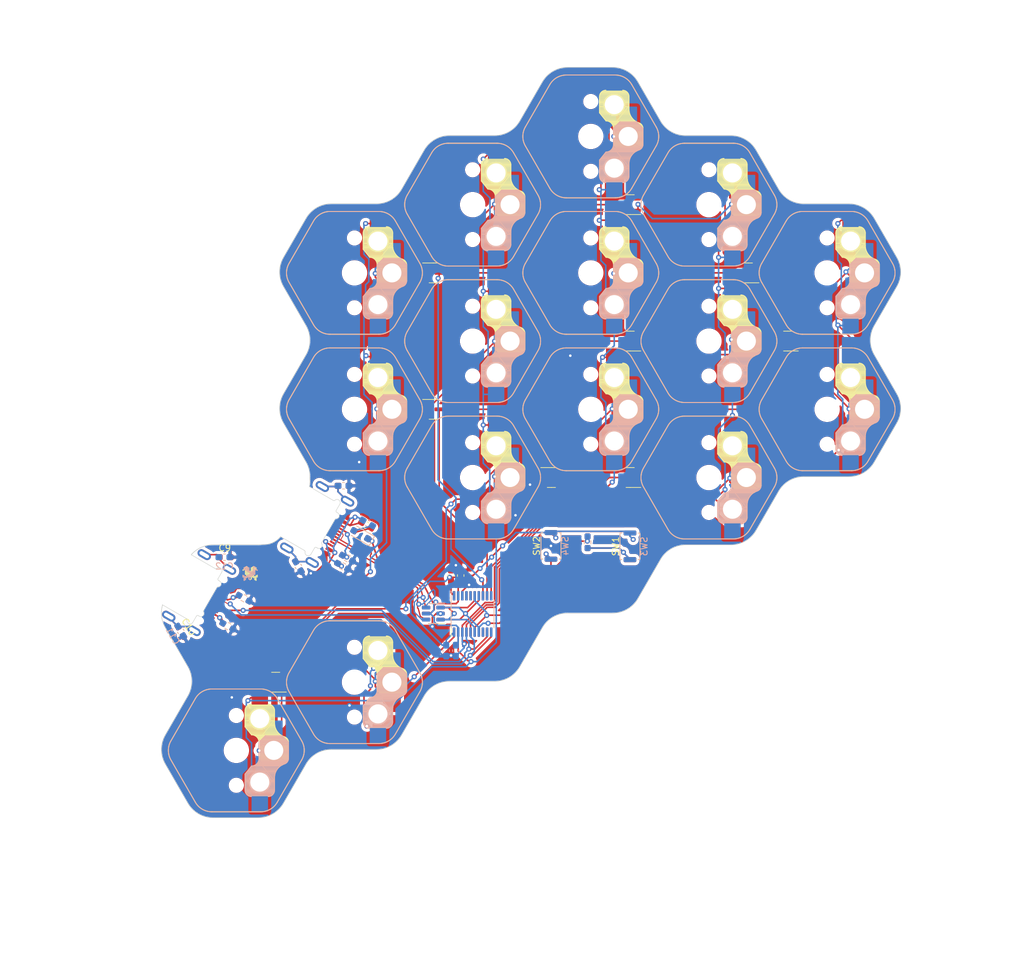
<source format=kicad_pcb>
(kicad_pcb (version 20221018) (generator pcbnew)
  (layers (0 "F.Cu" signal) (31 "B.Cu" signal) (34 "B.Paste" user) (35 "F.Paste" user) (36 "B.SilkS" user "B.Silkscreen") (37 "F.SilkS" user "F.Silkscreen") (38 "B.Mask" user) (39 "F.Mask" user) (44 "Edge.Cuts" user))
  (net 0 "")
  (net 1 "+3.3V")
  (net 2 "Net-(CH1-Pad2)")
  (net 3 "Net-(CH2-Pad2)")
  (net 4 "GND")
  (net 5 "Net-(CH4-Pad2)")
  (net 6 "Net-(CH5-Pad2)")
  (net 7 "+5V")
  (net 8 "Net-(CH6-Pad2)")
  (net 9 "c1")
  (net 10 "c2")
  (net 12 "Net-(CH8-Pad2)")
  (net 14 "Net-(CH9-Pad2)")
  (net 16 "c3")
  (net 17 "c4")
  (net 18 "Net-(CH11-Pad2)")
  (net 19 "c5")
  (net 20 "Net-(CH13-Pad2)")
  (net 21 "Net-(CH14-Pad2)")
  (net 22 "r1")
  (net 23 "r2")
  (net 24 "r3")
  (net 25 "Net-(D10-A)")
  (net 26 "VBUS")
  (net 27 "P32")
  (net 28 "P14")
  (net 29 "P15")
  (net 30 "P16")
  (net 31 "P17")
  (net 32 "RST")
  (net 33 "P10")
  (net 34 "P11")
  (net 37 "P33")
  (net 38 "P34")
  (net 39 "P35")
  (net 40 "UDP")
  (net 41 "UDM")
  (net 42 "PORT-")
  (net 43 "PORT+")
  (net 44 "Net-(D11-A)")
  (net 45 "Net-(J3-SHIELD)")
  (net 46 "Net-(J3-CC1)")
  (net 47 "Net-(J3-CC2)")
  (net 48 "BOOT")
  (net 49 "Net-(CH7-Pad2)")
  (net 50 "Net-(CH10-Pad2)")
  (net 51 "Net-(CH3-Pad2)")
  (net 52 "Net-(CH15-Pad2)")
  (net 53 "Net-(CH12-Pad2)")
  (net 56 "Net-(J2-CC1)")
  (net 57 "RX_L_TX_R")
  (net 58 "TX_L_RX_R")
  (net 59 "Net-(J2-CC2)")
  (net 60 "Net-(J2-SHIELD)")
  (footprint "Capacitor_SMD:C_0603_1608Metric_Pad1.08x0.95mm_HandSolder" (layer "F.Cu") (at 59.51275 110.251053 -60)
    (fp_text reference "C10")
    (fp_text value "1uF")
  )
  (footprint "Capacitor_SMD:C_0603_1608Metric_Pad1.08x0.95mm_HandSolder" (layer "F.Cu") (at 102.108 101.4465 90)
    (fp_text reference "C4" hide)
    (fp_text value "1uF")
  )
  (footprint "Fuse:Fuse_0603_1608Metric_Pad1.05x0.95mm_HandSolder" (layer "F.Cu") (at 88.770152 93.514048 150)
    (fp_text reference "F2" hide)
    (fp_text value "500mA")
  )
  (footprint "s-ol:PG1350_hotswap_reversible" (layer "F.Cu") (at 68.271677 129 90)
    (fp_text reference "CH14" hide)
    (fp_text value "choc_SW_HS")
  )
  (footprint "s-ol:PG1350_hotswap_reversible" (layer "F.Cu") (at 124.13032 53.75 90)
    (fp_text reference "CH6" hide)
    (fp_text value "choc_SW_HS")
  )
  (footprint "s-ol:PG1350_hotswap_reversible" (layer "F.Cu") (at 105.510772 86 90)
    (fp_text reference "CH9" hide)
    (fp_text value "choc_SW_HS")
  )
  (footprint "Resistor_SMD:R_0603_1608Metric_Pad0.98x0.95mm_HandSolder" (layer "F.Cu") (at 85.772952 98.705351 -30)
    (fp_text reference "R1" hide)
    (fp_text value "5k")
  )
  (footprint "Capacitor_SMD:C_0603_1608Metric_Pad1.08x0.95mm_HandSolder" (layer "F.Cu") (at 85.160808 87.30456)
    (fp_text reference "C3" hide)
    (fp_text value "1uF")
  )
  (footprint "Button_Switch_SMD:SW_Push_SPST_NO_Alps_SKRK" (layer "F.Cu") (at 117.856 96.774 90)
    (fp_text reference "SW2")
    (fp_text value "RESET")
  )
  (footprint "Package_TO_SOT_SMD:SOT-23" (layer "F.Cu") (at 99.304256 75.250001)
    (fp_text reference "D2" hide)
    (fp_text value "BAV70")
  )
  (footprint "Capacitor_SMD:C_0603_1608Metric_Pad1.08x0.95mm_HandSolder" (layer "F.Cu") (at 78.04881 100.004559 -60)
    (fp_text reference "C6" hide)
    (fp_text value "1uF")
  )
  (footprint "s-ol:PG1350_hotswap_reversible" (layer "F.Cu") (at 86.891224 75.250001 90)
    (fp_text reference "CH2" hide)
    (fp_text value "choc_SW_HS")
  )
  (footprint "Package_TO_SOT_SMD:SOT-23" (layer "F.Cu") (at 130.336836 86 180)
    (fp_text reference "D8" hide)
    (fp_text value "BAV70")
  )
  (footprint "Resistor_SMD:R_0603_1608Metric_Pad0.98x0.95mm_HandSolder" (layer "F.Cu") (at 69.479374 105.019768 -30)
    (fp_text reference "R7" hide)
    (fp_text value "5k")
  )
  (footprint "Capacitor_SMD:C_0603_1608Metric_Pad1.08x0.95mm_HandSolder" (layer "F.Cu") (at 103.632 101.4465 90)
    (fp_text reference "C5" hide)
    (fp_text value "1uF")
  )
  (footprint "Resistor_SMD:R_0603_1608Metric_Pad0.98x0.95mm_HandSolder" (layer "F.Cu") (at 66.939374 109.419177 -30)
    (fp_text reference "R8" hide)
    (fp_text value "5k")
  )
  (footprint "s-ol:PG1350_hotswap_reversible" (layer "F.Cu") (at 124.13032 75.25 90)
    (fp_text reference "CH10" hide)
    (fp_text value "choc_SW_HS")
  )
  (footprint "Package_TO_SOT_SMD:SOT-23" (layer "F.Cu") (at 130.336837 43 180)
    (fp_text reference "D3" hide)
    (fp_text value "BAV70")
  )
  (footprint "s-ol:PG1350_hotswap_reversible" (layer "F.Cu") (at 105.510772 64.5 90)
    (fp_text reference "CH4" hide)
    (fp_text value "choc_SW_HS")
  )
  (footprint "s-ol:PG1350_hotswap_reversible" (layer "F.Cu") (at 86.891224 118.250001 90)
    (fp_text reference "CH15" hide)
    (fp_text value "choc_SW_HS")
  )
  (footprint "Package_TO_SOT_SMD:SOT-23" (layer "F.Cu") (at 117.923804 86)
    (fp_text reference "D5" hide)
    (fp_text value "BAV70")
  )
  (footprint "Resistor_SMD:R_0603_1608Metric_Pad0.98x0.95mm_HandSolder" (layer "F.Cu") (at 85.036352 99.981179 -30)
    (fp_text reference "R2" hide)
    (fp_text value "5k")
  )
  (footprint "Package_SO:TSSOP-20_4.4x6.5mm_P0.65mm" (layer "F.Cu") (at 105.510772 107.5 90)
    (fp_text reference "U1" hide)
    (fp_text value "CH552T")
  )
  (footprint "Package_TO_SOT_SMD:SOT-23-6" (layer "F.Cu") (at 99.314001 107.442 180)
    (fp_text reference "U4" hide)
    (fp_text value "USBLC6-2SC6")
  )
  (footprint "s-ol:PG1350_hotswap_reversible" (layer "F.Cu") (at 161.369416 75.25 90)
    (fp_text reference "CH12" hide)
    (fp_text value "choc_SW_HS")
  )
  (footprint "s-ol:PG1350_hotswap_reversible" (layer "F.Cu") (at 86.891225 53.75 90)
    (fp_text reference "CH1" hide)
    (fp_text value "choc_SW_HS")
  )
  (footprint "s-ol:PG1350_hotswap_reversible" (layer "F.Cu") (at 142.749869 64.5 90)
    (fp_text reference "CH8" hide)
    (fp_text value "choc_SW_HS")
  )
  (footprint "s-ol:PG1350_hotswap_reversible" (layer "F.Cu") (at 105.510772 43.000001 90)
    (fp_text reference "CH3" hide)
    (fp_text value "choc_SW_HS")
  )
  (footprint "Package_TO_SOT_SMD:SOT-23" (layer "F.Cu") (at 74.478191 118.250001 180)
    (fp_text reference "D9" hide)
    (fp_text value "BAV70")
  )
  (footprint "Package_TO_SOT_SMD:SOT-23" (layer "F.Cu") (at 99.304257 53.75)
    (fp_text reference "D1" hide)
    (fp_text value "BAV70")
  )
  (footprint "s-ol:PG1350_hotswap_reversible" (layer "F.Cu") (at 142.749869 43 90)
    (fp_text reference "CH7" hide)
    (fp_text value "choc_SW_HS")
  )
  (footprint "s-ol:PG1350_hotswap_reversible" (layer "F.Cu") (at 124.130321 32.250001 90)
    (fp_text reference "CH5" hide)
    (fp_text value "choc_SW_HS")
  )
  (footprint "PCM_marbastlib-various:USB_C_Receptacle_HRO_TYPE-C-31-M-14" (layer "F.Cu") (at 64.474093 105.338661 -120)
    (fp_text reference "J2" hide)
    (fp_text value "USB_C_Receptacle_USB2.0_14P")
    (fp_line (start -4.554999 2.075821) (end -4.554999 6.435) (stroke (width 0.08)) (layer "Edge.Cuts"))
    (fp_line (start -3.404998 0.905) (end -4.554999 0.905) (stroke (width 0.08)) (layer "Edge.Cuts"))
    (fp_line (start -3.204999 0.505) (end -3.204999 0.705) (stroke (width 0.08)) (layer "Edge.Cuts"))
    (fp_line (start -0.004999 0.355) (end -2.098781 0.355) (stroke (width 0.08)) (layer "Edge.Cuts"))
    (fp_line (start -0.004999 0.355) (end 2.088783 0.355) (stroke (width 0.08)) (layer "Edge.Cuts"))
    (fp_line (start 3.195001 0.505) (end 3.195001 0.705) (stroke (width 0.08)) (layer "Edge.Cuts"))
    (fp_line (start 3.395 0.905) (end 4.545001 0.905) (stroke (width 0.08)) (layer "Edge.Cuts"))
    (fp_line (start 4.545001 2.075821) (end 4.545001 6.435) (stroke (width 0.08)) (layer "Edge.Cuts"))
    (fp_arc (start -4.697856 1.884157) (mid -5.04976 1.332815) (end -4.554999 0.905) (stroke (width 0.08)) (layer "Edge.Cuts"))
    (fp_arc (start -4.697856 1.884158) (mid -4.594642 1.956298) (end -4.554999 2.075821) (stroke (width 0.08)) (layer "Edge.Cuts"))
    (fp_arc (start -3.204999 0.505) (mid -2.834408 0.022037) (end -2.271986 0.255) (stroke (width 0.08)) (layer "Edge.Cuts"))
    (fp_arc (start -3.204998 0.705) (mid -3.263577 0.846421) (end -3.404998 0.905) (stroke (width 0.08)) (layer "Edge.Cuts"))
    (fp_arc (start -2.098781 0.355) (mid -2.198781 0.328205) (end -2.271986 0.255) (stroke (width 0.08)) (layer "Edge.Cuts"))
    (fp_arc (start 2.261988 0.255) (mid 2.188783 0.328205) (end 2.088783 0.355) (stroke (width 0.08)) (layer "Edge.Cuts"))
    (fp_arc (start 2.261988 0.255) (mid 2.824411 0.022037) (end 3.195001 0.505) (stroke (width 0.08)) (layer "Edge.Cuts"))
    (fp_arc (start 3.395 0.904999) (mid 3.253579 0.846421) (end 3.195001 0.705) (stroke (width 0.08)) (layer "Edge.Cuts"))
    (fp_arc (start 4.545001 0.904999) (mid 5.039764 1.332815) (end 4.687858 1.884158) (stroke (width 0.08)) (layer "Edge.Cuts"))
    (fp_arc (start 4.545001 2.075821) (mid 4.584644 1.956298) (end 4.687858 1.884158) (stroke (width 0.08)) (layer "Edge.Cuts"))
  )
  (footprint "s-ol:PG1350_hotswap_reversible" (layer "F.Cu") (at 161.369416 53.75 90)
    (fp_text reference "CH11" hide)
    (fp_text value "choc_SW_HS")
  )
  (footprint "Button_Switch_SMD:SW_Push_SPST_NO_Alps_SKRK" (layer "F.Cu") (at 130.302 96.842 90)
    (fp_text reference "SW1")
    (fp_text value "BOOT")
  )
  (footprint "Package_TO_SOT_SMD:SOT-23" (layer "F.Cu") (at 130.336837 64.5 180)
    (fp_text reference "D4" hide)
    (fp_text value "BAV70")
  )
  (footprint "s-ol:PG1350_hotswap_reversible" (layer "F.Cu") (at 142.749867 86 90)
    (fp_text reference "CH13" hide)
    (fp_text value "choc_SW_HS")
  )
  (footprint "PCM_marbastlib-various:USB_C_Receptacle_HRO_TYPE-C-31-M-14" (layer "F.Cu") (at 83.086901 94.59922 -120)
    (fp_text reference "J3" hide)
    (fp_text value "USB_C_Receptacle_USB2.0_14P")
    (fp_line (start -4.554999 2.075821) (end -4.554999 6.435) (stroke (width 0.08)) (layer "Edge.Cuts"))
    (fp_line (start -3.404998 0.905) (end -4.554999 0.905) (stroke (width 0.08)) (layer "Edge.Cuts"))
    (fp_line (start -3.204999 0.505) (end -3.204999 0.705) (stroke (width 0.08)) (layer "Edge.Cuts"))
    (fp_line (start -0.004999 0.355) (end -2.098781 0.355) (stroke (width 0.08)) (layer "Edge.Cuts"))
    (fp_line (start -0.004999 0.355) (end 2.088783 0.355) (stroke (width 0.08)) (layer "Edge.Cuts"))
    (fp_line (start 3.195001 0.505) (end 3.195001 0.705) (stroke (width 0.08)) (layer "Edge.Cuts"))
    (fp_line (start 3.395 0.905) (end 4.545001 0.905) (stroke (width 0.08)) (layer "Edge.Cuts"))
    (fp_line (start 4.545001 2.075821) (end 4.545001 6.435) (stroke (width 0.08)) (layer "Edge.Cuts"))
    (fp_arc (start -4.697856 1.884157) (mid -5.04976 1.332815) (end -4.554999 0.905) (stroke (width 0.08)) (layer "Edge.Cuts"))
    (fp_arc (start -4.697856 1.884158) (mid -4.594642 1.956298) (end -4.554999 2.075821) (stroke (width 0.08)) (layer "Edge.Cuts"))
    (fp_arc (start -3.204999 0.505) (mid -2.834408 0.022037) (end -2.271986 0.255) (stroke (width 0.08)) (layer "Edge.Cuts"))
    (fp_arc (start -3.204998 0.705) (mid -3.263577 0.846421) (end -3.404998 0.905) (stroke (width 0.08)) (layer "Edge.Cuts"))
    (fp_arc (start -2.098781 0.355) (mid -2.198781 0.328205) (end -2.271986 0.255) (stroke (width 0.08)) (layer "Edge.Cuts"))
    (fp_arc (start 2.261988 0.255) (mid 2.188783 0.328205) (end 2.088783 0.355) (stroke (width 0.08)) (layer "Edge.Cuts"))
    (fp_arc (start 2.261988 0.255) (mid 2.824411 0.022037) (end 3.195001 0.505) (stroke (width 0.08)) (layer "Edge.Cuts"))
    (fp_arc (start 3.395 0.904999) (mid 3.253579 0.846421) (end 3.195001 0.705) (stroke (width 0.08)) (layer "Edge.Cuts"))
    (fp_arc (start 4.545001 0.904999) (mid 5.039764 1.332815) (end 4.687858 1.884158) (stroke (width 0.08)) (layer "Edge.Cuts"))
    (fp_arc (start 4.545001 2.075821) (mid 4.584644 1.956298) (end 4.687858 1.884158) (stroke (width 0.08)) (layer "Edge.Cuts"))
  )
  (footprint "Package_TO_SOT_SMD:SOT-23" (layer "F.Cu") (at 148.956384 53.75 180)
    (fp_text reference "D6" hide)
    (fp_text value "BAV70")
  )
  (footprint "Resistor_SMD:R_0603_1608Metric_Pad0.98x0.95mm_HandSolder" (layer "F.Cu") (at 123.625 96.200998 -90)
    (fp_text reference "R4" hide)
    (fp_text value "10k")
  )
  (footprint "Capacitor_SMD:C_0603_1608Metric_Pad1.08x0.95mm_HandSolder" (layer "F.Cu") (at 66.4475 98.552)
    (fp_text reference "C9")
    (fp_text value "1uF")
  )
  (footprint "Package_TO_SOT_SMD:SOT-23" (layer "F.Cu") (at 155.162901 64.5 180)
    (fp_text reference "D7" hide)
    (fp_text value "BAV70")
  )
  (footprint "Diode_SMD:D_SOD-323_HandSoldering" (layer "F.Cu") (at 87.906552 95.009847 150)
    (fp_text reference "D11" hide)
    (fp_text value "PMEG2010EA")
  )
  (footprint "Capacitor_SMD:C_0603_1608Metric_Pad1.08x0.95mm_HandSolder" (layer "B.Cu") (at 85.160808 87.30456)
    (fp_text reference "C7" hide)
    (fp_text value "1uF")
  )
  (footprint "Capacitor_SMD:C_0603_1608Metric_Pad1.08x0.95mm_HandSolder" (layer "B.Cu") (at 78.04881 100.004559 -60)
    (fp_text reference "C8" hide)
    (fp_text value "1uF")
  )
  (footprint "Resistor_SMD:R_0603_1608Metric_Pad0.98x0.95mm_HandSolder" (layer "B.Cu") (at 85.772952 98.705351 -30)
    (fp_text reference "R5" hide)
    (fp_text value "5k")
  )
  (footprint "Fuse:Fuse_0603_1608Metric_Pad1.05x0.95mm_HandSolder" (layer "B.Cu") (at 88.973352 93.162095 150)
    (fp_text reference "F1" hide)
    (fp_text value "500mA")
  )
  (footprint "Resistor_SMD:R_0603_1608Metric_Pad0.98x0.95mm_HandSolder" (layer "B.Cu") (at 66.939374 109.419177 150)
    (fp_text reference "R10" hide)
    (fp_text value "5k")
  )
  (footprint "Button_Switch_SMD:SW_Push_SPST_NO_Alps_SKRK" (layer "B.Cu") (at 130.302 96.842 90)
    (fp_text reference "SW3")
    (fp_text value "BOOT")
  )
  (footprint "Capacitor_SMD:C_0603_1608Metric_Pad1.08x0.95mm_HandSolder" (layer "B.Cu") (at 102.87 113.283999 -90)
    (fp_text reference "C2" hide)
    (fp_text value "1uF")
  )
  (footprint "Capacitor_SMD:C_0603_1608Metric_Pad1.08x0.95mm_HandSolder" (layer "B.Cu") (at 101.346 113.284 -90)
    (fp_text reference "C1" hide)
    (fp_text value "1uF")
  )
  (footprint "Package_SO:TSSOP-20_4.4x6.5mm_P0.65mm" (layer "B.Cu") (at 105.510772 107.5 -90)
    (fp_text reference "U2" hide)
    (fp_text value "CH552T")
  )
  (footprint "Capacitor_SMD:C_0603_1608Metric_Pad1.08x0.95mm_HandSolder" (layer "B.Cu") (at 59.51275 110.220947 -60)
    (fp_text reference "C11")
    (fp_text value "1uF")
  )
  (footprint "Diode_SMD:D_SOD-323_HandSoldering" (layer "B.Cu") (at 87.884 94.996 150)
    (fp_text reference "D10" hide)
    (fp_text value "PMEG2010EA")
  )
  (footprint "Resistor_SMD:R_0603_1608Metric_Pad0.98x0.95mm_HandSolder" (layer "B.Cu") (at 85.036352 99.981179 150)
    (fp_text reference "R6" hide)
    (fp_text value "5k")
  )
  (footprint "Package_TO_SOT_SMD:SOT-23-6" (layer "B.Cu") (at 99.314001 107.442 180)
    (fp_text reference "U3" hide)
    (fp_text value "USBLC6-2SC6")
  )
  (footprint "Capacitor_SMD:C_0603_1608Metric_Pad1.08x0.95mm_HandSolder" (layer "B.Cu") (at 66.3945 98.552)
    (fp_text reference "C12")
    (fp_text value "1uF")
  )
  (footprint "Resistor_SMD:R_0603_1608Metric_Pad0.98x0.95mm_HandSolder" (layer "B.Cu") (at 69.479374 105.019768 -30)
    (fp_text reference "R9" hide)
    (fp_text value "5k")
  )
  (footprint "Button_Switch_SMD:SW_Push_SPST_NO_Alps_SKRK" (layer "B.Cu") (at 117.856 96.774 90)
    (fp_text reference "SW4")
    (fp_text value "RESET")
  )
  (footprint "Resistor_SMD:R_0603_1608Metric_Pad0.98x0.95mm_HandSolder" (layer "B.Cu") (at 123.625 96.200998 -90)
    (fp_text reference "R3" hide)
    (fp_text value "10k")
  )
  (gr_poly (pts (xy 69.394203 101.966827) (xy 69.455883 102.073658) (xy 69.579242 102.073659) (xy 69.640922 101.966827) (xy 69.579242 101.859994) (xy 69.455883 101.859995)) (fill solid) (layer "B.SilkS"))
  (gr_poly (pts (xy 70.504438 101.325832) (xy 70.566118 101.432665) (xy 70.689477 101.432665) (xy 70.751157 101.325832) (xy 70.689477 101.219) (xy 70.566118 101.219001)) (fill solid) (layer "B.SilkS"))
  (gr_poly (pts (xy 70.187523 100.162549) (xy 70.125843 100.269381) (xy 70.187523 100.376214) (xy 70.310883 100.376214) (xy 70.372563 100.269381) (xy 70.310882 100.162549)) (fill solid) (layer "B.SilkS"))
  (gr_poly (pts (xy 70.319399 101.64633) (xy 70.381079 101.753162) (xy 70.504438 101.753162) (xy 70.566118 101.64633) (xy 70.504438 101.539497) (xy 70.381079 101.539498)) (fill solid) (layer "B.SilkS"))
  (gr_poly (pts (xy 69.949321 101.64633) (xy 70.011 101.753162) (xy 70.13436 101.753162) (xy 70.196039 101.64633) (xy 70.13436 101.539497) (xy 70.011 101.539497)) (fill solid) (layer "B.SilkS"))
  (gr_poly (pts (xy 70.495921 101.124041) (xy 70.557601 101.230873) (xy 70.68096 101.230873) (xy 70.74264 101.124042) (xy 70.68096 101.017209) (xy 70.557601 101.017208)) (fill solid) (layer "B.SilkS"))
  (gr_poly (pts (xy 70.866 101.337705) (xy 70.927679 101.444539) (xy 71.051038 101.444538) (xy 71.112718 101.337705) (xy 71.051039 101.230873) (xy 70.927679 101.230873)) (fill solid) (layer "B.SilkS"))
  (gr_poly (pts (xy 71.297758 100.376213) (xy 71.236078 100.483046) (xy 71.297758 100.589878) (xy 71.421117 100.589877) (xy 71.482797 100.483046) (xy 71.421117 100.376214)) (fill solid) (layer "B.SilkS"))
  (gr_poly (pts (xy 71.051039 101.017208) (xy 71.112719 101.124041) (xy 71.236077 101.124041) (xy 71.297757 101.017208) (xy 71.236078 100.910376) (xy 71.112719 100.910376)) (fill solid) (layer "B.SilkS"))
  (gr_poly (pts (xy 70.13436 101.966827) (xy 70.19604 102.073659) (xy 70.319399 102.073659) (xy 70.381079 101.966827) (xy 70.319399 101.859994) (xy 70.19604 101.859995)) (fill solid) (layer "B.SilkS"))
  (gr_poly (pts (xy 70.68096 101.444538) (xy 70.74264 101.55137) (xy 70.866 101.55137) (xy 70.927679 101.444539) (xy 70.866 101.337705) (xy 70.74264 101.337705)) (fill solid) (layer "B.SilkS"))
  (gr_poly (pts (xy 71.112718 100.055716) (xy 71.051039 100.162549) (xy 71.112719 100.269381) (xy 71.236078 100.26938) (xy 71.297758 100.162549) (xy 71.236078 100.055716)) (fill solid) (layer "B.SilkS"))
  (gr_poly (pts (xy 69.579242 102.073659) (xy 69.640922 102.180492) (xy 69.76428 102.180492) (xy 69.825961 102.073658) (xy 69.764281 101.966827) (xy 69.640922 101.966827)) (fill solid) (layer "B.SilkS"))
  (gr_poly (pts (xy 70.13436 101.325832) (xy 70.19604 101.432665) (xy 70.319399 101.432665) (xy 70.381079 101.325832) (xy 70.319399 101.219) (xy 70.19604 101.219001)) (fill solid) (layer "B.SilkS"))
  (gr_poly (pts (xy 70.13436 101.753162) (xy 70.19604 101.859995) (xy 70.319399 101.859994) (xy 70.381079 101.753162) (xy 70.319399 101.64633) (xy 70.19604 101.64633)) (fill solid) (layer "B.SilkS"))
  (gr_poly (pts (xy 69.209164 101.64633) (xy 69.270844 101.753161) (xy 69.394203 101.753162) (xy 69.455883 101.64633) (xy 69.394203 101.539497) (xy 69.270844 101.539497)) (fill solid) (layer "B.SilkS"))
  (gr_poly (pts (xy 69.570725 100.589878) (xy 69.632405 100.696711) (xy 69.755764 100.696711) (xy 69.817444 100.589878) (xy 69.755764 100.483046) (xy 69.632405 100.483046)) (fill solid) (layer "B.SilkS"))
  (gr_poly (pts (xy 71.051039 100.803543) (xy 71.112719 100.910376) (xy 71.236078 100.910376) (xy 71.297758 100.803543) (xy 71.236078 100.696711) (xy 71.112719 100.69671)) (fill solid) (layer "B.SilkS"))
  (gr_poly (pts (xy 69.570724 100.162549) (xy 69.632405 100.269381) (xy 69.755764 100.269381) (xy 69.817444 100.162549) (xy 69.755764 100.055716) (xy 69.632404 100.055716)) (fill solid) (layer "B.SilkS"))
  (gr_poly (pts (xy 70.187523 100.376214) (xy 70.125843 100.483046) (xy 70.187524 100.589878) (xy 70.310882 100.589878) (xy 70.372562 100.483046) (xy 70.310883 100.376214)) (fill solid) (layer "B.SilkS"))
  (gr_poly (pts (xy 70.866 100.696711) (xy 70.927679 100.803543) (xy 71.051039 100.803543) (xy 71.112719 100.69671) (xy 71.051039 100.589877) (xy 70.92768 100.589878)) (fill solid) (layer "B.SilkS"))
  (gr_poly (pts (xy 70.74264 101.124042) (xy 70.68096 101.230873) (xy 70.74264 101.337705) (xy 70.866 101.337705) (xy 70.927679 101.230873) (xy 70.866 101.12404)) (fill solid) (layer "B.SilkS"))
  (gr_poly (pts (xy 70.319399 101.219) (xy 70.381079 101.325832) (xy 70.504438 101.325832) (xy 70.566118 101.219001) (xy 70.504438 101.112168) (xy 70.381079 101.112168)) (fill solid) (layer "B.SilkS"))
  (gr_poly (pts (xy 70.310882 100.803543) (xy 70.372562 100.910376) (xy 70.495921 100.910376) (xy 70.557601 100.803543) (xy 70.495922 100.696711) (xy 70.372562 100.696711)) (fill solid) (layer "B.SilkS"))
  (gr_poly (pts (xy 71.297758 100.162549) (xy 71.236078 100.26938) (xy 71.297758 100.376213) (xy 71.421117 100.376214) (xy 71.482797 100.269381) (xy 71.421117 100.162549)) (fill solid) (layer "B.SilkS"))
  (gr_poly (pts (xy 70.68096 101.017209) (xy 70.74264 101.124042) (xy 70.865999 101.124041) (xy 70.927679 101.017208) (xy 70.866 100.910376) (xy 70.74264 100.910376)) (fill solid) (layer "B.SilkS"))
  (gr_poly (pts (xy 71.051039 100.589877) (xy 71.112718 100.696711) (xy 71.236078 100.696711) (xy 71.297758 100.589878) (xy 71.236078 100.483046) (xy 71.112718 100.483046)) (fill solid) (layer "B.SilkS"))
  (gr_poly (pts (xy 69.579242 101.64633) (xy 69.640922 101.753162) (xy 69.764281 101.753162) (xy 69.825961 101.64633) (xy 69.764281 101.539497) (xy 69.640922 101.539497)) (fill solid) (layer "B.SilkS"))
  (gr_poly (pts (xy 70.927679 100.376214) (xy 70.866 100.483046) (xy 70.92768 100.589878) (xy 71.051039 100.589877) (xy 71.112719 100.483046) (xy 71.051039 100.376214)) (fill solid) (layer "B.SilkS"))
  (gr_poly (pts (xy 69.755638 100.055716) (xy 69.817318 100.162549) (xy 69.940677 100.162549) (xy 70.002357 100.055716) (xy 69.940677 99.948884) (xy 69.817318 99.948884)) (fill solid) (layer "B.SilkS"))
  (gr_poly (pts (xy 71.051039 100.589877) (xy 71.112718 100.696711) (xy 71.236078 100.696711) (xy 71.297758 100.589878) (xy 71.236078 100.483046) (xy 71.112718 100.483046)) (fill solid) (layer "B.SilkS"))
  (gr_poly (pts (xy 69.570725 100.376214) (xy 69.632405 100.483046) (xy 69.755764 100.483046) (xy 69.817444 100.376214) (xy 69.755764 100.269381) (xy 69.632405 100.269381)) (fill solid) (layer "B.SilkS"))
  (gr_poly (pts (xy 70.319399 102.073659) (xy 70.381079 102.180492) (xy 70.504438 102.180492) (xy 70.566118 102.073659) (xy 70.504438 101.966827) (xy 70.381079 101.966827)) (fill solid) (layer "B.SilkS"))
  (gr_poly (pts (xy 69.755764 100.269381) (xy 69.817444 100.376214) (xy 69.940804 100.376214) (xy 70.002483 100.269381) (xy 69.940804 100.162549) (xy 69.817444 100.162549)) (fill solid) (layer "B.SilkS"))
  (gr_poly (pts (xy 69.209164 101.432665) (xy 69.270844 101.539497) (xy 69.394203 101.539497) (xy 69.455883 101.432665) (xy 69.394203 101.325833) (xy 69.270844 101.325833)) (fill solid) (layer "B.SilkS"))
  (gr_poly (pts (xy 69.949321 101.432665) (xy 70.011 101.539497) (xy 70.13436 101.539497) (xy 70.196039 101.432665) (xy 70.13436 101.325832) (xy 70.011 101.325832)) (fill solid) (layer "B.SilkS"))
  (gr_poly (pts (xy 69.385685 100.483046) (xy 69.447366 100.589878) (xy 69.570725 100.589878) (xy 69.632405 100.483046) (xy 69.570725 100.376214) (xy 69.447366 100.376214)) (fill solid) (layer "B.SilkS"))
  (gr_poly (pts (xy 70.125843 100.910376) (xy 70.187523 101.017208) (xy 70.310882 101.017209) (xy 70.372562 100.910376) (xy 70.310882 100.803543) (xy 70.187523 100.803543)) (fill solid) (layer "B.SilkS"))
  (gr_poly (pts (xy 70.002483 100.483046) (xy 69.940804 100.589878) (xy 70.002483 100.696711) (xy 70.125844 100.696711) (xy 70.187524 100.589878) (xy 70.125843 100.483046)) (fill solid) (layer "B.SilkS"))
  (gr_poly (pts (xy 70.927679 101.017208) (xy 70.866 101.12404) (xy 70.927679 101.230873) (xy 71.051039 101.230873) (xy 71.112719 101.12404) (xy 71.051039 101.017208)) (fill solid) (layer "B.SilkS"))
  (gr_poly (pts (xy 69.940804 100.803543) (xy 70.002483 100.910376) (xy 70.125843 100.910376) (xy 70.187523 100.803543) (xy 70.125844 100.696711) (xy 70.002483 100.696711)) (fill solid) (layer "B.SilkS"))
  (gr_poly (pts (xy 69.764282 101.753162) (xy 69.825961 101.859995) (xy 69.949321 101.859995) (xy 70.011 101.753162) (xy 69.949321 101.64633) (xy 69.825961 101.64633)) (fill solid) (layer "B.SilkS"))
  (gr_poly (pts (xy 71.421117 100.589877) (xy 71.482797 100.69671) (xy 71.606156 100.696711) (xy 71.667836 100.589878) (xy 71.606156 100.483046) (xy 71.482797 100.483046)) (fill solid) (layer "B.SilkS"))
  (gr_poly (pts (xy 71.051039 101.230873) (xy 71.112718 101.337705) (xy 71.236078 101.337705) (xy 71.297758 101.230873) (xy 71.236077 101.124041) (xy 71.112719 101.124041)) (fill solid) (layer "B.SilkS"))
  (gr_poly (pts (xy 69.755764 100.483046) (xy 69.817444 100.589878) (xy 69.940804 100.589878) (xy 70.002483 100.483046) (xy 69.940804 100.376214) (xy 69.817444 100.376214)) (fill solid) (layer "B.SilkS"))
  (gr_poly (pts (xy 70.866 100.910376) (xy 70.927679 101.017208) (xy 71.051039 101.017208) (xy 71.112719 100.910376) (xy 71.051039 100.803543) (xy 70.927679 100.803543)) (fill solid) (layer "B.SilkS"))
  (gr_poly (pts (xy 69.394202 102.180492) (xy 69.455883 102.287324) (xy 69.579242 102.287324) (xy 69.640922 102.180492) (xy 69.579242 102.073659) (xy 69.455883 102.073658)) (fill solid) (layer "B.SilkS"))
  (gr_poly (pts (xy 70.002483 100.055716) (xy 69.940804 100.162549) (xy 70.002483 100.269381) (xy 70.125843 100.269381) (xy 70.187523 100.162549) (xy 70.125843 100.055716)) (fill solid) (layer "B.SilkS"))
  (gr_poly (pts (xy 69.579242 101.859994) (xy 69.640922 101.966827) (xy 69.764281 101.966827) (xy 69.825961 101.859995) (xy 69.764281 101.753162) (xy 69.640922 101.753162)) (fill solid) (layer "B.SilkS"))
  (gr_poly (pts (xy 70.310882 101.017209) (xy 70.372562 101.124042) (xy 70.495921 101.124041) (xy 70.557601 101.017208) (xy 70.495921 100.910376) (xy 70.372562 100.910376)) (fill solid) (layer "B.SilkS"))
  (gr_poly (pts (xy 69.394203 101.539497) (xy 69.455883 101.64633) (xy 69.579242 101.64633) (xy 69.640922 101.539497) (xy 69.579242 101.432665) (xy 69.455883 101.432665)) (fill solid) (layer "B.SilkS"))
  (gr_poly (pts (xy 69.764282 101.539497) (xy 69.825961 101.64633) (xy 69.949321 101.64633) (xy 70.011 101.539497) (xy 69.949321 101.432665) (xy 69.825961 101.432665)) (fill solid) (layer "B.SilkS"))
  (gr_poly (pts (xy 70.495921 100.910376) (xy 70.557601 101.017208) (xy 70.68096 101.017209) (xy 70.74264 100.910376) (xy 70.68096 100.803543) (xy 70.557601 100.803543)) (fill solid) (layer "B.SilkS"))
  (gr_poly (pts (xy 69.940804 100.376214) (xy 70.002483 100.483046) (xy 70.125843 100.483046) (xy 70.187523 100.376214) (xy 70.125843 100.269381) (xy 70.002483 100.269381)) (fill solid) (layer "B.SilkS"))
  (gr_poly (pts (xy 69.385686 100.269381) (xy 69.447366 100.376214) (xy 69.570725 100.376214) (xy 69.632405 100.269381) (xy 69.570724 100.162549) (xy 69.447366 100.162549)) (fill solid) (layer "B.SilkS"))
  (gr_poly (pts (xy 70.68096 100.803543) (xy 70.74264 100.910376) (xy 70.866 100.910376) (xy 70.927679 100.803543) (xy 70.866 100.696711) (xy 70.74264 100.696711)) (fill solid) (layer "B.SilkS"))
  (gr_poly (pts (xy 70.92768 99.948884) (xy 70.866 100.055716) (xy 70.927679 100.162549) (xy 71.051039 100.162549) (xy 71.112719 100.055716) (xy 71.051039 99.948884)) (fill solid) (layer "B.SilkS"))
  (gr_poly (pts (xy 69.394203 101.753162) (xy 69.455883 101.859995) (xy 69.579242 101.859994) (xy 69.640922 101.753162) (xy 69.579242 101.64633) (xy 69.455883 101.64633)) (fill solid) (layer "B.SilkS"))
  (gr_poly (pts (xy 70.504438 101.539497) (xy 70.566118 101.64633) (xy 70.689477 101.646331) (xy 70.751157 101.539498) (xy 70.689477 101.432665) (xy 70.566118 101.432665)) (fill solid) (layer "B.SilkS"))
  (gr_poly (pts (xy 69.817444 100.589879) (xy 69.755764 100.696711) (xy 69.817444 100.803543) (xy 69.940804 100.803543) (xy 70.002483 100.696711) (xy 69.940804 100.589878)) (fill solid) (layer "B.SilkS"))
  (gr_poly (pts (xy 70.187523 100.589879) (xy 70.125844 100.696711) (xy 70.187523 100.803543) (xy 70.310882 100.803543) (xy 70.372562 100.696711) (xy 70.310882 100.589878)) (fill solid) (layer "B.SilkS"))
  (gr_poly (pts (xy 70.927679 100.162549) (xy 70.866 100.26938) (xy 70.927679 100.376214) (xy 71.051039 100.376214) (xy 71.112719 100.269381) (xy 71.051039 100.162549)) (fill solid) (layer "B.SilkS"))
  (gr_poly (pts (xy 70.319399 101.432665) (xy 70.381079 101.539498) (xy 70.504438 101.539497) (xy 70.566118 101.432665) (xy 70.504438 101.325832) (xy 70.381079 101.325832)) (fill solid) (layer "B.SilkS"))
  (gr_poly (pts (xy 70.13436 101.539497) (xy 70.19604 101.64633) (xy 70.319399 101.64633) (xy 70.381079 101.539498) (xy 70.319399 101.432665) (xy 70.19604 101.432665)) (fill solid) (layer "B.SilkS"))
  (gr_poly (pts (xy 70.57208 102.067781) (xy 70.510401 102.174614) (xy 70.38704 102.174614) (xy 70.325361 102.067781) (xy 70.387041 101.960949) (xy 70.5104 101.960949)) (fill solid) (layer "F.SilkS"))
  (gr_poly (pts (xy 70.025479 100.690833) (xy 69.9638 100.797666) (xy 69.84044 100.797666) (xy 69.77876 100.690833) (xy 69.84044 100.584) (xy 69.9638 100.584)) (fill solid) (layer "F.SilkS"))
  (gr_poly (pts (xy 69.9638 101.01133) (xy 70.025479 101.118163) (xy 69.9638 101.224995) (xy 69.84044 101.224995) (xy 69.77876 101.118162) (xy 69.84044 101.01133)) (fill solid) (layer "F.SilkS"))
  (gr_poly (pts (xy 70.757119 101.960949) (xy 70.695438 102.067781) (xy 70.57208 102.067781) (xy 70.5104 101.960949) (xy 70.57208 101.854116) (xy 70.695439 101.854116)) (fill solid) (layer "F.SilkS"))
  (gr_poly (pts (xy 70.888996 100.477168) (xy 70.950675 100.584) (xy 70.888996 100.690833) (xy 70.765636 100.690833) (xy 70.703956 100.584) (xy 70.765636 100.477168)) (fill solid) (layer "F.SilkS"))
  (gr_poly (pts (xy 70.025479 100.904498) (xy 69.9638 101.01133) (xy 69.84044 101.01133) (xy 69.77876 100.904498) (xy 69.84044 100.797666) (xy 69.9638 100.797666)) (fill solid) (layer "F.SilkS"))
  (gr_poly (pts (xy 71.497276 101.747284) (xy 71.435596 101.854117) (xy 71.312237 101.854117) (xy 71.250557 101.747284) (xy 71.312237 101.640452) (xy 71.435596 101.640452)) (fill solid) (layer "F.SilkS"))
  (gr_poly (pts (xy 70.148839 101.118163) (xy 70.210518 101.224995) (xy 70.148839 101.331827) (xy 70.025479 101.331827) (xy 69.9638 101.224995) (xy 70.025479 101.118163)) (fill solid) (layer "F.SilkS"))
  (gr_poly (pts (xy 69.9638 99.943006) (xy 70.025479 100.049838) (xy 69.963801 100.156671) (xy 69.840441 100.156671) (xy 69.77876 100.049838) (xy 69.84044 99.943006)) (fill solid) (layer "F.SilkS"))
  (gr_poly (pts (xy 70.942158 101.640452) (xy 70.880479 101.747284) (xy 70.757119 101.747284) (xy 70.69544 101.640452) (xy 70.757119 101.533619) (xy 70.880479 101.533619)) (fill solid) (layer "F.SilkS"))
  (gr_poly (pts (xy 70.757119 101.747284) (xy 70.695439 101.854116) (xy 70.57208 101.854116) (xy 70.5104 101.747284) (xy 70.57208 101.640452) (xy 70.695439 101.640452)) (fill solid) (layer "F.SilkS"))
  (gr_poly (pts (xy 71.497276 102.174614) (xy 71.435596 102.281446) (xy 71.312237 102.281446) (xy 71.250557 102.174614) (xy 71.312237 102.067781) (xy 71.435596 102.067781)) (fill solid) (layer "F.SilkS"))
  (gr_poly (pts (xy 69.470362 100.584) (xy 69.408682 100.690833) (xy 69.285323 100.690833) (xy 69.223643 100.584) (xy 69.285323 100.477168) (xy 69.408682 100.477168)) (fill solid) (layer "F.SilkS"))
  (gr_poly (pts (xy 70.38704 101.319954) (xy 70.325361 101.426788) (xy 70.202003 101.426787) (xy 70.140322 101.319954) (xy 70.202002 101.213122) (xy 70.325361 101.213122)) (fill solid) (layer "F.SilkS"))
  (gr_poly (pts (xy 71.135715 100.477167) (xy 71.074035 100.584) (xy 70.950675 100.584) (xy 70.888996 100.477168) (xy 70.950675 100.370336) (xy 71.074035 100.370336)) (fill solid) (layer "F.SilkS"))
  (gr_poly (pts (xy 70.57208 101.426787) (xy 70.5104 101.533619) (xy 70.387041 101.533619) (xy 70.325361 101.426788) (xy 70.38704 101.319954) (xy 70.5104 101.319954)) (fill solid) (layer "F.SilkS"))
  (gr_poly (pts (xy 71.320754 100.156671) (xy 71.259074 100.263503) (xy 71.135715 100.263503) (xy 71.074035 100.156671) (xy 71.135715 100.049838) (xy 71.259074 100.049838)) (fill solid) (layer "F.SilkS"))
  (gr_poly (pts (xy 70.395557 100.904498) (xy 70.333878 101.01133) (xy 70.210519 101.01133) (xy 70.148839 100.904498) (xy 70.210519 100.797665) (xy 70.333877 100.797665)) (fill solid) (layer "F.SilkS"))
  (gr_poly (pts (xy 70.395558 101.118163) (xy 70.333878 101.224995) (xy 70.210518 101.224995) (xy 70.148839 101.118163) (xy 70.210519 101.01133) (xy 70.333878 101.01133)) (fill solid) (layer "F.SilkS"))
  (gr_poly (pts (xy 71.682315 101.426787) (xy 71.620635 101.533619) (xy 71.497276 101.533619) (xy 71.435596 101.426787) (xy 71.497276 101.319955) (xy 71.620635 101.319955)) (fill solid) (layer "F.SilkS"))
  (gr_poly (pts (xy 69.593721 100.370336) (xy 69.655402 100.477168) (xy 69.593721 100.584) (xy 69.470362 100.584) (xy 69.408682 100.477168) (xy 69.470362 100.370336)) (fill solid) (layer "F.SilkS"))
  (gr_poly (pts (xy 71.312237 102.067781) (xy 71.250557 102.174614) (xy 71.127198 102.174614) (xy 71.065518 102.067781) (xy 71.127198 101.960949) (xy 71.250557 101.96095)) (fill solid) (layer "F.SilkS"))
  (gr_poly (pts (xy 71.497276 101.960949) (xy 71.435596 102.067781) (xy 71.312237 102.067781) (xy 71.250557 101.96095) (xy 71.312237 101.854117) (xy 71.435596 101.854117)) (fill solid) (layer "F.SilkS"))
  (gr_poly (pts (xy 69.9638 100.370336) (xy 70.02548 100.477168) (xy 69.9638 100.584) (xy 69.84044 100.584) (xy 69.77876 100.477168) (xy 69.84044 100.370336)) (fill solid) (layer "F.SilkS"))
  (gr_poly (pts (xy 70.703956 100.15667) (xy 70.765636 100.263503) (xy 70.703956 100.370336) (xy 70.580597 100.370336) (xy 70.518917 100.263503) (xy 70.580597 100.156671)) (fill solid) (layer "F.SilkS"))
  (gr_poly (pts (xy 70.757118 101.319954) (xy 70.695438 101.426787) (xy 70.57208 101.426787) (xy 70.5104 101.319954) (xy 70.57208 101.213122) (xy 70.695439 101.213122)) (fill solid) (layer "F.SilkS"))
  (gr_poly (pts (xy 71.135715 100.263503) (xy 71.074035 100.370336) (xy 70.950675 100.370336) (xy 70.888996 100.263503) (xy 70.950675 100.156671) (xy 71.074035 100.156671)) (fill solid) (layer "F.SilkS"))
  (gr_poly (pts (xy 70.950675 100.370336) (xy 70.888996 100.477168) (xy 70.765636 100.477168) (xy 70.703956 100.370336) (xy 70.765636 100.263503) (xy 70.888996 100.263503)) (fill solid) (layer "F.SilkS"))
  (gr_poly (pts (xy 71.127197 101.533619) (xy 71.065518 101.640452) (xy 70.942158 101.640452) (xy 70.880479 101.533619) (xy 70.942158 101.426787) (xy 71.065518 101.426787)) (fill solid) (layer "F.SilkS"))
  (gr_poly (pts (xy 69.84044 101.224995) (xy 69.77876 101.331827) (xy 69.655401 101.331827) (xy 69.593721 101.224995) (xy 69.655401 101.118163) (xy 69.77876 101.118163)) (fill solid) (layer "F.SilkS"))
  (gr_poly (pts (xy 69.84044 100.584) (xy 69.778761 100.690833) (xy 69.655401 100.690833) (xy 69.593721 100.584) (xy 69.655402 100.477168) (xy 69.778762 100.477168)) (fill solid) (layer "F.SilkS"))
  (gr_poly (pts (xy 71.074035 100.584001) (xy 71.135715 100.690833) (xy 71.074035 100.797665) (xy 70.950675 100.797665) (xy 70.888996 100.690833) (xy 70.950675 100.584)) (fill solid) (layer "F.SilkS"))
  (gr_poly (pts (xy 71.312237 101.854117) (xy 71.250557 101.96095) (xy 71.127198 101.960949) (xy 71.065518 101.854117) (xy 71.127198 101.747284) (xy 71.250557 101.747284)) (fill solid) (layer "F.SilkS"))
  (gr_poly (pts (xy 71.505793 100.263503) (xy 71.444113 100.370336) (xy 71.320754 100.370336) (xy 71.259074 100.263503) (xy 71.320754 100.156671) (xy 71.444113 100.156671)) (fill solid) (layer "F.SilkS"))
  (gr_poly (pts (xy 71.682315 101.640452) (xy 71.620635 101.747284) (xy 71.497276 101.747284) (xy 71.435596 101.640452) (xy 71.497276 101.533619) (xy 71.620635 101.533619)) (fill solid) (layer "F.SilkS"))
  (gr_poly (pts (xy 70.210519 101.01133) (xy 70.148839 101.118163) (xy 70.025479 101.118163) (xy 69.9638 101.01133) (xy 70.025479 100.904498) (xy 70.148839 100.904498)) (fill solid) (layer "F.SilkS"))
  (gr_poly (pts (xy 70.703956 100.370336) (xy 70.765636 100.477168) (xy 70.703956 100.584) (xy 70.580597 100.584) (xy 70.518917 100.477167) (xy 70.580597 100.370336)) (fill solid) (layer "F.SilkS"))
  (gr_poly (pts (xy 69.963801 100.156671) (xy 70.025479 100.263503) (xy 69.9638 100.370336) (xy 69.84044 100.370336) (xy 69.77876 100.263503) (xy 69.840441 100.156671)) (fill solid) (layer "F.SilkS"))
  (gr_poly (pts (xy 70.57208 101.213122) (xy 70.5104 101.319954) (xy 70.38704 101.319954) (xy 70.325361 101.213122) (xy 70.387041 101.10629) (xy 70.5104 101.106291)) (fill solid) (layer "F.SilkS"))
  (gr_poly (pts (xy 70.387041 101.533619) (xy 70.325361 101.640452) (xy 70.202002 101.640452) (xy 70.140322 101.533619) (xy 70.202003 101.426787) (xy 70.325361 101.426788)) (fill solid) (layer "F.SilkS"))
  (gr_poly (pts (xy 69.84044 100.584) (xy 69.778761 100.690833) (xy 69.655401 100.690833) (xy 69.593721 100.584) (xy 69.655402 100.477168) (xy 69.778762 100.477168)) (fill solid) (layer "F.SilkS"))
  (gr_poly (pts (xy 70.025479 101.331827) (xy 69.9638 101.43866) (xy 69.84044 101.43866) (xy 69.77876 101.331827) (xy 69.84044 101.224995) (xy 69.9638 101.224995)) (fill solid) (layer "F.SilkS"))
  (gr_poly (pts (xy 70.888996 100.049838) (xy 70.950675 100.156671) (xy 70.888996 100.263503) (xy 70.765636 100.263503) (xy 70.703956 100.15667) (xy 70.765636 100.049837)) (fill solid) (layer "F.SilkS"))
  (gr_poly (pts (xy 71.497276 101.533619) (xy 71.435596 101.640452) (xy 71.312237 101.640452) (xy 71.250557 101.533619) (xy 71.312237 101.426787) (xy 71.435596 101.426787)) (fill solid) (layer "F.SilkS"))
  (gr_poly (pts (xy 70.580597 100.797665) (xy 70.518917 100.904498) (xy 70.395557 100.904498) (xy 70.333877 100.797665) (xy 70.395558 100.690833) (xy 70.518917 100.690833)) (fill solid) (layer "F.SilkS"))
  (gr_poly (pts (xy 70.942158 101.426787) (xy 70.880479 101.533619) (xy 70.757119 101.533619) (xy 70.69544 101.426787) (xy 70.757118 101.319954) (xy 70.880478 101.319954)) (fill solid) (layer "F.SilkS"))
  (gr_poly (pts (xy 71.505793 100.477167) (xy 71.444113 100.584) (xy 71.320754 100.584) (xy 71.259074 100.477168) (xy 71.320754 100.370336) (xy 71.444113 100.370336)) (fill solid) (layer "F.SilkS"))
  (gr_poly (pts (xy 70.757119 101.533619) (xy 70.695439 101.640452) (xy 70.57208 101.640452) (xy 70.5104 101.533619) (xy 70.57208 101.426787) (xy 70.695438 101.426787)) (fill solid) (layer "F.SilkS"))
  (gr_poly (pts (xy 69.84044 100.797666) (xy 69.77876 100.904498) (xy 69.655401 100.904498) (xy 69.593721 100.797665) (xy 69.655401 100.690833) (xy 69.77876 100.690833)) (fill solid) (layer "F.SilkS"))
  (gr_poly (pts (xy 71.127197 101.747284) (xy 71.065518 101.854117) (xy 70.942158 101.854117) (xy 70.880479 101.747284) (xy 70.942158 101.640452) (xy 71.065518 101.640452)) (fill solid) (layer "F.SilkS"))
  (gr_poly (pts (xy 71.135841 100.049838) (xy 71.074161 100.156671) (xy 70.950802 100.15667) (xy 70.889122 100.049837) (xy 70.950802 99.943006) (xy 71.074161 99.943006)) (fill solid) (layer "F.SilkS"))
  (gr_poly (pts (xy 70.210519 101.43866) (xy 70.14884 101.545492) (xy 70.025479 101.545492) (xy 69.9638 101.43866) (xy 70.025479 101.331827) (xy 70.148839 101.331827)) (fill solid) (layer "F.SilkS"))
  (gr_poly (pts (xy 70.210519 100.797665) (xy 70.148839 100.904498) (xy 70.025479 100.904498) (xy 69.9638 100.797666) (xy 70.025479 100.690833) (xy 70.148839 100.690833)) (fill solid) (layer "F.SilkS"))
  (gr_poly (pts (xy 70.580597 101.01133) (xy 70.518917 101.118163) (xy 70.395558 101.118163) (xy 70.333878 101.01133) (xy 70.395557 100.904498) (xy 70.518917 100.904498)) (fill solid) (layer "F.SilkS"))
  (gr_poly (pts (xy 71.320754 100.370336) (xy 71.259074 100.477168) (xy 71.135715 100.477167) (xy 71.074035 100.370336) (xy 71.135715 100.263503) (xy 71.259074 100.263503)) (fill solid) (layer "F.SilkS"))
  (gr_poly (pts (xy 71.320754 100.584) (xy 71.259074 100.690833) (xy 71.135715 100.690833) (xy 71.074035 100.584) (xy 71.135715 100.477167) (xy 71.259074 100.477168)) (fill solid) (layer "F.SilkS"))
  (gr_poly (pts (xy 70.950675 100.797665) (xy 70.888996 100.904498) (xy 70.765635 100.904498) (xy 70.703955 100.797665) (xy 70.765636 100.690833) (xy 70.888996 100.690833)) (fill solid) (layer "F.SilkS"))
  (gr_poly (pts (xy 69.593721 100.156671) (xy 69.655401 100.263503) (xy 69.593721 100.370336) (xy 69.470362 100.370336) (xy 69.408682 100.263503) (xy 69.470362 100.156671)) (fill solid) (layer "F.SilkS"))
  (gr_poly (pts (xy 69.778761 100.049838) (xy 69.840441 100.156671) (xy 69.778761 100.263503) (xy 69.655401 100.263503) (xy 69.593721 100.156671) (xy 69.655401 100.049838)) (fill solid) (layer "F.SilkS"))
  (gr_poly (pts (xy 70.57208 101.640452) (xy 70.5104 101.747284) (xy 70.387041 101.747284) (xy 70.325361 101.640452) (xy 70.387041 101.533619) (xy 70.5104 101.533619)) (fill solid) (layer "F.SilkS"))
  (gr_poly (pts (xy 69.84044 101.01133) (xy 69.77876 101.118163) (xy 69.655401 101.118163) (xy 69.593721 101.01133) (xy 69.655401 100.904498) (xy 69.77876 100.904498)) (fill solid) (layer "F.SilkS"))
  (gr_poly (pts (xy 70.703956 100.584001) (xy 70.765636 100.690833) (xy 70.703955 100.797665) (xy 70.580597 100.797665) (xy 70.518917 100.690833) (xy 70.580597 100.584)) (fill solid) (layer "F.SilkS"))
  (gr_poly (pts (xy 70.765635 100.904498) (xy 70.703956 101.01133) (xy 70.580597 101.01133) (xy 70.518917 100.904498) (xy 70.580597 100.797665) (xy 70.703955 100.797665)) (fill solid) (layer "F.SilkS"))
  (gr_poly (pts (xy 71.312237 101.640452) (xy 71.250557 101.747284) (xy 71.127198 101.747284) (xy 71.065518 101.640452) (xy 71.127198 101.533619) (xy 71.250557 101.533619)) (fill solid) (layer "F.SilkS"))
  (gr_line (start 172.819249 76.286533) (end 172.732911 76.573434) (stroke (width 0.099999)) (layer "Edge.Cuts"))
  (gr_line (start 168.423958 65.823437) (end 168.529483 66.10552) (stroke (width 0.099999)) (layer "Edge.Cuts"))
  (gr_line (start 120.468838 107.360007) (end 120.163451 107.370163) (stroke (width 0.099999)) (layer "Edge.Cuts"))
  (gr_line (start 62.318889 138.996033) (end 62.066874 138.839454) (stroke (width 0.099999)) (layer "Edge.Cuts"))
  (gr_line (start 131.220605 23.145832) (end 131.39753 23.391985) (stroke (width 0.099999)) (layer "Edge.Cuts"))
  (gr_line (start 94.31992 40.568658) (end 97.880589 34.401381) (stroke (width 0.099999)) (layer "Edge.Cuts"))
  (gr_line (start 75.326189 55.073441) (end 75.239851 54.78654) (stroke (width 0.099999)) (layer "Edge.Cuts"))
  (gr_line (start 137.058681 97.084014) (end 136.797072 97.223977) (stroke (width 0.099999)) (layer "Edge.Cuts"))
  (gr_line (start 79.422487 44.891978) (end 79.509072 44.767216) (stroke (width 0.099999)) (layer "Edge.Cuts"))
  (gr_line (start 75.361914 137.82419) (end 75.267923 137.94215) (stroke (width 0.099999)) (layer "Edge.Cuts"))
  (gr_line (start 75.086358 53.610015) (end 75.095951 53.313473) (stroke (width 0.099999)) (layer "Edge.Cuts"))
  (gr_line (start 128.640898 107.238061) (end 128.494352 107.270053) (stroke (width 0.099999)) (layer "Edge.Cuts"))
  (gr_line (start 147.969153 32.461161) (end 148.23952 32.584025) (stroke (width 0.099999)) (layer "Edge.Cuts"))
  (gr_line (start 131.029078 22.913403) (end 131.220605 23.145832) (stroke (width 0.099999)) (layer "Edge.Cuts"))
  (gr_line (start 154.370103 41.417551) (end 154.474419 41.524857) (stroke (width 0.099999)) (layer "Edge.Cuts"))
  (gr_line (start 137.892715 31.951385) (end 138.037802 31.988073) (stroke (width 0.099999)) (layer "Edge.Cuts"))
  (gr_line (start 136.797072 31.49605) (end 136.926729 31.568138) (stroke (width 0.099999)) (layer "Edge.Cuts"))
  (gr_line (start 157.100904 42.819714) (end 157.251201 42.837256) (stroke (width 0.099999)) (layer "Edge.Cuts"))
  (gr_line (start 83.076638 42.862564) (end 83.229748 42.860015) (stroke (width 0.099999)) (layer "Edge.Cuts"))
  (gr_line (start 117.030028 22.913403) (end 117.131006 22.802485) (stroke (width 0.099999)) (layer "Edge.Cuts"))
  (gr_line (start 168.636604 44.891976) (end 168.798092 45.15137) (stroke (width 0.099999)) (layer "Edge.Cuts"))
  (gr_line (start 172.886402 52.724248) (end 172.934368 53.017898) (stroke (width 0.099999)) (layer "Edge.Cuts"))
  (gr_line (start 149.840099 94.824195) (end 149.746109 94.942155) (stroke (width 0.099999)) (layer "Edge.Cuts"))
  (gr_line (start 119.273127 107.51864) (end 118.987748 107.605863) (stroke (width 0.099999)) (layer "Edge.Cuts"))
  (gr_line (start 75.431715 55.355525) (end 75.326189 55.073441) (stroke (width 0.099999)) (layer "Edge.Cuts"))
  (gr_line (start 172.819249 54.78654) (end 172.732911 55.073442) (stroke (width 0.099999)) (layer "Edge.Cuts"))
  (gr_line (start 147.260397 96.48806) (end 147.113851 96.520053) (stroke (width 0.099999)) (layer "Edge.Cuts"))
  (gr_line (start 56.620356 108.536532) (end 56.553203 108.245775) (stroke (width 0.099999)) (layer "Edge.Cuts"))
  (gr_line (start 79.790941 44.413396) (end 79.891919 44.302478) (stroke (width 0.099999)) (layer "Edge.Cuts"))
  (gr_line (start 131.559017 23.65138) (end 135.119694 29.81866) (stroke (width 0.099999)) (layer "Edge.Cuts"))
  (gr_line (start 79.865372 64.063472) (end 79.836592 63.767896) (stroke (width 0.099999)) (layer "Edge.Cuts"))
  (gr_line (start 155.289313 42.169805) (end 155.416572 42.246047) (stroke (width 0.099999)) (layer "Edge.Cuts"))
  (gr_line (start 71.731579 96.610007) (end 72.036966 96.599852) (stroke (width 0.099999)) (layer "Edge.Cuts"))
  (gr_line (start 64.153518 96.632767) (end 64.304858 96.620163) (stroke (width 0.099999)) (layer "Edge.Cuts"))
  (gr_line (start 168.71933 83.699971) (end 168.636604 83.828043) (stroke (width 0.099999)) (layer "Edge.Cuts"))
  (gr_line (start 168.167175 84.41754) (end 168.06286 84.524846) (stroke (width 0.099999)) (layer "Edge.Cuts"))
  (gr_line (start 146.515155 32.120175) (end 146.816793 32.15032) (stroke (width 0.099999)) (layer "Edge.Cuts"))
  (gr_line (start 79.883 86.766401) (end 79.883 86.4616) (stroke (width 0.099999)) (layer "Edge.Cuts"))
  (gr_line (start 165.58553 85.797285) (end 165.436379 85.819704) (stroke (width 0.099999)) (layer "Edge.Cuts"))
  (gr_line (start 168.062859 44.195173) (end 168.268153 44.413395) (stroke (width 0.099999)) (layer "Edge.Cuts"))
  (gr_line (start 79.599415 130.645809) (end 79.42249 130.891963) (stroke (width 0.099999)) (layer "Edge.Cuts"))
  (gr_line (start 93.789979 41.306635) (end 93.981506 41.074206) (stroke (width 0.099999)) (layer "Edge.Cuts"))
  (gr_line (start 172.358776 55.901374) (end 168.798092 62.068656) (stroke (width 0.099999)) (layer "Edge.Cuts"))
  (gr_line (start 57.08083 131.15136) (end 56.936932 130.881807) (stroke (width 0.099999)) (layer "Edge.Cuts"))
  (gr_line (start 155.164556 86.630556) (end 154.922968 86.803269) (stroke (width 0.099999)) (layer "Edge.Cuts"))
  (gr_line (start 118.177481 107.973974) (end 117.925465 108.130553) (stroke (width 0.099999)) (layer "Edge.Cuts"))
  (gr_line (start 61.594963 138.478377) (end 61.376736 138.274842) (stroke (width 0.099999)) (layer "Edge.Cuts"))
  (gr_line (start 75.700325 55.901374) (end 75.556427 55.631823) (stroke (width 0.099999)) (layer "Edge.Cuts"))
  (gr_line (start 166.724958 85.449597) (end 166.588732 85.508862) (stroke (width 0.099999)) (layer "Edge.Cuts"))
  (gr_line (start 155.042407 42.005099) (end 155.164556 42.089469) (stroke (width 0.099999)) (layer "Edge.Cuts"))
  (gr_line (start 79.788626 65.245779) (end 79.836593 64.952131) (stroke (width 0.099999)) (layer "Edge.Cuts"))
  (gr_line (start 168.798092 83.568648) (end 168.71933 83.699971) (stroke (width 0.099999)) (layer "Edge.Cuts"))
  (gr_line (start 130.375233 22.30328) (end 130.605558 22.491646) (stroke (width 0.099999)) (layer "Edge.Cuts"))
  (gr_line (start 147.690864 96.364151) (end 147.549008 96.410049) (stroke (width 0.099999)) (layer "Edge.Cuts"))
  (gr_line (start 167.120707 43.473984) (end 167.372722 43.630563) (stroke (width 0.099999)) (layer "Edge.Cuts"))
  (gr_line (start 137.05868 31.636012) (end 137.192821 31.699612) (stroke (width 0.099999)) (layer "Edge.Cuts"))
  (gr_line (start 92.38092 128.38599) (end 92.24678 128.449589) (stroke (width 0.099999)) (layer "Edge.Cuts"))
  (gr_line (start 92.894543 128.089449) (end 92.769787 128.169785) (stroke (width 0.099999)) (layer "Edge.Cuts"))
  (gr_line (start 73.627185 139.199595) (end 73.490959 139.25886) (stroke (width 0.099999)) (layer "Edge.Cuts"))
  (gr_line (start 153.987258 40.952814) (end 154.077598 41.074205) (stroke (width 0.099999)) (layer "Edge.Cuts"))
  (gr_line (start 130.375233 106.416746) (end 130.255795 106.505089) (stroke (width 0.099999)) (layer "Edge.Cuts"))
  (gr_line (start 56.476457 107.656548) (end 56.466864 107.360006) (stroke (width 0.099999)) (layer "Edge.Cuts"))
  (gr_line (start 75.069407 138.167537) (end 74.965091 138.274841) (stroke (width 0.099999)) (layer "Edge.Cuts"))
  (gr_line (start 112.204181 116.774849) (end 112.096632 116.878482) (stroke (width 0.099999)) (layer "Edge.Cuts"))
  (gr_line (start 63.129155 139.364144) (end 62.850865 139.25886) (stroke (width 0.099999)) (layer "Edge.Cuts"))
  (gr_line (start 129.211448 107.063736) (end 129.071365 107.114151) (stroke (width 0.099999)) (layer "Edge.Cuts"))
  (gr_line (start 94.07184 126.952797) (end 93.9815 127.074188) (stroke (width 0.099999)) (layer "Edge.Cuts"))
  (gr_line (start 110.866276 117.699598) (end 110.73005 117.758862) (stroke (width 0.099999)) (layer "Edge.Cuts"))
  (gr_line (start 80.686375 43.63056) (end 80.811132 43.550224) (stroke (width 0.099999)) (layer "Edge.Cuts"))
  (gr_line (start 168.636604 83.828043) (end 168.550019 83.952803) (stroke (width 0.099999)) (layer "Edge.Cuts"))
  (gr_line (start 111.514042 117.339459) (end 111.389285 117.419795) (stroke (width 0.099999)) (layer "Edge.Cuts"))
  (gr_line (start 129.349656 21.711162) (end 129.620022 21.834027) (stroke (width 0.099999)) (layer "Edge.Cuts"))
  (gr_line (start 80.811132 43.550224) (end 80.938391 43.473982) (stroke (width 0.099999)) (layer "Edge.Cuts"))
  (gr_line (start 168.184128 64.360013) (end 168.193721 64.656554) (stroke (width 0.099999)) (layer "Edge.Cuts"))
  (gr_line (start 146.362884 96.607458) (end 146.209774 96.610007) (stroke (width 0.099999)) (layer "Edge.Cuts"))
  (gr_line (start 128.929509 107.16005) (end 128.785985 107.201374) (stroke (width 0.099999)) (layer "Edge.Cuts"))
  (gr_line (start 147.969154 96.258865) (end 147.830947 96.313736) (stroke (width 0.099999)) (layer "Edge.Cuts"))
  (gr_line (start 112.691344 116.202806) (end 112.601004 116.324197) (stroke (width 0.099999)) (layer "Edge.Cuts"))
  (gr_line (start 92.24678 128.449589) (end 92.110554 128.508854) (stroke (width 0.099999)) (layer "Edge.Cuts"))
  (gr_line (start 156.512217 42.701382) (end 156.657304 42.73807) (stroke (width 0.099999)) (layer "Edge.Cuts"))
  (gr_line (start 149.443283 33.445178) (end 149.648577 33.663401) (stroke (width 0.099999)) (layer "Edge.Cuts"))
  (gr_line (start 93.981506 41.074206) (end 94.158431 40.828053) (stroke (width 0.099999)) (layer "Edge.Cuts"))
  (gr_line (start 157.100904 85.900308) (end 156.803851 85.949962) (stroke (width 0.099999)) (layer "Edge.Cuts"))
  (gr_line (start 93.477131 127.628471) (end 93.366453 127.728371) (stroke (width 0.099999)) (layer "Edge.Cuts"))
  (gr_line (start 112.939419 29.818658) (end 116.500088 23.651382) (stroke (width 0.099999)) (layer "Edge.Cuts"))
  (gr_line (start 168.45968 44.645823) (end 168.636604 44.891976) (stroke (width 0.099999)) (layer "Edge.Cuts"))
  (gr_line (start 148.23952 32.584025) (end 148.501129 32.723987) (stroke (width 0.099999)) (layer "Edge.Cuts"))
  (gr_line (start 117.235322 22.695179) (end 117.342871 22.591546) (stroke (width 0.099999)) (layer "Edge.Cuts"))
  (gr_line (start 168.45968 84.074195) (end 168.365688 84.192155) (stroke (width 0.099999)) (layer "Edge.Cuts"))
  (gr_line (start 80.328165 43.895529) (end 80.444788 43.803273) (stroke (width 0.099999)) (layer "Edge.Cuts"))
  (gr_line (start 138.037802 31.988073) (end 138.184348 32.020064) (stroke (width 0.099999)) (layer "Edge.Cuts"))
  (gr_line (start 165.134743 42.870171) (end 165.436379 42.900317) (stroke (width 0.099999)) (layer "Edge.Cuts"))
  (gr_line (start 172.934368 54.202133) (end 172.886402 54.495782) (stroke (width 0.099999)) (layer "Edge.Cuts"))
  (gr_line (start 90.807903 128.837238) (end 90.656563 128.849843) (stroke (width 0.099999)) (layer "Edge.Cuts"))
  (gr_line (start 128.494352 107.270053) (end 128.346451 107.297288) (stroke (width 0.099999)) (layer "Edge.Cuts"))
  (gr_line (start 75.124731 75.702127) (end 75.095951 75.406549) (stroke (width 0.099999)) (layer "Edge.Cuts"))
  (gr_line (start 56.505237 106.767889) (end 56.553203 106.47424) (stroke (width 0.099999)) (layer "Edge.Cuts"))
  (gr_line (start 62.448546 97.151886) (end 62.580498 97.084012) (stroke (width 0.099999)) (layer "Edge.Cuts"))
  (gr_line (start 79.693405 44.527864) (end 79.790941 44.413396) (stroke (width 0.099999)) (layer "Edge.Cuts"))
  (gr_line (start 128.047001 107.337248) (end 127.895662 107.349852) (stroke (width 0.099999)) (layer "Edge.Cuts"))
  (gr_line (start 136.797072 97.223977) (end 136.545057 97.380556) (stroke (width 0.099999)) (layer "Edge.Cuts"))
  (gr_line (start 118.709455 21.71116) (end 118.847662 21.656291) (stroke (width 0.099999)) (layer "Edge.Cuts"))
  (gr_line (start 79.721473 84.683482) (end 79.635134 84.396581) (stroke (width 0.099999)) (layer "Edge.Cuts"))
  (gr_line (start 101.543952 32.120172) (end 101.696229 32.112566) (stroke (width 0.099999)) (layer "Edge.Cuts"))
  (gr_line (start 81.470367 43.211155) (end 81.608574 43.156285) (stroke (width 0.099999)) (layer "Edge.Cuts"))
  (gr_line (start 81.748658 43.10587) (end 81.890513 43.059971) (stroke (width 0.099999)) (layer "Edge.Cuts"))
  (gr_line (start 72.338603 96.569707) (end 72.669496 96.558012) (stroke (width 0.099999)) (layer "Edge.Cuts"))
  (gr_line (start 72.927288 139.451367) (end 72.782201 139.488055) (stroke (width 0.099999)) (layer "Edge.Cuts"))
  (gr_line (start 149.547595 95.167541) (end 149.44328 95.274847) (stroke (width 0.099999)) (layer "Edge.Cuts"))
  (gr_line (start 119.861814 107.400308) (end 119.564761 107.449961) (stroke (width 0.099999)) (layer "Edge.Cuts"))
  (gr_line (start 97.880589 34.401381) (end 97.959351 34.270057) (stroke (width 0.099999)) (layer "Edge.Cuts"))
  (gr_line (start 93.58468 127.524837) (end 93.477131 127.628471) (stroke (width 0.099999)) (layer "Edge.Cuts"))
  (gr_line (start 98.723372 33.341543) (end 98.83405 33.241641) (stroke (width 0.099999)) (layer "Edge.Cuts"))
  (gr_line (start 120.315728 21.36257) (end 120.468838 21.360021) (stroke (width 0.099999)) (layer "Edge.Cuts"))
  (gr_line (start 127.590275 107.360007) (end 120.468838 107.360007) (stroke (width 0.099999)) (layer "Edge.Cuts"))
  (gr_line (start 168.423958 62.896588) (end 168.337619 63.18349) (stroke (width 0.099999)) (layer "Edge.Cuts"))
  (gr_line (start 75.326189 52.146587) (end 75.431715 51.864506) (stroke (width 0.099999)) (layer "Edge.Cuts"))
  (gr_line (start 165.733431 85.77005) (end 165.58553 85.797285) (stroke (width 0.099999)) (layer "Edge.Cuts"))
  (gr_line (start 100.08995 118.461141) (end 99.819583 118.584004) (stroke (width 0.099999)) (layer "Edge.Cuts"))
  (gr_line (start 154.692645 86.991633) (end 154.474419 87.195168) (stroke (width 0.099999)) (layer "Edge.Cuts"))
  (gr_line (start 111.262026 117.496037) (end 111.132368 117.568125) (stroke (width 0.099999)) (layer "Edge.Cuts"))
  (gr_line (start 79.836592 85.267889) (end 79.788626 84.97424) (stroke (width 0.099999)) (layer "Edge.Cuts"))
  (gr_line (start 166.310442 43.105873) (end 166.588732 43.211157) (stroke (width 0.099999)) (layer "Edge.Cuts"))
  (gr_line (start 91.832264 128.614139) (end 91.690408 128.660039) (stroke (width 0.099999)) (layer "Edge.Cuts"))
  (gr_line (start 137.329046 31.758877) (end 137.467253 31.813747) (stroke (width 0.099999)) (layer "Edge.Cuts"))
  (gr_line (start 157.402541 42.849859) (end 157.554818 42.857466) (stroke (width 0.099999)) (layer "Edge.Cuts"))
  (gr_line (start 148.628388 95.919795) (end 148.501129 95.996038) (stroke (width 0.099999)) (layer "Edge.Cuts"))
  (gr_line (start 56.620356 130.036525) (end 56.553203 129.745767) (stroke (width 0.099999)) (layer "Edge.Cuts"))
  (gr_line (start 147.405485 96.451374) (end 147.260397 96.48806) (stroke (width 0.099999)) (layer "Edge.Cuts"))
  (gr_line (start 147.405481 32.268653) (end 147.690862 32.355877) (stroke (width 0.099999)) (layer "Edge.Cuts"))
  (gr_line (start 61.27242 98.05247) (end 61.376736 97.945165) (stroke (width 0.099999)) (layer "Edge.Cuts"))
  (gr_line (start 128.494352 21.449976) (end 128.785985 21.518654) (stroke (width 0.099999)) (layer "Edge.Cuts"))
  (gr_line (start 168.654194 62.338207) (end 168.529483 62.614506) (stroke (width 0.099999)) (layer "Edge.Cuts"))
  (gr_line (start 138.631696 32.087259) (end 138.783035 32.099863) (stroke (width 0.099999)) (layer "Edge.Cuts"))
  (gr_line (start 117.683874 22.30328) (end 117.803312 22.214937) (stroke (width 0.099999)) (layer "Edge.Cuts"))
  (gr_line (start 91.832264 42.614159) (end 92.110553 42.508875) (stroke (width 0.099999)) (layer "Edge.Cuts"))
  (gr_line (start 128.785985 21.518654) (end 129.071365 21.605878) (stroke (width 0.099999)) (layer "Edge.Cuts"))
  (gr_line (start 99.557974 118.723966) (end 99.305958 118.880545) (stroke (width 0.099999)) (layer "Edge.Cuts"))
  (gr_line (start 172.819249 73.933486) (end 172.886402 74.224243) (stroke (width 0.099999)) (layer "Edge.Cuts"))
  (gr_line (start 149.225054 95.47838) (end 149.111353 95.57449) (stroke (width 0.099999)) (layer "Edge.Cuts"))
  (gr_line (start 82.034037 129.018632) (end 81.748658 129.105855) (stroke (width 0.099999)) (layer "Edge.Cuts"))
  (gr_line (start 172.886402 75.995776) (end 172.819249 76.286533) (stroke (width 0.099999)) (layer "Edge.Cuts"))
  (gr_line (start 73.070812 139.410044) (end 72.927288 139.451367) (stroke (width 0.099999)) (layer "Edge.Cuts"))
  (gr_line (start 111.872252 117.074491) (end 111.755629 117.166747) (stroke (width 0.099999)) (layer "Edge.Cuts"))
  (gr_line (start 110.451759 31.864163) (end 110.73005 31.758878) (stroke (width 0.099999)) (layer "Edge.Cuts"))
  (gr_line (start 150.178516 34.401378) (end 153.739185 40.568656) (stroke (width 0.099999)) (layer "Edge.Cuts"))
  (gr_line (start 166.168587 85.660047) (end 166.025063 85.70137) (stroke (width 0.099999)) (layer "Edge.Cuts"))
  (gr_line (start 91.546883 42.701382) (end 91.832264 42.614159) (stroke (width 0.099999)) (layer "Edge.Cuts"))
  (gr_line (start 172.627385 73.364502) (end 172.732911 73.646584) (stroke (width 0.099999)) (layer "Edge.Cuts"))
  (gr_line (start 108.970669 118.11) (end 101.849331 118.11) (stroke (width 0.099999)) (layer "Edge.Cuts"))
  (gr_line (start 94.319913 126.568641) (end 94.24115 126.699963) (stroke (width 0.099999)) (layer "Edge.Cuts"))
  (gr_line (start 112.507013 116.442157) (end 112.409476 116.556626) (stroke (width 0.099999)) (layer "Edge.Cuts"))
  (gr_line (start 137.60734 96.855864) (end 137.329048 96.961149) (stroke (width 0.099999)) (layer "Edge.Cuts"))
  (gr_line (start 56.505237 128.267882) (end 56.553204 127.974232) (stroke (width 0.099999)) (layer "Edge.Cuts"))
  (gr_line (start 130.255795 106.505089) (end 130.133646 106.589459) (stroke (width 0.099999)) (layer "Edge.Cuts"))
  (gr_line (start 100.945261 32.199971) (end 101.093162 32.172736) (stroke (width 0.099999)) (layer "Edge.Cuts"))
  (gr_line (start 138.481399 32.069717) (end 138.631696 32.087259) (stroke (width 0.099999)) (layer "Edge.Cuts"))
  (gr_line (start 172.358776 51.318656) (end 172.502674 51.588207) (stroke (width 0.099999)) (layer "Edge.Cuts"))
  (gr_line (start 56.476457 129.156541) (end 56.466864 128.86) (stroke (width 0.099999)) (layer "Edge.Cuts"))
  (gr_line (start 155.546229 42.318136) (end 155.67818 42.38601) (stroke (width 0.099999)) (layer "Edge.Cuts"))
  (gr_line (start 93.016692 128.005079) (end 92.894543 128.089449) (stroke (width 0.099999)) (layer "Edge.Cuts"))
  (gr_line (start 79.339761 45.020051) (end 79.422487 44.891978) (stroke (width 0.099999)) (layer "Edge.Cuts"))
  (gr_line (start 74.150195 138.91979) (end 74.022935 138.996033) (stroke (width 0.099999)) (layer "Edge.Cuts"))
  (gr_line (start 168.270467 65.245779) (end 168.337619 65.536537) (stroke (width 0.099999)) (layer "Edge.Cuts"))
  (gr_line (start 60.641501 115.818648) (end 57.08083 109.651366) (stroke (width 0.099999)) (layer "Edge.Cuts"))
  (gr_line (start 135.962471 30.878493) (end 136.073148 30.978394) (stroke (width 0.099999)) (layer "Edge.Cuts"))
  (gr_line (start 130.605558 22.491646) (end 130.823785 22.69518) (stroke (width 0.099999)) (layer "Edge.Cuts"))
  (gr_line (start 172.732911 55.073442) (end 172.627385 55.355524) (stroke (width 0.099999)) (layer "Edge.Cuts"))
  (gr_line (start 79.721474 65.536537) (end 79.788626 65.245779) (stroke (width 0.099999)) (layer "Edge.Cuts"))
  (gr_line (start 98.218996 119.895808) (end 98.04207 120.141963) (stroke (width 0.099999)) (layer "Edge.Cuts"))
  (gr_line (start 60.641501 120.401359) (end 60.785399 120.131807) (stroke (width 0.099999)) (layer "Edge.Cuts"))
  (gr_line (start 56.553203 108.245775) (end 56.505237 107.952125) (stroke (width 0.099999)) (layer "Edge.Cuts"))
  (gr_line (start 75.172697 75.995776) (end 75.124731 75.702127) (stroke (width 0.099999)) (layer "Edge.Cuts"))
  (gr_line (start 79.996235 44.195173) (end 80.103785 44.091538) (stroke (width 0.099999)) (layer "Edge.Cuts"))
  (gr_line (start 83.229748 42.860015) (end 90.351173 42.860015) (stroke (width 0.099999)) (layer "Edge.Cuts"))
  (gr_line (start 71.731575 139.61) (end 64.610245 139.61) (stroke (width 0.099999)) (layer "Edge.Cuts"))
  (gr_line (start 99.687636 32.651897) (end 99.819588 32.584022) (stroke (width 0.099999)) (layer "Edge.Cuts"))
  (gr_line (start 90.9582 128.819696) (end 90.807903 128.837238) (stroke (width 0.099999)) (layer "Edge.Cuts"))
  (gr_line (start 155.416572 42.246047) (end 155.546229 42.318136) (stroke (width 0.099999)) (layer "Edge.Cuts"))
  (gr_line (start 137.329048 96.961149) (end 137.058681 97.084014) (stroke (width 0.099999)) (layer "Edge.Cuts"))
  (gr_line (start 149.648577 33.663401) (end 149.840104 33.89583) (stroke (width 0.099999)) (layer "Edge.Cuts"))
  (gr_line (start 99.305958 118.880545) (end 99.064371 119.053258) (stroke (width 0.099999)) (layer "Edge.Cuts"))
  (gr_line (start 129.881631 106.746038) (end 129.751974 106.818126) (stroke (width 0.099999)) (layer "Edge.Cuts"))
  (gr_line (start 60.802989 137.578037) (end 60.641501 137.318641) (stroke (width 0.099999)) (layer "Edge.Cuts"))
  (gr_line (start 56.812219 130.605509) (end 56.706694 130.323426) (stroke (width 0.099999)) (layer "Edge.Cuts"))
  (gr_line (start 79.721473 63.18349) (end 79.635134 62.896588) (stroke (width 0.099999)) (layer "Edge.Cuts"))
  (gr_line (start 75.431715 76.855516) (end 75.326188 76.573434) (stroke (width 0.099999)) (layer "Edge.Cuts"))
  (gr_line (start 135.649625 98.163391) (end 135.4581 98.395819) (stroke (width 0.099999)) (layer "Edge.Cuts"))
  (gr_line (start 129.071365 21.605878) (end 129.349656 21.711162) (stroke (width 0.099999)) (layer "Edge.Cuts"))
  (gr_line (start 108.970669 32.110019) (end 109.276056 32.099863) (stroke (width 0.099999)) (layer "Edge.Cuts"))
  (gr_line (start 97.880581 120.401359) (end 94.319913 126.568641) (stroke (width 0.099999)) (layer "Edge.Cuts"))
  (gr_line (start 154.269125 41.306634) (end 154.370103 41.417551) (stroke (width 0.099999)) (layer "Edge.Cuts"))
  (gr_line (start 101.242306 118.150301) (end 100.945254 118.199954) (stroke (width 0.099999)) (layer "Edge.Cuts"))
  (gr_line (start 111.985954 116.978383) (end 111.872252 117.074491) (stroke (width 0.099999)) (layer "Edge.Cuts"))
  (gr_line (start 117.342871 22.591546) (end 117.453549 22.491645) (stroke (width 0.099999)) (layer "Edge.Cuts"))
  (gr_line (start 120.163451 21.370176) (end 120.315728 21.36257) (stroke (width 0.099999)) (layer "Edge.Cuts"))
  (gr_line (start 79.996237 130.195157) (end 79.790943 130.41338) (stroke (width 0.099999)) (layer "Edge.Cuts"))
  (gr_line (start 90.656563 128.849843) (end 90.504287 128.85745) (stroke (width 0.099999)) (layer "Edge.Cuts"))
  (gr_line (start 94.24115 126.699963) (end 94.158424 126.828035) (stroke (width 0.099999)) (layer "Edge.Cuts"))
  (gr_line (start 155.948547 86.211149) (end 155.67818 86.334014) (stroke (width 0.099999)) (layer "Edge.Cuts"))
  (gr_line (start 63.414535 139.451367) (end 63.129155 139.364144) (stroke (width 0.099999)) (layer "Edge.Cuts"))
  (gr_line (start 168.193721 64.063472) (end 168.184128 64.360013) (stroke (width 0.099999)) (layer "Edge.Cuts"))
  (gr_line (start 101.093162 32.172736) (end 101.242314 32.150318) (stroke (width 0.099999)) (layer "Edge.Cuts"))
  (gr_line (start 71.884685 139.607451) (end 71.731575 139.61) (stroke (width 0.099999)) (layer "Edge.Cuts"))
  (gr_line (start 120.012111 21.38278) (end 120.163451 21.370176) (stroke (width 0.099999)) (layer "Edge.Cuts"))
  (gr_line (start 154.922968 86.803269) (end 154.692645 86.991633) (stroke (width 0.099999)) (layer "Edge.Cuts"))
  (gr_line (start 168.798092 62.068656) (end 168.654194 62.338207) (stroke (width 0.099999)) (layer "Edge.Cuts"))
  (gr_line (start 165.286082 85.837246) (end 165.134743 85.849851) (stroke (width 0.099999)) (layer "Edge.Cuts"))
  (gr_line (start 56.620356 127.683475) (end 56.706694 127.396573) (stroke (width 0.099999)) (layer "Edge.Cuts"))
  (gr_line (start 74.516539 138.666742) (end 74.397101 138.755085) (stroke (width 0.099999)) (layer "Edge.Cuts"))
  (gr_line (start 81.2 43.334018) (end 81.334141 43.270419) (stroke (width 0.099999)) (layer "Edge.Cuts"))
  (gr_line (start 166.588732 43.211157) (end 166.859099 43.334022) (stroke (width 0.099999)) (layer "Edge.Cuts"))
  (gr_line (start 112.601004 116.324197) (end 112.507013 116.442157) (stroke (width 0.099999)) (layer "Edge.Cuts"))
  (gr_line (start 61.255466 118.110004) (end 61.245874 117.813463) (stroke (width 0.099999)) (layer "Edge.Cuts"))
  (gr_line (start 91.107351 128.797278) (end 90.9582 128.819696) (stroke (width 0.099999)) (layer "Edge.Cuts"))
  (gr_line (start 79.404896 66.381819) (end 79.529608 66.10552) (stroke (width 0.099999)) (layer "Edge.Cuts"))
  (gr_line (start 99.953729 32.520423) (end 100.089956 32.461158) (stroke (width 0.099999)) (layer "Edge.Cuts"))
  (gr_line (start 117.567252 22.395536) (end 117.683874 22.30328) (stroke (width 0.099999)) (layer "Edge.Cuts"))
  (gr_line (start 75.556427 55.631823) (end 75.431715 55.355525) (stroke (width 0.099999)) (layer "Edge.Cuts"))
  (gr_line (start 75.23985 73.933486) (end 75.326189 73.646584) (stroke (width 0.099999)) (layer "Edge.Cuts"))
  (gr_line (start 98.511507 33.552483) (end 98.615824 33.445177) (stroke (width 0.099999)) (layer "Edge.Cuts"))
  (gr_line (start 79.529608 62.614506) (end 79.404896 62.338207) (stroke (width 0.099999)) (layer "Edge.Cuts"))
  (gr_line (start 139.088421 32.110019) (end 139.088429 32.110019) (stroke (width 0.099999)) (layer "Edge.Cuts"))
  (gr_line (start 153.900673 40.828052) (end 153.987258 40.952814) (stroke (width 0.099999)) (layer "Edge.Cuts"))
  (gr_line (start 112.77793 30.078053) (end 112.939419 29.818658) (stroke (width 0.099999)) (layer "Edge.Cuts"))
  (gr_line (start 148.501129 95.996038) (end 148.371472 96.068126) (stroke (width 0.099999)) (layer "Edge.Cuts"))
  (gr_line (start 156.803851 85.949962) (end 156.512217 86.018641) (stroke (width 0.099999)) (layer "Edge.Cuts"))
  (gr_line (start 62.066874 138.839454) (end 61.825287 138.666742) (stroke (width 0.099999)) (layer "Edge.Cuts"))
  (gr_line (start 92.64253 42.246048) (end 92.894545 42.089469) (stroke (width 0.099999)) (layer "Edge.Cuts"))
  (gr_line (start 101.543944 118.120155) (end 101.242306 118.150301) (stroke (width 0.099999)) (layer "Edge.Cuts"))
  (gr_line (start 135.854919 97.945168) (end 135.649625 98.163391) (stroke (width 0.099999)) (layer "Edge.Cuts"))
  (gr_line (start 119.273126 21.518653) (end 119.418214 21.481966) (stroke (width 0.099999)) (layer "Edge.Cuts"))
  (gr_line (start 80.103785 44.091538) (end 80.214463 43.991638) (stroke (width 0.099999)) (layer "Edge.Cuts"))
  (gr_line (start 110.16638 117.951368) (end 110.021292 117.988056) (stroke (width 0.099999)) (layer "Edge.Cuts"))
  (gr_line (start 79.874965 85.860007) (end 79.865372 85.563466) (stroke (width 0.099999)) (layer "Edge.Cuts"))
  (gr_line (start 154.269125 87.413391) (end 154.077598 87.645819) (stroke (width 0.099999)) (layer "Edge.Cuts"))
  (gr_line (start 149.335732 95.37848) (end 149.225054 95.47838) (stroke (width 0.099999)) (layer "Edge.Cuts"))
  (gr_line (start 167.844632 43.991639) (end 168.062859 44.195173) (stroke (width 0.099999)) (layer "Edge.Cuts"))
  (gr_line (start 99.183813 32.964934) (end 99.305963 32.880564) (stroke (width 0.099999)) (layer "Edge.Cuts"))
  (gr_line (start 154.581968 41.62849) (end 154.692645 41.728391) (stroke (width 0.099999)) (layer "Edge.Cuts"))
  (gr_line (start 75.124731 54.202133) (end 75.095951 53.906555) (stroke (width 0.099999)) (layer "Edge.Cuts"))
  (gr_line (start 56.466864 107.360006) (end 56.476457 107.063466) (stroke (width 0.099999)) (layer "Edge.Cuts"))
  (gr_line (start 109.276056 118.099844) (end 109.123779 118.10745) (stroke (width 0.099999)) (layer "Edge.Cuts"))
  (gr_line (start 117.131006 22.802485) (end 117.235322 22.695179) (stroke (width 0.099999)) (layer "Edge.Cuts"))
  (gr_line (start 75.326189 73.646584) (end 75.431715 73.364502) (stroke (width 0.099999)) (layer "Edge.Cuts"))
  (gr_line (start 127.743385 107.357458) (end 127.590275 107.360007) (stroke (width 0.099999)) (layer "Edge.Cuts"))
  (gr_line (start 112.77793 116.078044) (end 112.691344 116.202806) (stroke (width 0.099999)) (layer "Edge.Cuts"))
  (gr_line (start 129.751974 106.818126) (end 129.620023 106.886) (stroke (width 0.099999)) (layer "Edge.Cuts"))
  (gr_line (start 109.874746 32.020065) (end 110.16638 31.951386) (stroke (width 0.099999)) (layer "Edge.Cuts"))
  (gr_line (start 166.025063 85.70137) (end 165.879977 85.738058) (stroke (width 0.099999)) (layer "Edge.Cuts"))
  (gr_line (start 74.746864 138.478377) (end 74.633161 138.574486) (stroke (width 0.099999)) (layer "Edge.Cuts"))
  (gr_line (start 168.365688 84.192155) (end 168.268153 84.306623) (stroke (width 0.099999)) (layer "Edge.Cuts"))
  (gr_line (start 72.036963 139.599844) (end 71.884685 139.607451) (stroke (width 0.099999)) (layer "Edge.Cuts"))
  (gr_line (start 127.895662 107.349852) (end 127.743385 107.357458) (stroke (width 0.099999)) (layer "Edge.Cuts"))
  (gr_line (start 100.368247 32.355872) (end 100.510103 32.309973) (stroke (width 0.099999)) (layer "Edge.Cuts"))
  (gr_line (start 56.706694 127.396573) (end 56.81222 127.11449) (stroke (width 0.099999)) (layer "Edge.Cuts"))
  (gr_line (start 63.854069 96.672726) (end 64.003221 96.650309) (stroke (width 0.099999)) (layer "Edge.Cuts"))
  (gr_line (start 81.890513 43.059971) (end 82.034037 43.018648) (stroke (width 0.099999)) (layer "Edge.Cuts"))
  (gr_line (start 117.925465 108.130553) (end 117.683878 108.303265) (stroke (width 0.099999)) (layer "Edge.Cuts"))
  (gr_line (start 116.661577 109.391971) (end 116.500088 109.651366) (stroke (width 0.099999)) (layer "Edge.Cuts"))
  (gr_line (start 136.926729 31.568138) (end 137.05868 31.636012) (stroke (width 0.099999)) (layer "Edge.Cuts"))
  (gr_line (start 72.036966 96.599852) (end 72.338603 96.569707) (stroke (width 0.099999)) (layer "Edge.Cuts"))
  (gr_line (start 127.590275 21.360021) (end 127.895662 21.370177) (stroke (width 0.099999)) (layer "Edge.Cuts"))
  (gr_line (start 111.985954 30.978394) (end 112.204181 30.774859) (stroke (width 0.099999)) (layer "Edge.Cuts"))
  (gr_line (start 172.886402 74.224243) (end 172.934368 74.517892) (stroke (width 0.099999)) (layer "Edge.Cuts"))
  (gr_line (start 137.467253 31.813747) (end 137.607336 31.864162) (stroke (width 0.099999)) (layer "Edge.Cuts"))
  (gr_line (start 117.03003 108.913388) (end 116.838502 109.145817) (stroke (width 0.099999)) (layer "Edge.Cuts"))
  (gr_line (start 75.170386 138.056619) (end 75.069407 138.167537) (stroke (width 0.099999)) (layer "Edge.Cuts"))
  (gr_line (start 75.172696 52.724248) (end 75.23985 52.43349) (stroke (width 0.099999)) (layer "Edge.Cuts"))
  (gr_line (start 56.936932 130.881807) (end 56.812219 130.605509) (stroke (width 0.099999)) (layer "Edge.Cuts"))
  (gr_line (start 165.733431 42.94997) (end 166.025063 43.01865) (stroke (width 0.099999)) (layer "Edge.Cuts"))
  (gr_line (start 75.700325 77.401366) (end 75.556427 77.131815) (stroke (width 0.099999)) (layer "Edge.Cuts"))
  (gr_line (start 92.642528 128.246027) (end 92.512871 128.318115) (stroke (width 0.099999)) (layer "Edge.Cuts"))
  (gr_line (start 128.346451 107.297288) (end 128.197299 107.319706) (stroke (width 0.099999)) (layer "Edge.Cuts"))
  (gr_line (start 56.476457 128.563459) (end 56.505237 128.267882) (stroke (width 0.099999)) (layer "Edge.Cuts"))
  (gr_line (start 79.790943 130.41338) (end 79.599415 130.645809) (stroke (width 0.099999)) (layer "Edge.Cuts"))
  (gr_line (start 75.556427 77.131815) (end 75.431715 76.855516) (stroke (width 0.099999)) (layer "Edge.Cuts"))
  (gr_line (start 136.073146 97.741633) (end 135.854919 97.945168) (stroke (width 0.099999)) (layer "Edge.Cuts"))
  (gr_line (start 153.900673 87.891972) (end 153.739185 88.151366) (stroke (width 0.099999)) (layer "Edge.Cuts"))
  (gr_line (start 172.934368 75.702127) (end 172.886402 75.995776) (stroke (width 0.099999)) (layer "Edge.Cuts"))
  (gr_line (start 93.9815 127.074188) (end 93.88751 127.192146) (stroke (width 0.099999)) (layer "Edge.Cuts"))
  (gr_line (start 168.550019 83.952803) (end 168.45968 84.074195) (stroke (width 0.099999)) (layer "Edge.Cuts"))
  (gr_line (start 166.310442 85.614147) (end 166.168587 85.660047) (stroke (width 0.099999)) (layer "Edge.Cuts"))
  (gr_line (start 92.110554 128.508854) (end 91.972347 128.563725) (stroke (width 0.099999)) (layer "Edge.Cuts"))
  (gr_line (start 118.43909 107.834012) (end 118.177481 107.973974) (stroke (width 0.099999)) (layer "Edge.Cuts"))
  (gr_line (start 146.209766 32.110019) (end 146.515155 32.120175) (stroke (width 0.099999)) (layer "Edge.Cuts"))
  (gr_line (start 166.859099 43.334022) (end 167.120707 43.473984) (stroke (width 0.099999)) (layer "Edge.Cuts"))
  (gr_line (start 74.965091 138.274841) (end 74.857542 138.378476) (stroke (width 0.099999)) (layer "Edge.Cuts"))
  (gr_line (start 75.095951 53.906555) (end 75.086358 53.610015) (stroke (width 0.099999)) (layer "Edge.Cuts"))
  (gr_line (start 75.095951 53.313473) (end 75.124731 53.017897) (stroke (width 0.099999)) (layer "Edge.Cuts"))
  (gr_line (start 110.591843 117.813732) (end 110.451759 117.864146) (stroke (width 0.099999)) (layer "Edge.Cuts"))
  (gr_line (start 82.034037 43.018648) (end 82.179124 42.98196) (stroke (width 0.099999)) (layer "Edge.Cuts"))
  (gr_line (start 93.136129 127.916736) (end 93.016692 128.005079) (stroke (width 0.099999)) (layer "Edge.Cuts"))
  (gr_line (start 111.000417 117.635998) (end 110.866276 117.699598) (stroke (width 0.099999)) (layer "Edge.Cuts"))
  (gr_line (start 172.502674 55.631823) (end 172.358776 55.901374) (stroke (width 0.099999)) (layer "Edge.Cuts"))
  (gr_line (start 93.252751 127.824481) (end 93.136129 127.916736) (stroke (width 0.099999)) (layer "Edge.Cuts"))
  (gr_line (start 111.132368 117.568125) (end 111.000417 117.635998) (stroke (width 0.099999)) (layer "Edge.Cuts"))
  (gr_line (start 79.836593 64.952131) (end 79.865372 64.656554) (stroke (width 0.099999)) (layer "Edge.Cuts"))
  (gr_line (start 168.529483 62.614506) (end 168.423958 62.896588) (stroke (width 0.099999)) (layer "Edge.Cuts"))
  (gr_line (start 92.380921 42.38601) (end 92.64253 42.246048) (stroke (width 0.099999)) (layer "Edge.Cuts"))
  (gr_line (start 117.803312 22.214937) (end 117.925463 22.130567) (stroke (width 0.099999)) (layer "Edge.Cuts"))
  (gr_line (start 120.163451 107.370163) (end 119.861814 107.400308) (stroke (width 0.099999)) (layer "Edge.Cuts"))
  (gr_line (start 137.892718 96.76864) (end 137.60734 96.855864) (stroke (width 0.099999)) (layer "Edge.Cuts"))
  (gr_line (start 80.686376 129.630545) (end 80.444789 129.803258) (stroke (width 0.099999)) (layer "Edge.Cuts"))
  (gr_line (start 93.789973 127.306616) (end 93.688995 127.417533) (stroke (width 0.099999)) (layer "Edge.Cuts"))
  (gr_line (start 148.239521 96.136) (end 148.10538 96.1996) (stroke (width 0.099999)) (layer "Edge.Cuts"))
  (gr_line (start 146.515161 96.599852) (end 146.362884 96.607458) (stroke (width 0.099999)) (layer "Edge.Cuts"))
  (gr_line (start 61.594962 97.74163) (end 61.708665 97.645521) (stroke (width 0.099999)) (layer "Edge.Cuts"))
  (gr_line (start 75.172697 54.495782) (end 75.124731 54.202133) (stroke (width 0.099999)) (layer "Edge.Cuts"))
  (gr_line (start 156.803851 42.770061) (end 156.951752 42.797297) (stroke (width 0.099999)) (layer "Edge.Cuts"))
  (gr_line (start 154.171588 41.192164) (end 154.269125 41.306634) (stroke (width 0.099999)) (layer "Edge.Cuts"))
  (gr_line (start 153.817947 40.699979) (end 153.900673 40.828052) (stroke (width 0.099999)) (layer "Edge.Cuts"))
  (gr_line (start 112.860656 115.949971) (end 112.77793 116.078044) (stroke (width 0.099999)) (layer "Edge.Cuts"))
  (gr_line (start 92.512871 128.318115) (end 92.38092 128.38599) (stroke (width 0.099999)) (layer "Edge.Cuts"))
  (gr_line (start 98.410524 119.66338) (end 98.218996 119.895808) (stroke (width 0.099999)) (layer "Edge.Cuts"))
  (gr_line (start 61.101975 116.933481) (end 61.015636 116.64658) (stroke (width 0.099999)) (layer "Edge.Cuts"))
  (gr_line (start 56.706694 108.823434) (end 56.620356 108.536532) (stroke (width 0.099999)) (layer "Edge.Cuts"))
  (gr_line (start 166.99105 85.318123) (end 166.859099 85.385997) (stroke (width 0.099999)) (layer "Edge.Cuts"))
  (gr_line (start 154.922969 41.916756) (end 155.042407 42.005099) (stroke (width 0.099999)) (layer "Edge.Cuts"))
  (gr_line (start 90.504287 128.85745) (end 90.351177 128.86) (stroke (width 0.099999)) (layer "Edge.Cuts"))
  (gr_line (start 91.972347 128.563725) (end 91.832264 128.614139) (stroke (width 0.099999)) (layer "Edge.Cuts"))
  (gr_line (start 137.749192 31.91006) (end 137.892715 31.951385) (stroke (width 0.099999)) (layer "Edge.Cuts"))
  (gr_line (start 99.557979 32.723985) (end 99.687636 32.651897) (stroke (width 0.099999)) (layer "Edge.Cuts"))
  (gr_line (start 56.936932 109.381815) (end 56.81222 109.105516) (stroke (width 0.099999)) (layer "Edge.Cuts"))
  (gr_line (start 75.124731 53.017897) (end 75.172696 52.724248) (stroke (width 0.099999)) (layer "Edge.Cuts"))
  (gr_line (start 148.501129 32.723987) (end 148.753145 32.880566) (stroke (width 0.099999)) (layer "Edge.Cuts"))
  (gr_line (start 109.427395 118.08724) (end 109.276056 118.099844) (stroke (width 0.099999)) (layer "Edge.Cuts"))
  (gr_line (start 57.080831 126.568641) (end 60.641501 120.401359) (stroke (width 0.099999)) (layer "Edge.Cuts"))
  (gr_line (start 99.819583 118.584004) (end 99.557974 118.723966) (stroke (width 0.099999)) (layer "Edge.Cuts"))
  (gr_line (start 64.003221 96.650309) (end 64.153518 96.632767) (stroke (width 0.099999)) (layer "Edge.Cuts"))
  (gr_line (start 148.371472 96.068126) (end 148.239521 96.136) (stroke (width 0.099999)) (layer "Edge.Cuts"))
  (gr_line (start 63.706168 96.699961) (end 63.854069 96.672726) (stroke (width 0.099999)) (layer "Edge.Cuts"))
  (gr_line (start 172.502674 73.088204) (end 172.627385 73.364502) (stroke (width 0.099999)) (layer "Edge.Cuts"))
  (gr_line (start 63.271011 96.809963) (end 63.414535 96.76864) (stroke (width 0.099999)) (layer "Edge.Cuts"))
  (gr_line (start 156.657304 42.73807) (end 156.803851 42.770061) (stroke (width 0.099999)) (layer "Edge.Cuts"))
  (gr_line (start 172.732911 76.573434) (end 172.627385 76.855516) (stroke (width 0.099999)) (layer "Edge.Cuts"))
  (gr_line (start 131.480255 105.199971) (end 131.39753 105.328043) (stroke (width 0.099999)) (layer "Edge.Cuts"))
  (gr_line (start 116.838502 109.145817) (end 116.661577 109.391971) (stroke (width 0.099999)) (layer "Edge.Cuts"))
  (gr_line (start 64.610245 96.610007) (end 71.731579 96.610007) (stroke (width 0.099999)) (layer "Edge.Cuts"))
  (gr_line (start 110.16638 31.951386) (end 110.451759 31.864163) (stroke (width 0.099999)) (layer "Edge.Cuts"))
  (gr_line (start 131.559017 105.068648) (end 131.480255 105.199971) (stroke (width 0.099999)) (layer "Edge.Cuts"))
  (gr_line (start 129.620022 21.834027) (end 129.881631 21.97399) (stroke (width 0.099999)) (layer "Edge.Cuts"))
  (gr_line (start 61.376736 138.274842) (end 61.171441 138.056619) (stroke (width 0.099999)) (layer "Edge.Cuts"))
  (gr_arc (start 75.241527 95.317806) (mid 74.094721 96.226611) (end 72.669496 96.558012) (stroke (width 0.1)) (layer "Edge.Cuts"))
  (gr_line (start 79.260998 83.568648) (end 75.700325 77.401366) (stroke (width 0.099999)) (layer "Edge.Cuts"))
  (gr_line (start 148.875293 95.755089) (end 148.753144 95.839459) (stroke (width 0.099999)) (layer "Edge.Cuts"))
  (gr_line (start 101.849331 118.11) (end 101.543944 118.120155) (stroke (width 0.099999)) (layer "Edge.Cuts"))
  (gr_line (start 98.410527 33.6634) (end 98.511507 33.552483) (stroke (width 0.099999)) (layer "Edge.Cuts"))
  (gr_line (start 79.788626 84.97424) (end 79.721473 84.683482) (stroke (width 0.099999)) (layer "Edge.Cuts"))
  (gr_line (start 90.351177 128.86) (end 83.229747 128.86) (stroke (width 0.099999)) (layer "Edge.Cuts"))
  (gr_line (start 75.452254 137.702799) (end 75.361914 137.82419) (stroke (width 0.099999)) (layer "Edge.Cuts"))
  (gr_line (start 135.198455 29.949983) (end 135.28118 30.078055) (stroke (width 0.099999)) (layer "Edge.Cuts"))
  (gr_line (start 74.274951 138.839454) (end 74.150195 138.91979) (stroke (width 0.099999)) (layer "Edge.Cuts"))
  (gr_line (start 75.700325 51.318656) (end 79.260998 45.151374) (stroke (width 0.099999)) (layer "Edge.Cuts"))
  (gr_line (start 168.337619 63.18349) (end 168.270467 63.474247) (stroke (width 0.099999)) (layer "Edge.Cuts"))
  (gr_line (start 64.003221 139.569699) (end 63.706168 139.520046) (stroke (width 0.099999)) (layer "Edge.Cuts"))
  (gr_line (start 79.874965 64.360013) (end 79.865372 64.063472) (stroke (width 0.099999)) (layer "Edge.Cuts"))
  (gr_line (start 75.326188 76.573434) (end 75.23985 76.286533) (stroke (width 0.099999)) (layer "Edge.Cuts"))
  (gr_line (start 74.857542 138.378476) (end 74.746864 138.478377) (stroke (width 0.099999)) (layer "Edge.Cuts"))
  (gr_line (start 98.312992 33.777869) (end 98.410527 33.6634) (stroke (width 0.099999)) (layer "Edge.Cuts"))
  (gr_line (start 150.178509 94.318648) (end 150.099747 94.449971) (stroke (width 0.099999)) (layer "Edge.Cuts"))
  (gr_line (start 98.947753 33.145533) (end 99.064375 33.053277) (stroke (width 0.099999)) (layer "Edge.Cuts"))
  (gr_line (start 147.549008 96.410049) (end 147.405485 96.451374) (stroke (width 0.099999)) (layer "Edge.Cuts"))
  (gr_line (start 167.844631 84.72838) (end 167.730931 84.824488) (stroke (width 0.099999)) (layer "Edge.Cuts"))
  (gr_line (start 156.951752 42.797297) (end 157.100904 42.819714) (stroke (width 0.099999)) (layer "Edge.Cuts"))
  (gr_line (start 75.431715 51.864506) (end 75.556427 51.588207) (stroke (width 0.099999)) (layer "Edge.Cuts"))
  (gr_line (start 79.865372 64.656554) (end 79.874965 64.360013) (stroke (width 0.099999)) (layer "Edge.Cuts"))
  (gr_line (start 117.453549 22.491645) (end 117.567252 22.395536) (stroke (width 0.099999)) (layer "Edge.Cuts"))
  (gr_line (start 82.622724 42.900316) (end 82.773021 42.882775) (stroke (width 0.099999)) (layer "Edge.Cuts"))
  (gr_line (start 168.654194 66.381819) (end 168.798092 66.65137) (stroke (width 0.099999)) (layer "Edge.Cuts"))
  (gr_line (start 112.939419 115.818648) (end 112.860656 115.949971) (stroke (width 0.099999)) (layer "Edge.Cuts"))
  (gr_line (start 138.332248 32.047299) (end 138.481399 32.069717) (stroke (width 0.099999)) (layer "Edge.Cuts"))
  (gr_line (start 74.397101 138.755085) (end 74.274951 138.839454) (stroke (width 0.099999)) (layer "Edge.Cuts"))
  (gr_line (start 90.351173 42.860015) (end 90.656561 42.849859) (stroke (width 0.099999)) (layer "Edge.Cuts"))
  (gr_line (start 135.750607 30.667553) (end 135.854922 30.774859) (stroke (width 0.099999)) (layer "Edge.Cuts"))
  (gr_line (start 119.564761 107.449961) (end 119.273127 107.51864) (stroke (width 0.099999)) (layer "Edge.Cuts"))
  (gr_line (start 146.96595 96.547288) (end 146.816798 96.569706) (stroke (width 0.099999)) (layer "Edge.Cuts"))
  (gr_line (start 82.924361 42.870171) (end 83.076638 42.862564) (stroke (width 0.099999)) (layer "Edge.Cuts"))
  (gr_line (start 61.178719 98.176416) (end 61.27242 98.05247) (stroke (width 0.099999)) (layer "Edge.Cuts"))
  (gr_line (start 61.217093 118.70212) (end 61.245873 118.406544) (stroke (width 0.099999)) (layer "Edge.Cuts"))
  (gr_line (start 129.071365 107.114151) (end 128.929509 107.16005) (stroke (width 0.099999)) (layer "Edge.Cuts"))
  (gr_line (start 149.111353 95.57449) (end 148.994731 95.666746) (stroke (width 0.099999)) (layer "Edge.Cuts"))
  (gr_line (start 165.436379 42.900317) (end 165.733431 42.94997) (stroke (width 0.099999)) (layer "Edge.Cuts"))
  (gr_line (start 56.936932 126.838192) (end 57.080831 126.568641) (stroke (width 0.099999)) (layer "Edge.Cuts"))
  (gr_line (start 57.08083 109.651366) (end 56.936932 109.381815) (stroke (width 0.099999)) (layer "Edge.Cuts"))
  (gr_line (start 60.785399 116.0882) (end 60.641501 115.818648) (stroke (width 0.099999)) (layer "Edge.Cuts"))
  (gr_line (start 119.129602 21.559977) (end 119.273126 21.518653) (stroke (width 0.099999)) (layer "Edge.Cuts"))
  (gr_line (start 153.739185 88.151366) (end 150.178509 94.318648) (stroke (width 0.099999)) (layer "Edge.Cuts"))
  (gr_line (start 164.829357 42.860015) (end 165.134743 42.870171) (stroke (width 0.099999)) (layer "Edge.Cuts"))
  (gr_line (start 56.81222 127.11449) (end 56.936932 126.838192) (stroke (width 0.099999)) (layer "Edge.Cuts"))
  (gr_line (start 167.730931 84.824488) (end 167.614308 84.916744) (stroke (width 0.099999)) (layer "Edge.Cuts"))
  (gr_line (start 172.963147 53.313473) (end 172.97274 53.610015) (stroke (width 0.099999)) (layer "Edge.Cuts"))
  (gr_line (start 61.169127 117.224238) (end 61.101975 116.933481) (stroke (width 0.099999)) (layer "Edge.Cuts"))
  (gr_line (start 172.502674 77.131815) (end 172.358776 77.401366) (stroke (width 0.099999)) (layer "Edge.Cuts"))
  (gr_line (start 100.65362 118.268632) (end 100.368241 118.355855) (stroke (width 0.099999)) (layer "Edge.Cuts"))
  (gr_line (start 100.653627 32.26865) (end 100.798714 32.231962) (stroke (width 0.099999)) (layer "Edge.Cuts"))
  (gr_line (start 149.44328 95.274847) (end 149.335732 95.37848) (stroke (width 0.099999)) (layer "Edge.Cuts"))
  (gr_line (start 73.893278 139.068122) (end 73.761326 139.135995) (stroke (width 0.099999)) (layer "Edge.Cuts"))
  (gr_line (start 90.656561 42.849859) (end 90.958198 42.819714) (stroke (width 0.099999)) (layer "Edge.Cuts"))
  (gr_line (start 166.450525 85.563732) (end 166.310442 85.614147) (stroke (width 0.099999)) (layer "Edge.Cuts"))
  (gr_line (start 147.830947 96.313736) (end 147.690864 96.364151) (stroke (width 0.099999)) (layer "Edge.Cuts"))
  (gr_line (start 72.635654 139.520046) (end 72.487752 139.54728) (stroke (width 0.099999)) (layer "Edge.Cuts"))
  (gr_line (start 81.470367 129.21114) (end 81.2 129.334004) (stroke (width 0.099999)) (layer "Edge.Cuts"))
  (gr_line (start 137.192821 31.699612) (end 137.329046 31.758877) (stroke (width 0.099999)) (layer "Edge.Cuts"))
  (gr_line (start 91.255252 128.770042) (end 91.107351 128.797278) (stroke (width 0.099999)) (layer "Edge.Cuts"))
  (gr_line (start 56.553203 129.745767) (end 56.505237 129.452118) (stroke (width 0.099999)) (layer "Edge.Cuts"))
  (gr_line (start 172.627385 51.864506) (end 172.732911 52.146588) (stroke (width 0.099999)) (layer "Edge.Cuts"))
  (gr_line (start 131.029078 105.806624) (end 130.9281 105.917541) (stroke (width 0.099999)) (layer "Edge.Cuts"))
  (gr_line (start 137.607336 31.864162) (end 137.749192 31.91006) (stroke (width 0.099999)) (layer "Edge.Cuts"))
  (gr_line (start 135.552093 30.442168) (end 135.649629 30.556636) (stroke (width 0.099999)) (layer "Edge.Cuts"))
  (gr_line (start 61.015636 119.573426) (end 61.101975 119.286526) (stroke (width 0.099999)) (layer "Edge.Cuts"))
  (gr_line (start 111.262026 31.49605) (end 111.514042 31.339471) (stroke (width 0.099999)) (layer "Edge.Cuts"))
  (gr_line (start 119.56476 21.449974) (end 119.712662 21.422739) (stroke (width 0.099999)) (layer "Edge.Cuts"))
  (gr_line (start 117.683878 108.303265) (end 117.453553 108.49163) (stroke (width 0.099999)) (layer "Edge.Cuts"))
  (gr_line (start 56.466864 128.86) (end 56.476457 128.563459) (stroke (width 0.099999)) (layer "Edge.Cuts"))
  (gr_line (start 135.649629 30.556636) (end 135.750607 30.667553) (stroke (width 0.099999)) (layer "Edge.Cuts"))
  (gr_line (start 157.707928 42.860015) (end 164.829357 42.860015) (stroke (width 0.099999)) (layer "Edge.Cuts"))
  (gr_line (start 118.439087 21.834026) (end 118.573228 21.770426) (stroke (width 0.099999)) (layer "Edge.Cuts"))
  (gr_line (start 56.553204 127.974232) (end 56.620356 127.683475) (stroke (width 0.099999)) (layer "Edge.Cuts"))
  (gr_line (start 166.025063 43.01865) (end 166.310442 43.105873) (stroke (width 0.099999)) (layer "Edge.Cuts"))
  (gr_line (start 60.641501 137.318641) (end 57.08083 131.15136) (stroke (width 0.099999)) (layer "Edge.Cuts"))
  (gr_line (start 61.169128 118.995769) (end 61.217093 118.70212) (stroke (width 0.099999)) (layer "Edge.Cuts"))
  (gr_line (start 73.761326 139.135995) (end 73.627185 139.199595) (stroke (width 0.099999)) (layer "Edge.Cuts"))
  (gr_line (start 63.414535 96.76864) (end 63.559621 96.731952) (stroke (width 0.099999)) (layer "Edge.Cuts"))
  (gr_line (start 61.015636 116.64658) (end 60.91011 116.364498) (stroke (width 0.099999)) (layer "Edge.Cuts"))
  (gr_line (start 93.366453 127.728371) (end 93.252751 127.824481) (stroke (width 0.099999)) (layer "Edge.Cuts"))
  (gr_line (start 131.126615 105.692155) (end 131.029078 105.806624) (stroke (width 0.099999)) (layer "Edge.Cuts"))
  (gr_line (start 136.669814 31.419807) (end 136.797072 31.49605) (stroke (width 0.099999)) (layer "Edge.Cuts"))
  (gr_line (start 157.707928 85.860007) (end 157.402541 85.870163) (stroke (width 0.099999)) (layer "Edge.Cuts"))
  (gr_line (start 153.739185 40.568656) (end 153.817947 40.699979) (stroke (width 0.099999)) (layer "Edge.Cuts"))
  (gr_line (start 135.119694 29.81866) (end 135.198455 29.949983) (stroke (width 0.099999)) (layer "Edge.Cuts"))
  (gr_line (start 172.502674 51.588207) (end 172.627385 51.864506) (stroke (width 0.099999)) (layer "Edge.Cuts"))
  (gr_line (start 82.924361 128.870155) (end 82.622724 128.900301) (stroke (width 0.099999)) (layer "Edge.Cuts"))
  (gr_line (start 98.04207 120.141963) (end 97.880581 120.401359) (stroke (width 0.099999)) (layer "Edge.Cuts"))
  (gr_line (start 79.865372 86.156548) (end 79.874965 85.860007) (stroke (width 0.099999)) (layer "Edge.Cuts"))
  (gr_line (start 146.209774 96.610007) (end 139.088429 96.610007) (stroke (width 0.099999)) (layer "Edge.Cuts"))
  (gr_line (start 111.514042 31.339471) (end 111.755628 31.166759) (stroke (width 0.099999)) (layer "Edge.Cuts"))
  (gr_line (start 81.2 129.334004) (end 80.938391 129.473967) (stroke (width 0.099999)) (layer "Edge.Cuts"))
  (gr_line (start 56.476457 107.063466) (end 56.505237 106.767889) (stroke (width 0.099999)) (layer "Edge.Cuts"))
  (gr_line (start 129.349656 107.008866) (end 129.211448 107.063736) (stroke (width 0.099999)) (layer "Edge.Cuts"))
  (gr_line (start 82.473572 42.922734) (end 82.622724 42.900316) (stroke (width 0.099999)) (layer "Edge.Cuts"))
  (gr_line (start 131.39753 23.391985) (end 131.559017 23.65138) (stroke (width 0.099999)) (layer "Edge.Cuts"))
  (gr_line (start 100.089956 32.461158) (end 100.228163 32.406288) (stroke (width 0.099999)) (layer "Edge.Cuts"))
  (gr_line (start 135.281174 98.641973) (end 135.119686 98.901366) (stroke (width 0.099999)) (layer "Edge.Cuts"))
  (gr_line (start 64.304858 96.620163) (end 64.457136 96.612556) (stroke (width 0.099999)) (layer "Edge.Cuts"))
  (gr_line (start 91.690408 128.660039) (end 91.546885 128.701363) (stroke (width 0.099999)) (layer "Edge.Cuts"))
  (gr_line (start 101.849339 32.110017) (end 108.970669 32.110019) (stroke (width 0.099999)) (layer "Edge.Cuts"))
  (gr_line (start 79.865372 85.563466) (end 79.836592 85.267889) (stroke (width 0.099999)) (layer "Edge.Cuts"))
  (gr_line (start 100.798714 32.231962) (end 100.945261 32.199971) (stroke (width 0.099999)) (layer "Edge.Cuts"))
  (gr_line (start 109.577693 32.069718) (end 109.874746 32.020065) (stroke (width 0.099999)) (layer "Edge.Cuts"))
  (gr_line (start 168.268153 44.413395) (end 168.45968 44.645823) (stroke (width 0.099999)) (layer "Edge.Cuts"))
  (gr_line (start 138.481404 96.650308) (end 138.184351 96.699962) (stroke (width 0.099999)) (layer "Edge.Cuts"))
  (gr_line (start 100.228163 32.406288) (end 100.368247 32.355872) (stroke (width 0.099999)) (layer "Edge.Cuts"))
  (gr_line (start 165.436379 85.819704) (end 165.286082 85.837246) (stroke (width 0.099999)) (layer "Edge.Cuts"))
  (gr_line (start 80.564226 43.71493) (end 80.686375 43.63056) (stroke (width 0.099999)) (layer "Edge.Cuts"))
  (gr_line (start 167.247965 85.169792) (end 167.120707 85.246034) (stroke (width 0.099999)) (layer "Edge.Cuts"))
  (gr_line (start 73.212668 139.364144) (end 73.070812 139.410044) (stroke (width 0.099999)) (layer "Edge.Cuts"))
  (gr_line (start 146.816798 96.569706) (end 146.666501 96.587248) (stroke (width 0.099999)) (layer "Edge.Cuts"))
  (gr_line (start 117.235325 108.695165) (end 117.03003 108.913388) (stroke (width 0.099999)) (layer "Edge.Cuts"))
  (gr_line (start 112.096632 116.878482) (end 111.985954 116.978383) (stroke (width 0.099999)) (layer "Edge.Cuts"))
  (gr_line (start 110.021292 117.988056) (end 109.874746 118.020047) (stroke (width 0.099999)) (layer "Edge.Cuts"))
  (gr_line (start 136.18685 31.074503) (end 136.303472 31.166759) (stroke (width 0.099999)) (layer "Edge.Cuts"))
  (gr_line (start 81.068048 43.401894) (end 81.2 43.334018) (stroke (width 0.099999)) (layer "Edge.Cuts"))
  (gr_line (start 82.325672 128.949954) (end 82.034037 129.018632) (stroke (width 0.099999)) (layer "Edge.Cuts"))
  (gr_line (start 164.982467 85.857458) (end 164.829357 85.860007) (stroke (width 0.099999)) (layer "Edge.Cuts"))
  (gr_line (start 75.095951 75.406549) (end 75.086358 75.110009) (stroke (width 0.099999)) (layer "Edge.Cuts"))
  (gr_line (start 79.529608 84.114498) (end 79.404896 83.8382) (stroke (width 0.099999)) (layer "Edge.Cuts"))
  (gr_line (start 165.134743 85.849851) (end 164.982467 85.857458) (stroke (width 0.099999)) (layer "Edge.Cuts"))
  (gr_line (start 100.945254 118.199954) (end 100.65362 118.268632) (stroke (width 0.099999)) (layer "Edge.Cuts"))
  (gr_line (start 119.861813 21.400321) (end 120.012111 21.38278) (stroke (width 0.099999)) (layer "Edge.Cuts"))
  (gr_line (start 130.133646 22.130568) (end 130.375233 22.30328) (stroke (width 0.099999)) (layer "Edge.Cuts"))
  (gr_line (start 116.661576 23.391986) (end 116.74816 23.267224) (stroke (width 0.099999)) (layer "Edge.Cuts"))
  (gr_line (start 118.987748 107.605863) (end 118.709457 107.711147) (stroke (width 0.099999)) (layer "Edge.Cuts"))
  (gr_line (start 91.401798 128.738051) (end 91.255252 128.770042) (stroke (width 0.099999)) (layer "Edge.Cuts"))
  (gr_line (start 79.883 86.4616) (end 79.865372 86.156548) (stroke (width 0.099999)) (layer "Edge.Cuts"))
  (gr_line (start 129.485881 106.9496) (end 129.349656 107.008866) (stroke (width 0.099999)) (layer "Edge.Cuts"))
  (gr_line (start 148.753145 32.880566) (end 148.994732 33.053279) (stroke (width 0.099999)) (layer "Edge.Cuts"))
  (gr_line (start 112.308497 116.667543) (end 112.204181 116.774849) (stroke (width 0.099999)) (layer "Edge.Cuts"))
  (gr_line (start 135.119686 98.901366) (end 131.559017 105.068648) (stroke (width 0.099999)) (layer "Edge.Cuts"))
  (gr_line (start 157.402541 85.870163) (end 157.100904 85.900308) (stroke (width 0.099999)) (layer "Edge.Cuts"))
  (gr_line (start 61.171441 138.056619) (end 60.979914 137.82419) (stroke (width 0.099999)) (layer "Edge.Cuts"))
  (gr_line (start 154.077598 41.074205) (end 154.171588 41.192164) (stroke (width 0.099999)) (layer "Edge.Cuts"))
  (gr_line (start 93.688995 127.417533) (end 93.58468 127.524837) (stroke (width 0.099999)) (layer "Edge.Cuts"))
  (gr_line (start 149.225056 33.241644) (end 149.443283 33.445178) (stroke (width 0.099999)) (layer "Edge.Cuts"))
  (gr_line (start 116.500088 23.651382) (end 116.57885 23.520059) (stroke (width 0.099999)) (layer "Edge.Cuts"))
  (gr_line (start 79.8576 87.0712) (end 79.883 86.766401) (stroke (width 0.099999)) (layer "Edge.Cuts"))
  (gr_line (start 94.158424 126.828035) (end 94.07184 126.952797) (stroke (width 0.099999)) (layer "Edge.Cuts"))
  (gr_line (start 155.812321 42.44961) (end 155.948547 42.508875) (stroke (width 0.099999)) (layer "Edge.Cuts"))
  (gr_line (start 79.599413 44.645825) (end 79.693405 44.527864) (stroke (width 0.099999)) (layer "Edge.Cuts"))
  (gr_line (start 62.850865 139.25886) (end 62.580498 139.135995) (stroke (width 0.099999)) (layer "Edge.Cuts"))
  (gr_line (start 112.409476 116.556626) (end 112.308497 116.667543) (stroke (width 0.099999)) (layer "Edge.Cuts"))
  (gr_line (start 172.963147 74.813469) (end 172.97274 75.110009) (stroke (width 0.099999)) (layer "Edge.Cuts"))
  (gr_line (start 62.066874 97.380553) (end 62.19163 97.300217) (stroke (width 0.099999)) (layer "Edge.Cuts"))
  (gr_line (start 75.556427 73.088203) (end 75.700325 72.818652) (stroke (width 0.099999)) (layer "Edge.Cuts"))
  (gr_line (start 92.769787 128.169785) (end 92.642528 128.246027) (stroke (width 0.099999)) (layer "Edge.Cuts"))
  (gr_line (start 118.573228 21.770426) (end 118.709455 21.71116) (stroke (width 0.099999)) (layer "Edge.Cuts"))
  (gr_line (start 131.39753 105.328043) (end 131.310945 105.452805) (stroke (width 0.099999)) (layer "Edge.Cuts"))
  (gr_line (start 138.184348 32.020064) (end 138.332248 32.047299) (stroke (width 0.099999)) (layer "Edge.Cuts"))
  (gr_line (start 168.529483 66.10552) (end 168.654194 66.381819) (stroke (width 0.099999)) (layer "Edge.Cuts"))
  (gr_line (start 91.25525 42.77006) (end 91.546883 42.701382) (stroke (width 0.099999)) (layer "Edge.Cuts"))
  (gr_line (start 167.614308 43.803275) (end 167.844632 43.991639) (stroke (width 0.099999)) (layer "Edge.Cuts"))
  (gr_line (start 98.128661 34.017221) (end 98.219001 33.89583) (stroke (width 0.099999)) (layer "Edge.Cuts"))
  (gr_line (start 99.305963 32.880564) (end 99.430719 32.800228) (stroke (width 0.099999)) (layer "Edge.Cuts"))
  (gr_line (start 130.9281 105.917541) (end 130.823784 106.024847) (stroke (width 0.099999)) (layer "Edge.Cuts"))
  (gr_line (start 79.404896 62.338207) (end 79.260998 62.068656) (stroke (width 0.099999)) (layer "Edge.Cuts"))
  (gr_line (start 75.239851 54.78654) (end 75.172697 54.495782) (stroke (width 0.099999)) (layer "Edge.Cuts"))
  (gr_line (start 131.310945 105.452805) (end 131.220605 105.574195) (stroke (width 0.099999)) (layer "Edge.Cuts"))
  (gr_line (start 62.19163 97.300217) (end 62.318889 97.223974) (stroke (width 0.099999)) (layer "Edge.Cuts"))
  (gr_line (start 63.129155 96.855863) (end 63.271011 96.809963) (stroke (width 0.099999)) (layer "Edge.Cuts"))
  (gr_line (start 130.00889 106.669795) (end 129.881631 106.746038) (stroke (width 0.099999)) (layer "Edge.Cuts"))
  (gr_line (start 130.491855 106.32449) (end 130.375233 106.416746) (stroke (width 0.099999)) (layer "Edge.Cuts"))
  (gr_line (start 150.099747 94.449971) (end 150.017022 94.578043) (stroke (width 0.099999)) (layer "Edge.Cuts"))
  (gr_line (start 82.622724 128.900301) (end 82.325672 128.949954) (stroke (width 0.099999)) (layer "Edge.Cuts"))
  (gr_line (start 62.580498 139.135995) (end 62.318889 138.996033) (stroke (width 0.099999)) (layer "Edge.Cuts"))
  (gr_line (start 79.891919 44.302478) (end 79.996235 44.195173) (stroke (width 0.099999)) (layer "Edge.Cuts"))
  (gr_line (start 112.409476 30.556636) (end 112.601004 30.324208) (stroke (width 0.099999)) (layer "Edge.Cuts"))
  (gr_line (start 156.368694 42.660059) (end 156.512217 42.701382) (stroke (width 0.099999)) (layer "Edge.Cuts"))
  (gr_line (start 130.716235 106.12848) (end 130.605558 106.228381) (stroke (width 0.099999)) (layer "Edge.Cuts"))
  (gr_line (start 100.368241 118.355855) (end 100.08995 118.461141) (stroke (width 0.099999)) (layer "Edge.Cuts"))
  (gr_line (start 79.509072 44.767216) (end 79.599413 44.645825) (stroke (width 0.099999)) (layer "Edge.Cuts"))
  (gr_line (start 154.474419 41.524857) (end 154.581968 41.62849) (stroke (width 0.099999)) (layer "Edge.Cuts"))
  (gr_line (start 64.457136 96.612556) (end 64.610245 96.610007) (stroke (width 0.099999)) (layer "Edge.Cuts"))
  (gr_line (start 61.101975 119.286526) (end 61.169128 118.995769) (stroke (width 0.099999)) (layer "Edge.Cuts"))
  (gr_line (start 168.193721 64.656554) (end 168.222501 64.952131) (stroke (width 0.099999)) (layer "Edge.Cuts"))
  (gr_line (start 79.791527 87.436975) (end 79.8576 87.0712) (stroke (width 0.099999)) (layer "Edge.Cuts"))
  (gr_line (start 156.086754 42.563745) (end 156.226838 42.614159) (stroke (width 0.099999)) (layer "Edge.Cuts"))
  (gr_line (start 172.627385 76.855516) (end 172.502674 77.131815) (stroke (width 0.099999)) (layer "Edge.Cuts"))
  (gr_line (start 101.392612 32.132777) (end 101.543952 32.120172) (stroke (width 0.099999)) (layer "Edge.Cuts"))
  (gr_line (start 112.204181 30.774859) (end 112.409476 30.556636) (stroke (width 0.099999)) (layer "Edge.Cuts"))
  (gr_line (start 172.358776 72.818653) (end 172.502674 73.088204) (stroke (width 0.099999)) (layer "Edge.Cuts"))
  (gr_line (start 72.487752 139.54728) (end 72.338601 139.569699) (stroke (width 0.099999)) (layer "Edge.Cuts"))
  (gr_line (start 116.74816 23.267224) (end 116.838501 23.145832) (stroke (width 0.099999)) (layer "Edge.Cuts"))
  (gr_line (start 136.303472 31.166759) (end 136.422909 31.255102) (stroke (width 0.099999)) (layer "Edge.Cuts"))
  (gr_line (start 75.172697 74.224243) (end 75.23985 73.933486) (stroke (width 0.099999)) (layer "Edge.Cuts"))
  (gr_line (start 116.500088 109.651366) (end 112.939419 115.818648) (stroke (width 0.099999)) (layer "Edge.Cuts"))
  (gr_line (start 75.621565 137.449964) (end 75.53884 137.578037) (stroke (width 0.099999)) (layer "Edge.Cuts"))
  (gr_line (start 79.261002 131.151359) (end 75.700329 137.318641) (stroke (width 0.099999)) (layer "Edge.Cuts"))
  (gr_line (start 80.214463 43.991638) (end 80.328165 43.895529) (stroke (width 0.099999)) (layer "Edge.Cuts"))
  (gr_line (start 149.746109 94.942155) (end 149.648573 95.056624) (stroke (width 0.099999)) (layer "Edge.Cuts"))
  (gr_line (start 146.666501 96.587248) (end 146.515161 96.599852) (stroke (width 0.099999)) (layer "Edge.Cuts"))
  (gr_line (start 61.484285 97.841531) (end 61.594962 97.74163) (stroke (width 0.099999)) (layer "Edge.Cuts"))
  (gr_line (start 135.28118 30.078055) (end 135.367765 30.202817) (stroke (width 0.099999)) (layer "Edge.Cuts"))
  (gr_line (start 109.726845 118.047281) (end 109.577694 118.069699) (stroke (width 0.099999)) (layer "Edge.Cuts"))
  (gr_line (start 172.934368 53.017898) (end 172.963147 53.313473) (stroke (width 0.099999)) (layer "Edge.Cuts"))
  (gr_line (start 136.30347 97.553269) (end 136.073146 97.741633) (stroke (width 0.099999)) (layer "Edge.Cuts"))
  (gr_line (start 62.580498 97.084012) (end 62.714639 97.020412) (stroke (width 0.099999)) (layer "Edge.Cuts"))
  (gr_line (start 119.712662 21.422739) (end 119.861813 21.400321) (stroke (width 0.099999)) (layer "Edge.Cuts"))
  (gr_line (start 155.948547 42.508875) (end 156.086754 42.563745) (stroke (width 0.099999)) (layer "Edge.Cuts"))
  (gr_line (start 155.164556 42.089469) (end 155.289313 42.169805) (stroke (width 0.099999)) (layer "Edge.Cuts"))
  (gr_line (start 83.229747 128.86) (end 82.924361 128.870155) (stroke (width 0.099999)) (layer "Edge.Cuts"))
  (gr_line (start 94.158431 40.828053) (end 94.31992 40.568658) (stroke (width 0.099999)) (layer "Edge.Cuts"))
  (gr_line (start 64.304858 139.599844) (end 64.003221 139.569699) (stroke (width 0.099999)) (layer "Edge.Cuts"))
  (gr_line (start 100.510103 32.309973) (end 100.653627 32.26865) (stroke (width 0.099999)) (layer "Edge.Cuts"))
  (gr_line (start 72.782201 139.488055) (end 72.635654 139.520046) (stroke (width 0.099999)) (layer "Edge.Cuts"))
  (gr_line (start 172.732911 52.146588) (end 172.819249 52.43349) (stroke (width 0.099999)) (layer "Edge.Cuts"))
  (gr_line (start 154.077598 87.645819) (end 153.900673 87.891972) (stroke (width 0.099999)) (layer "Edge.Cuts"))
  (gr_line (start 167.372722 85.089455) (end 167.247965 85.169792) (stroke (width 0.099999)) (layer "Edge.Cuts"))
  (gr_line (start 56.505237 107.952125) (end 56.476457 107.656548) (stroke (width 0.099999)) (layer "Edge.Cuts"))
  (gr_line (start 62.714639 97.020412) (end 62.850865 96.961147) (stroke (width 0.099999)) (layer "Edge.Cuts"))
  (gr_line (start 75.23985 76.286533) (end 75.172697 75.995776) (stroke (width 0.099999)) (layer "Edge.Cuts"))
  (gr_line (start 75.431715 73.364502) (end 75.556427 73.088203) (stroke (width 0.099999)) (layer "Edge.Cuts"))
  (gr_line (start 63.559621 96.731952) (end 63.706168 96.699961) (stroke (width 0.099999)) (layer "Edge.Cuts"))
  (gr_line (start 93.88751 127.192146) (end 93.789973 127.306616) (stroke (width 0.099999)) (layer "Edge.Cuts"))
  (gr_line (start 118.177478 21.973988) (end 118.307136 21.9019) (stroke (width 0.099999)) (layer "Edge.Cuts"))
  (gr_line (start 75.086358 75.110009) (end 75.095951 74.813469) (stroke (width 0.099999)) (layer "Edge.Cuts"))
  (gr_line (start 82.325671 42.949969) (end 82.473572 42.922734) (stroke (width 0.099999)) (layer "Edge.Cuts"))
  (gr_line (start 56.81222 109.105516) (end 56.706694 108.823434) (stroke (width 0.099999)) (layer "Edge.Cuts"))
  (gr_line (start 129.881631 21.97399) (end 130.133646 22.130568) (stroke (width 0.099999)) (layer "Edge.Cuts"))
  (gr_line (start 80.938391 129.473967) (end 80.686376 129.630545) (stroke (width 0.099999)) (layer "Edge.Cuts"))
  (gr_line (start 156.226838 86.105864) (end 155.948547 86.211149) (stroke (width 0.099999)) (layer "Edge.Cuts"))
  (gr_line (start 79.635134 62.896588) (end 79.529608 62.614506) (stroke (width 0.099999)) (layer "Edge.Cuts"))
  (gr_line (start 166.859099 85.385997) (end 166.724958 85.449597) (stroke (width 0.099999)) (layer "Edge.Cuts"))
  (gr_line (start 63.706168 139.520046) (end 63.414535 139.451367) (stroke (width 0.099999)) (layer "Edge.Cuts"))
  (gr_line (start 136.073148 30.978394) (end 136.18685 31.074503) (stroke (width 0.099999)) (layer "Edge.Cuts"))
  (gr_line (start 101.696229 32.112566) (end 101.849339 32.110017) (stroke (width 0.099999)) (layer "Edge.Cuts"))
  (gr_line (start 138.184351 96.699962) (end 137.892718 96.76864) (stroke (width 0.099999)) (layer "Edge.Cuts"))
  (gr_line (start 75.095951 74.813469) (end 75.124731 74.517892) (stroke (width 0.099999)) (layer "Edge.Cuts"))
  (gr_line (start 60.979914 137.82419) (end 60.802989 137.578037) (stroke (width 0.099999)) (layer "Edge.Cuts"))
  (gr_line (start 135.4581 98.395819) (end 135.281174 98.641973) (stroke (width 0.099999)) (layer "Edge.Cuts"))
  (gr_line (start 60.91011 116.364498) (end 60.785399 116.0882) (stroke (width 0.099999)) (layer "Edge.Cuts"))
  (gr_line (start 120.468838 21.360021) (end 127.590275 21.360021) (stroke (width 0.099999)) (layer "Edge.Cuts"))
  (gr_line (start 139.088429 32.110019) (end 146.209766 32.110019) (stroke (width 0.099999)) (layer "Edge.Cuts"))
  (gr_line (start 62.850865 96.961147) (end 62.989072 96.906277) (stroke (width 0.099999)) (layer "Edge.Cuts"))
  (gr_line (start 167.494871 85.005087) (end 167.372722 85.089455) (stroke (width 0.099999)) (layer "Edge.Cuts"))
  (gr_line (start 155.67818 86.334014) (end 155.416572 86.473977) (stroke (width 0.099999)) (layer "Edge.Cuts"))
  (gr_line (start 148.994732 33.053279) (end 149.225056 33.241644) (stroke (width 0.099999)) (layer "Edge.Cuts"))
  (gr_line (start 136.545058 31.339471) (end 136.669814 31.419807) (stroke (width 0.099999)) (layer "Edge.Cuts"))
  (gr_line (start 118.987746 21.605876) (end 119.129602 21.559977) (stroke (width 0.099999)) (layer "Edge.Cuts"))
  (gr_line (start 147.113847 32.199974) (end 147.405481 32.268653) (stroke (width 0.099999)) (layer "Edge.Cuts"))
  (gr_line (start 79.260998 66.65137) (end 79.404896 66.381819) (stroke (width 0.099999)) (layer "Edge.Cuts"))
  (gr_line (start 168.798092 66.65137) (end 172.358776 72.818653) (stroke (width 0.099999)) (layer "Edge.Cuts"))
  (gr_line (start 130.823785 22.69518) (end 131.029078 22.913403) (stroke (width 0.099999)) (layer "Edge.Cuts"))
  (gr_line (start 112.601004 30.324208) (end 112.77793 30.078053) (stroke (width 0.099999)) (layer "Edge.Cuts"))
  (gr_line (start 98.042077 34.141984) (end 98.128661 34.017221) (stroke (width 0.099999)) (layer "Edge.Cuts"))
  (gr_line (start 167.120707 85.246034) (end 166.99105 85.318123) (stroke (width 0.099999)) (layer "Edge.Cuts"))
  (gr_line (start 56.620356 106.183482) (end 56.628719 106.057247) (stroke (width 0.099999)) (layer "Edge.Cuts"))
  (gr_line (start 79.529608 66.10552) (end 79.635134 65.823437) (stroke (width 0.099999)) (layer "Edge.Cuts"))
  (gr_line (start 167.372722 43.630563) (end 167.614308 43.803275) (stroke (width 0.099999)) (layer "Edge.Cuts"))
  (gr_line (start 98.219001 33.89583) (end 98.312992 33.777869) (stroke (width 0.099999)) (layer "Edge.Cuts"))
  (gr_line (start 56.553203 106.47424) (end 56.620356 106.183482) (stroke (width 0.099999)) (layer "Edge.Cuts"))
  (gr_line (start 111.000418 31.636013) (end 111.262026 31.49605) (stroke (width 0.099999)) (layer "Edge.Cuts"))
  (gr_line (start 149.840104 33.89583) (end 150.017029 34.141983) (stroke (width 0.099999)) (layer "Edge.Cuts"))
  (gr_line (start 167.614308 84.916744) (end 167.494871 85.005087) (stroke (width 0.099999)) (layer "Edge.Cuts"))
  (gr_line (start 128.785985 107.201374) (end 128.640898 107.238061) (stroke (width 0.099999)) (layer "Edge.Cuts"))
  (gr_line (start 168.270467 63.474247) (end 168.222502 63.767896) (stroke (width 0.099999)) (layer "Edge.Cuts"))
  (gr_line (start 154.806347 41.8245) (end 154.922969 41.916756) (stroke (width 0.099999)) (layer "Edge.Cuts"))
  (gr_line (start 75.53884 137.578037) (end 75.452254 137.702799) (stroke (width 0.099999)) (layer "Edge.Cuts"))
  (gr_line (start 61.217093 117.517887) (end 61.169127 117.224238) (stroke (width 0.099999)) (layer "Edge.Cuts"))
  (gr_line (start 98.834046 119.241622) (end 98.615819 119.445157) (stroke (width 0.099999)) (layer "Edge.Cuts"))
  (gr_line (start 79.788626 63.474247) (end 79.721473 63.18349) (stroke (width 0.099999)) (layer "Edge.Cuts"))
  (gr_line (start 99.064371 119.053258) (end 98.834046 119.241622) (stroke (width 0.099999)) (layer "Edge.Cuts"))
  (gr_line (start 101.242314 32.150318) (end 101.392612 32.132777) (stroke (width 0.099999)) (layer "Edge.Cuts"))
  (gr_line (start 157.554818 42.857466) (end 157.707928 42.860015) (stroke (width 0.099999)) (layer "Edge.Cuts"))
  (gr_line (start 111.755629 117.166747) (end 111.636191 117.25509) (stroke (width 0.099999)) (layer "Edge.Cuts"))
  (gr_line (start 116.932491 23.027872) (end 117.030028 22.913403) (stroke (width 0.099999)) (layer "Edge.Cuts"))
  (gr_line (start 118.847662 21.656291) (end 118.987746 21.605876) (stroke (width 0.099999)) (layer "Edge.Cuts"))
  (gr_line (start 128.197299 107.319706) (end 128.047001 107.337248) (stroke (width 0.099999)) (layer "Edge.Cuts"))
  (gr_line (start 75.267923 137.94215) (end 75.170386 138.056619) (stroke (width 0.099999)) (layer "Edge.Cuts"))
  (gr_line (start 172.358776 77.401366) (end 168.798092 83.568648) (stroke (width 0.099999)) (layer "Edge.Cuts"))
  (gr_line (start 80.444789 129.803258) (end 80.214464 129.991622) (stroke (width 0.099999)) (layer "Edge.Cuts"))
  (gr_line (start 109.577694 118.069699) (end 109.427395 118.08724) (stroke (width 0.099999)) (layer "Edge.Cuts"))
  (gr_line (start 62.989072 96.906277) (end 63.129155 96.855863) (stroke (width 0.099999)) (layer "Edge.Cuts"))
  (gr_line (start 61.245874 117.813463) (end 61.217093 117.517887) (stroke (width 0.099999)) (layer "Edge.Cuts"))
  (gr_line (start 118.709457 107.711147) (end 118.43909 107.834012) (stroke (width 0.099999)) (layer "Edge.Cuts"))
  (gr_line (start 64.610245 139.61) (end 64.304858 139.599844) (stroke (width 0.099999)) (layer "Edge.Cuts"))
  (gr_line (start 56.706694 130.323426) (end 56.620356 130.036525) (stroke (width 0.099999)) (layer "Edge.Cuts"))
  (gr_line (start 128.197299 21.400322) (end 128.494352 21.449976) (stroke (width 0.099999)) (layer "Edge.Cuts"))
  (gr_line (start 61.708665 97.645521) (end 61.825287 97.553265) (stroke (width 0.099999)) (layer "Edge.Cuts"))
  (gr_line (start 82.179124 42.98196) (end 82.325671 42.949969) (stroke (width 0.099999)) (layer "Edge.Cuts"))
  (gr_line (start 172.934368 74.517892) (end 172.963147 74.813469) (stroke (width 0.099999)) (layer "Edge.Cuts"))
  (gr_line (start 148.994731 95.666746) (end 148.875293 95.755089) (stroke (width 0.099999)) (layer "Edge.Cuts"))
  (gr_line (start 99.064375 33.053277) (end 99.183813 32.964934) (stroke (width 0.099999)) (layer "Edge.Cuts"))
  (gr_line (start 166.588732 85.508862) (end 166.450525 85.563732) (stroke (width 0.099999)) (layer "Edge.Cuts"))
  (gr_line (start 92.894545 42.089469) (end 93.136133 41.916757) (stroke (width 0.099999)) (layer "Edge.Cuts"))
  (gr_line (start 74.022935 138.996033) (end 73.893278 139.068122) (stroke (width 0.099999)) (layer "Edge.Cuts"))
  (gr_line (start 172.963147 75.406549) (end 172.934368 75.702127) (stroke (width 0.099999)) (layer "Edge.Cuts"))
  (gr_line (start 127.895662 21.370177) (end 128.197299 21.400322) (stroke (width 0.099999)) (layer "Edge.Cuts"))
  (gr_line (start 156.512217 86.018641) (end 156.226838 86.105864) (stroke (width 0.099999)) (layer "Edge.Cuts"))
  (gr_line (start 61.245873 118.406544) (end 61.255466 118.110004) (stroke (width 0.099999)) (layer "Edge.Cuts"))
  (gr_line (start 119.418214 21.481966) (end 119.56476 21.449974) (stroke (width 0.099999)) (layer "Edge.Cuts"))
  (gr_line (start 61.825287 97.553265) (end 61.944725 97.464922) (stroke (width 0.099999)) (layer "Edge.Cuts"))
  (gr_line (start 79.404896 83.8382) (end 79.260998 83.568648) (stroke (width 0.099999)) (layer "Edge.Cuts"))
  (gr_line (start 110.451759 117.864146) (end 110.309903 117.910045) (stroke (width 0.099999)) (layer "Edge.Cuts"))
  (gr_line (start 111.636191 117.25509) (end 111.514042 117.339459) (stroke (width 0.099999)) (layer "Edge.Cuts"))
  (gr_line (start 116.838501 23.145832) (end 116.932491 23.027872) (stroke (width 0.099999)) (layer "Edge.Cuts"))
  (gr_line (start 98.615819 119.445157) (end 98.410524 119.66338) (stroke (width 0.099999)) (layer "Edge.Cuts"))
  (gr_line (start 129.620023 106.886) (end 129.485881 106.9496) (stroke (width 0.099999)) (layer "Edge.Cuts"))
  (gr_line (start 172.97274 53.610015) (end 172.963147 53.906555) (stroke (width 0.099999)) (layer "Edge.Cuts"))
  (gr_line (start 172.886402 54.495782) (end 172.819249 54.78654) (stroke (width 0.099999)) (layer "Edge.Cuts"))
  (gr_line (start 90.958198 42.819714) (end 91.25525 42.77006) (stroke (width 0.099999)) (layer "Edge.Cuts"))
  (gr_line (start 79.836592 63.767896) (end 79.788626 63.474247) (stroke (width 0.099999)) (layer "Edge.Cuts"))
  (gr_line (start 116.57885 23.520059) (end 116.661576 23.391986) (stroke (width 0.099999)) (layer "Edge.Cuts"))
  (gr_line (start 131.220605 105.574195) (end 131.126615 105.692155) (stroke (width 0.099999)) (layer "Edge.Cuts"))
  (gr_line (start 99.430719 32.800228) (end 99.557979 32.723985) (stroke (width 0.099999)) (layer "Edge.Cuts"))
  (gr_line (start 110.73005 31.758878) (end 111.000418 31.636013) (stroke (width 0.099999)) (layer "Edge.Cuts"))
  (gr_line (start 111.755628 31.166759) (end 111.985954 30.978394) (stroke (width 0.099999)) (layer "Edge.Cuts"))
  (gr_line (start 172.963147 53.906555) (end 172.934368 54.202133) (stroke (width 0.099999)) (layer "Edge.Cuts"))
  (gr_line (start 172.97274 75.110009) (end 172.963147 75.406549) (stroke (width 0.099999)) (layer "Edge.Cuts"))
  (gr_line (start 73.352752 139.31373) (end 73.212668 139.364144) (stroke (width 0.099999)) (layer "Edge.Cuts"))
  (gr_line (start 72.338601 139.569699) (end 72.188303 139.587239) (stroke (width 0.099999)) (layer "Edge.Cuts"))
  (gr_line (start 75.556427 51.588207) (end 75.700325 51.318656) (stroke (width 0.099999)) (layer "Edge.Cuts"))
  (gr_line (start 168.06286 84.524846) (end 167.95531 84.628479) (stroke (width 0.099999)) (layer "Edge.Cuts"))
  (gr_line (start 168.222502 63.767896) (end 168.193721 64.063472) (stroke (width 0.099999)) (layer "Edge.Cuts"))
  (gr_line (start 73.490959 139.25886) (end 73.352752 139.31373) (stroke (width 0.099999)) (layer "Edge.Cuts"))
  (gr_line (start 172.732911 73.646584) (end 172.819249 73.933486) (stroke (width 0.099999)) (layer "Edge.Cuts"))
  (gr_line (start 79.635134 84.396581) (end 79.529608 84.114498) (stroke (width 0.099999)) (layer "Edge.Cuts"))
  (gr_line (start 81.748658 129.105855) (end 81.470367 129.21114) (stroke (width 0.099999)) (layer "Edge.Cuts"))
  (gr_line (start 61.376736 97.945165) (end 61.484285 97.841531) (stroke (width 0.099999)) (layer "Edge.Cuts"))
  (gr_line (start 148.10538 96.1996) (end 147.969154 96.258865) (stroke (width 0.099999)) (layer "Edge.Cuts"))
  (gr_line (start 81.334141 43.270419) (end 81.470367 43.211155) (stroke (width 0.099999)) (layer "Edge.Cuts"))
  (gr_line (start 147.113851 96.520053) (end 146.96595 96.547288) (stroke (width 0.099999)) (layer "Edge.Cuts"))
  (gr_line (start 165.879977 85.738058) (end 165.733431 85.77005) (stroke (width 0.099999)) (layer "Edge.Cuts"))
  (gr_line (start 154.474419 87.195168) (end 154.269125 87.413391) (stroke (width 0.099999)) (layer "Edge.Cuts"))
  (gr_line (start 91.546885 128.701363) (end 91.401798 128.738051) (stroke (width 0.099999)) (layer "Edge.Cuts"))
  (gr_line (start 72.188303 139.587239) (end 72.036963 139.599844) (stroke (width 0.099999)) (layer "Edge.Cuts"))
  (gr_line (start 97.959351 34.270057) (end 98.042077 34.141984) (stroke (width 0.099999)) (layer "Edge.Cuts"))
  (gr_line (start 147.690862 32.355877) (end 147.969153 32.461161) (stroke (width 0.099999)) (layer "Edge.Cuts"))
  (gr_line (start 172.819249 52.43349) (end 172.886402 52.724248) (stroke (width 0.099999)) (layer "Edge.Cuts"))
  (gr_line (start 157.251201 42.837256) (end 157.402541 42.849859) (stroke (width 0.099999)) (layer "Edge.Cuts"))
  (gr_line (start 118.050219 22.050231) (end 118.177478 21.973988) (stroke (width 0.099999)) (layer "Edge.Cuts"))
  (gr_line (start 154.692645 41.728391) (end 154.806347 41.8245) (stroke (width 0.099999)) (layer "Edge.Cuts"))
  (gr_line (start 93.366457 41.728392) (end 93.584684 41.524857) (stroke (width 0.099999)) (layer "Edge.Cuts"))
  (gr_line (start 130.605558 106.228381) (end 130.491855 106.32449) (stroke (width 0.099999)) (layer "Edge.Cuts"))
  (gr_line (start 60.91011 119.855509) (end 61.015636 119.573426) (stroke (width 0.099999)) (layer "Edge.Cuts"))
  (gr_line (start 164.829357 85.860007) (end 157.707928 85.860007) (stroke (width 0.099999)) (layer "Edge.Cuts"))
  (gr_line (start 98.615824 33.445177) (end 98.723372 33.341543) (stroke (width 0.099999)) (layer "Edge.Cuts"))
  (gr_line (start 168.222501 64.952131) (end 168.270467 65.245779) (stroke (width 0.099999)) (layer "Edge.Cuts"))
  (gr_line (start 110.309903 117.910045) (end 110.16638 117.951368) (stroke (width 0.099999)) (layer "Edge.Cuts"))
  (gr_line (start 136.422909 31.255102) (end 136.545058 31.339471) (stroke (width 0.099999)) (layer "Edge.Cuts"))
  (gr_line (start 168.798092 45.15137) (end 172.358776 51.318656) (stroke (width 0.099999)) (layer "Edge.Cuts"))
  (gr_line (start 61.944725 97.464922) (end 62.066874 97.380553) (stroke (width 0.099999)) (layer "Edge.Cuts"))
  (gr_line (start 130.823784 106.024847) (end 130.716235 106.12848) (stroke (width 0.099999)) (layer "Edge.Cuts"))
  (gr_line (start 82.773021 42.882775) (end 82.924361 42.870171) (stroke (width 0.099999)) (layer "Edge.Cuts"))
  (gr_line (start 138.935312 32.10747) (end 139.088421 32.110019) (stroke (width 0.099999)) (layer "Edge.Cuts"))
  (gr_line (start 56.505237 129.452118) (end 56.476457 129.156541) (stroke (width 0.099999)) (layer "Edge.Cuts"))
  (gr_line (start 62.318889 97.223974) (end 62.448546 97.151886) (stroke (width 0.099999)) (layer "Edge.Cuts"))
  (gr_line (start 79.260998 45.151374) (end 79.339761 45.020051) (stroke (width 0.099999)) (layer "Edge.Cuts"))
  (gr_line (start 138.783042 96.620163) (end 138.481404 96.650308) (stroke (width 0.099999)) (layer "Edge.Cuts"))
  (gr_line (start 92.110553 42.508875) (end 92.380921 42.38601) (stroke (width 0.099999)) (layer "Edge.Cuts"))
  (gr_line (start 93.136133 41.916757) (end 93.366457 41.728392) (stroke (width 0.099999)) (layer "Edge.Cuts"))
  (gr_line (start 109.123779 118.10745) (end 108.970669 118.11) (stroke (width 0.099999)) (layer "Edge.Cuts"))
  (gr_line (start 111.389285 117.419795) (end 111.262026 117.496037) (stroke (width 0.099999)) (layer "Edge.Cuts"))
  (gr_line (start 135.367765 30.202817) (end 135.458104 30.324207) (stroke (width 0.099999)) (layer "Edge.Cuts"))
  (gr_line (start 167.95531 84.628479) (end 167.844631 84.72838) (stroke (width 0.099999)) (layer "Edge.Cuts"))
  (gr_line (start 135.854922 30.774859) (end 135.962471 30.878493) (stroke (width 0.099999)) (layer "Edge.Cuts"))
  (gr_line (start 99.819588 32.584022) (end 99.953729 32.520423) (stroke (width 0.099999)) (layer "Edge.Cuts"))
  (gr_line (start 80.214464 129.991622) (end 79.996237 130.195157) (stroke (width 0.099999)) (layer "Edge.Cuts"))
  (gr_line (start 117.925463 22.130567) (end 118.050219 22.050231) (stroke (width 0.099999)) (layer "Edge.Cuts"))
  (gr_line (start 148.753144 95.839459) (end 148.628388 95.919795) (stroke (width 0.099999)) (layer "Edge.Cuts"))
  (gr_line (start 135.458104 30.324207) (end 135.552093 30.442168) (stroke (width 0.099999)) (layer "Edge.Cuts"))
  (gr_line (start 155.416572 86.473977) (end 155.164556 86.630556) (stroke (width 0.099999)) (layer "Edge.Cuts"))
  (gr_line (start 61.825287 138.666742) (end 61.594963 138.478377) (stroke (width 0.099999)) (layer "Edge.Cuts"))
  (gr_line (start 149.930438 94.702805) (end 149.840099 94.824195) (stroke (width 0.099999)) (layer "Edge.Cuts"))
  (gr_line (start 81.608574 43.156285) (end 81.748658 43.10587) (stroke (width 0.099999)) (layer "Edge.Cuts"))
  (gr_line (start 118.307136 21.9019) (end 118.439087 21.834026) (stroke (width 0.099999)) (layer "Edge.Cuts"))
  (gr_line (start 168.337619 65.536537) (end 168.423958 65.823437) (stroke (width 0.099999)) (layer "Edge.Cuts"))
  (gr_line (start 139.088429 96.610007) (end 138.783042 96.620163) (stroke (width 0.099999)) (layer "Edge.Cuts"))
  (gr_line (start 98.83405 33.241641) (end 98.947753 33.145533) (stroke (width 0.099999)) (layer "Edge.Cuts"))
  (gr_line (start 146.816793 32.15032) (end 147.113847 32.199974) (stroke (width 0.099999)) (layer "Edge.Cuts"))
  (gr_line (start 155.67818 42.38601) (end 155.812321 42.44961) (stroke (width 0.099999)) (layer "Edge.Cuts"))
  (gr_line (start 150.017022 94.578043) (end 149.930438 94.702805) (stroke (width 0.099999)) (layer "Edge.Cuts"))
  (gr_line (start 75.700325 72.818652) (end 79.260998 66.65137) (stroke (width 0.099999)) (layer "Edge.Cuts"))
  (gr_line (start 156.226838 42.614159) (end 156.368694 42.660059) (stroke (width 0.099999)) (layer "Edge.Cuts"))
  (gr_line (start 109.276056 32.099863) (end 109.577693 32.069718) (stroke (width 0.099999)) (layer "Edge.Cuts"))
  (gr_line (start 79.42249 130.891963) (end 79.261002 131.151359) (stroke (width 0.099999)) (layer "Edge.Cuts"))
  (gr_line (start 80.938391 43.473982) (end 81.068048 43.401894) (stroke (width 0.099999)) (layer "Edge.Cuts"))
  (gr_line (start 80.444788 43.803273) (end 80.564226 43.71493) (stroke (width 0.099999)) (layer "Edge.Cuts"))
  (gr_line (start 168.268153 84.306623) (end 168.167175 84.41754) (stroke (width 0.099999)) (layer "Edge.Cuts"))
  (gr_line (start 172.627385 55.355524) (end 172.502674 55.631823) (stroke (width 0.099999)) (layer "Edge.Cuts"))
  (gr_line (start 93.584684 41.524857) (end 93.789979 41.306635) (stroke (width 0.099999)) (layer "Edge.Cuts"))
  (gr_line (start 75.23985 52.43349) (end 75.326189 52.146587) (stroke (width 0.099999)) (layer "Edge.Cuts"))
  (gr_line (start 149.648573 95.056624) (end 149.547595 95.167541) (stroke (width 0.099999)) (layer "Edge.Cuts"))
  (gr_line (start 138.783035 32.099863) (end 138.935312 32.10747) (stroke (width 0.099999)) (layer "Edge.Cuts"))
  (gr_line (start 79.635134 65.823437) (end 79.721474 65.536537) (stroke (width 0.099999)) (layer "Edge.Cuts"))
  (gr_line (start 130.133646 106.589459) (end 130.00889 106.669795) (stroke (width 0.099999)) (layer "Edge.Cuts"))
  (gr_line (start 75.700329 137.318641) (end 75.621565 137.449964) (stroke (width 0.099999)) (layer "Edge.Cuts"))
  (gr_line (start 110.73005 117.758862) (end 110.591843 117.813732) (stroke (width 0.099999)) (layer "Edge.Cuts"))
  (gr_line (start 60.785399 120.131807) (end 60.91011 119.855509) (stroke (width 0.099999)) (layer "Edge.Cuts"))
  (gr_line (start 136.545057 97.380556) (end 136.30347 97.553269) (stroke (width 0.099999)) (layer "Edge.Cuts"))
  (gr_line (start 79.260998 62.068656) (end 75.700325 55.901374) (stroke (width 0.099999)) (layer "Edge.Cuts"))
  (gr_line (start 75.124731 74.517892) (end 75.172697 74.224243) (stroke (width 0.099999)) (layer "Edge.Cuts"))
  (gr_line (start 150.017029 34.141983) (end 150.178516 34.401378) (stroke (width 0.099999)) (layer "Edge.Cuts"))
  (gr_line (start 117.453553 108.49163) (end 117.235325 108.695165) (stroke (width 0.099999)) (layer "Edge.Cuts"))
  (gr_line (start 74.633161 138.574486) (end 74.516539 138.666742) (stroke (width 0.099999)) (layer "Edge.Cuts"))
  (gr_line (start 109.874746 118.020047) (end 109.726845 118.047281) (stroke (width 0.099999)) (layer "Edge.Cuts"))
  (segment (start 101.865519 102.066519) (end 102.108 102.309) (width 0.25) (layer "F.Cu") (net 1))
  (segment (start 124.114078 94.488) (end 130.116 94.488) (width 0.25) (layer "F.Cu") (net 1))
  (segment (start 106.68 100.33) (end 105.5635 101.4465) (width 0.25) (layer "F.Cu") (net 1))
  (segment (start 101.865518 101.7215) (end 101.865519 102.066519) (width 0.25) (layer "F.Cu") (net 1))
  (segment (start 105.5635 101.4465) (end 103.154924 101.4465) (width 0.25) (layer "F.Cu") (net 1))
  (segment (start 103.154924 101.4465) (end 102.879924 101.7215) (width 0.25) (layer "F.Cu") (net 1))
  (segment (start 124.102076 94.475998) (end 124.114078 94.488) (width 0.25) (layer "F.Cu") (net 1))
  (segment (start 110.236001 96.774) (end 108.510772 98.499229) (width 0.25) (layer "F.Cu") (net 1))
  (segment (start 108.510772 98.499229) (end 108.510772 98.552) (width 0.25) (layer "F.Cu") (net 1))
  (segment (start 102.879924 101.7215) (end 101.865518 101.7215) (width 0.25) (layer "F.Cu") (net 1))
  (segment (start 102.108 104.159728) (end 102.585772 104.6375) (width 0.25) (layer "F.Cu") (net 1))
  (segment (start 130.116 94.488) (end 130.302 94.674) (width 0.25) (layer "F.Cu") (net 1))
  (segment (start 117.856 94.742) (end 118.618 95.504) (width 0.25) (layer "F.Cu") (net 1))
  (segment (start 110.236001 96.774) (end 110.236001 96.774) (width 0.25) (layer "F.Cu") (net 1))
  (segment (start 117.856 94.674) (end 117.856 94.742) (width 0.25) (layer "F.Cu") (net 1))
  (segment (start 118.054002 94.475998) (end 124.102076 94.475998) (width 0.25) (layer "F.Cu") (net 1))
  (segment (start 102.108 102.309) (end 102.108 104.159728) (width 0.25) (layer "F.Cu") (net 1))
  (segment (start 117.856 94.674) (end 118.054002 94.475998) (width 0.25) (layer "F.Cu") (net 1))
  (via (at 108.510772 98.552) (size 0.8) (drill 0.4) (layers "F.Cu" "B.Cu") (net 1))
  (via (at 106.68 100.33) (size 0.8) (drill 0.4) (layers "F.Cu" "B.Cu") (net 1))
  (via (at 110.236001 96.774) (size 0.8) (drill 0.4) (layers "F.Cu" "B.Cu") (net 1))
  (via (at 101.865518 101.7215) (size 0.8) (drill 0.4) (layers "F.Cu" "B.Cu") (net 1))
  (via (at 118.618 95.504) (size 0.8) (drill 0.4) (layers "F.Cu" "B.Cu") (net 1))
  (via (at 130.81 95.758) (size 0.8) (drill 0.4) (layers "F.Cu" "B.Cu") (net 1))
  (segment (start 101.346 112.4215) (end 100.7375 112.421499) (width 0.25) (layer "B.Cu") (net 1))
  (segment (start 130.302 94.673999) (end 130.103999 94.475998) (width 0.25) (layer "B.Cu") (net 1))
  (segment (start 118.618 95.504) (end 118.618 95.436) (width 0.25) (layer "B.Cu") (net 1))
  (segment (start 101.225019 102.362) (end 101.865518 101.7215) (width 0.25) (layer "B.Cu") (net 1))
  (segment (start 130.103999 94.475998) (end 118.054002 94.475998) (width 0.25) (layer "B.Cu") (net 1))
  (segment (start 130.302 95.25) (end 130.302 94.673999) (width 0.25) (layer "B.Cu") (net 1))
  (segment (start 130.302 95.25) (end 130.302 94.674) (width 0.25) (layer "B.Cu") (net 1))
  (segment (start 108.458 98.552) (end 108.510772 98.552) (width 0.25) (layer "B.Cu") (net 1))
  (segment (start 101.346 112.4215) (end 101.346 111.602272) (width 0.25) (layer "B.Cu") (net 1))
  (segment (start 130.81 95.758) (end 130.302 95.25) (width 0.25) (layer "B.Cu") (net 1))
  (segment (start 106.68 100.33) (end 108.458 98.552) (width 0.25) (layer "B.Cu") (net 1))
  (segment (start 112.336 94.674) (end 110.236001 96.774) (width 0.25) (layer "B.Cu") (net 1))
  (segment (start 101.346 111.602272) (end 102.585772 110.3625) (width 0.25) (layer "B.Cu") (net 1))
  (segment (start 98.806 102.362) (end 101.225019 102.362) (width 0.25) (layer "B.Cu") (net 1))
  (segment (start 95.758 107.441999) (end 95.758 105.41) (width 0.25) (layer "B.Cu") (net 1))
  (segment (start 100.7375 112.421499) (end 95.758 107.441999) (width 0.25) (layer "B.Cu") (net 1))
  (segment (start 118.618 95.436) (end 117.856 94.674) (width 0.25) (layer "B.Cu") (net 1))
  (segment (start 117.856 94.674) (end 112.336 94.674) (width 0.25) (layer "B.Cu") (net 1))
  (segment (start 118.054002 94.475998) (end 117.856 94.674) (width 0.25) (layer "B.Cu") (net 1))
  (segment (start 95.758 105.41) (end 98.806 102.362) (width 0.25) (layer "B.Cu") (net 1))
  (segment (start 90.17 53.848) (end 90.17 54.428776) (width 0.25) (layer "F.Cu") (net 2))
  (segment (start 92.791224 57.05) (end 96.016756 57.050001) (width 0.25) (layer "F.Cu") (net 2))
  (segment (start 96.016756 57.050001) (end 98.366756 54.7) (width 0.25) (layer "F.Cu") (net 2))
  (segment (start 90.17 54.428776) (end 92.791224 57.05) (width 0.25) (layer "F.Cu") (net 2))
  (via (at 90.17 53.848) (size 0.8) (drill 0.4) (layers "F.Cu" "B.Cu") (net 2))
  (segment (start 90.170001 53.071225) (end 90.17 53.848) (width 0.25) (layer "B.Cu") (net 2))
  (segment (start 92.791224 50.450001) (end 90.170001 53.071225) (width 0.25) (layer "B.Cu") (net 2))
  (segment (start 90.424001 76.182776) (end 92.791224 78.550001) (width 0.25) (layer "F.Cu") (net 3))
  (segment (start 90.423999 75.184001) (end 90.424001 76.182776) (width 0.25) (layer "F.Cu") (net 3))
  (segment (start 96.016757 78.55) (end 98.366756 76.2) (width 0.25) (layer "F.Cu") (net 3))
  (segment (start 92.791224 78.550001) (end 96.016757 78.55) (width 0.25) (layer "F.Cu") (net 3))
  (via (at 90.423999 75.184001) (size 0.8) (drill 0.4) (layers "F.Cu" "B.Cu") (net 3))
  (segment (start 92.791224 71.949999) (end 90.424001 74.317224) (width 0.25) (layer "B.Cu") (net 3))
  (segment (start 90.424001 74.317224) (end 90.423999 75.184001) (width 0.25) (layer "B.Cu") (net 3))
  (segment (start 82.526131 97.970501) (end 82.526131 99.212278) (width 0.25) (layer "F.Cu") (net 4))
  (segment (start 99.763093 107.442) (end 99.164001 108.041092) (width 0.25) (layer "F.Cu") (net 4))
  (segment (start 99.164001 109.22) (end 99.164001 109.474) (width 0.25) (layer "F.Cu") (net 4))
  (segment (start 85.726132 92.427938) (end 86.23061 91.554155) (width 0.25) (layer "F.Cu") (net 4))
  (segment (start 100.451501 107.442) (end 99.763093 107.442) (width 0.25) (layer "F.Cu") (net 4))
  (segment (start 104.864973 102.9208) (end 104.9528 102.9208) (width 0.25) (layer "F.Cu") (net 4))
  (segment (start 99.164001 109.22) (end 99.164001 109.725599) (width 0.25) (layer "F.Cu") (net 4))
  (segment (start 80.646409 101.092) (end 80.01 101.092) (width 0.25) (layer "F.Cu") (net 4))
  (segment (start 103.885772 104.6375) (end 103.885772 103.900001) (width 0.25) (layer "F.Cu") (net 4))
  (segment (start 103.885772 103.900001) (end 104.864973 102.9208) (width 0.25) (layer "F.Cu") (net 4))
  (segment (start 99.164001 108.041092) (end 99.164001 109.22) (width 0.25) (layer "F.Cu") (net 4))
  (segment (start 82.526131 99.212278) (end 80.646409 101.092) (width 0.25) (layer "F.Cu") (net 4))
  (via (at 104.9528 102.9208) (size 0.8) (drill 0.4) (layers "F.Cu" "B.Cu") (net 4))
  (via (at 112.268 91.948) (size 0.8) (drill 0.4) (layers "F.Cu" "B.Cu") (net 4))
  (via (at 87.63 83.566) (size 0.8) (drill 0.4) (layers "F.Cu" "B.Cu") (net 4))
  (via (at 120.904 66.802) (size 0.8) (drill 0.4) (layers "F.Cu" "B.Cu") (net 4))
  (via (at 80.01 101.092) (size 0.8) (drill 0.4) (layers "F.Cu" "B.Cu") (net 4))
  (via (at 86.106 121.92) (size 0.8) (drill 0.4) (layers "F.Cu" "B.Cu") (net 4))
  (via (at 100.451501 107.442) (size 0.8) (drill 0.4) (layers "F.Cu" "B.Cu") (net 4))
  (via (at 114.554 87.122) (size 0.8) (drill 0.4) (layers "F.Cu" "B.Cu") (net 4))
  (via (at 102.87 99.822) (size 0.8) (drill 0.4) (layers "F.Cu" "B.Cu") (net 4))
  (via (at 102.108 114.046) (size 0.8) (drill 0.4) (layers "F.Cu" "B.Cu") (net 4))
  (via (at 99.164001 109.474) (size 0.8) (drill 0.4) (layers "F.Cu" "B.Cu") (net 4))
  (via (at 104.1908 112.2172) (size 0.8) (drill 0.4) (layers "F.Cu" "B.Cu") (net 4))
  (via (at 67.564 120.65) (size 0.8) (drill 0.4) (layers "F.Cu" "B.Cu") (net 4))
  (via (at 117.856 96.774) (size 0.8) (drill 0.4) (layers "F.Cu" "B.Cu") (net 4))
  (segment (start 102.87 114.146499) (end 104.190799 112.825699) (width 0.25) (layer "B.Cu") (net 4))
  (segment (start 104.190799 112.825699) (end 104.1908 112.2172) (width 0.25) (layer "B.Cu") (net 4))
  (segment (start 101.346 114.1465) (end 100.9385 114.1465) (width 0.25) (layer "B.Cu") (net 4))
  (segment (start 103.885772 111.912172) (end 104.1908 112.2172) (width 0.25) (layer "B.Cu") (net 4))
  (segment (start 103.885772 110.3625) (end 103.885772 111.912172) (width 0.25) (layer "B.Cu") (net 4))
  (segment (start 100.9385 114.1465) (end 99.822 113.03) (width 0.25) (layer "B.Cu") (net 4))
  (segment (start 108.966001 64.516) (end 108.966001 64.665281) (width 0.25) (layer "F.Cu") (net 5))
  (segment (start 108.966001 64.516) (end 108.965998 65.355228) (width 0.25) (layer "F.Cu") (net 5))
  (segment (start 108.965998 65.355228) (end 111.410773 67.800001) (width 0.25) (layer "F.Cu") (net 5))
  (segment (start 99.331282 74.300001) (end 98.366756 74.300001) (width 0.25) (layer "F.Cu") (net 5))
  (segment (start 108.966001 64.665281) (end 99.331282 74.300001) (width 0.25) (layer "F.Cu") (net 5))
  (via (at 108.966001 64.516) (size 0.8) (drill 0.4) (layers "F.Cu" "B.Cu") (net 5))
  (segment (start 108.966001 63.644772) (end 108.966001 64.516) (width 0.25) (layer "B.Cu") (net 5))
  (segment (start 111.410772 61.2) (end 108.966001 63.644772) (width 0.25) (layer "B.Cu") (net 5))
  (segment (start 130.030321 35.550001) (end 130.030321 40.805984) (width 0.25) (layer "F.Cu") (net 6))
  (segment (start 130.030321 40.805984) (end 131.274336 42.050001) (width 0.25) (layer "F.Cu") (net 6))
  (segment (start 127.762 32.258) (end 127.762 33.28168) (width 0.25) (layer "F.Cu") (net 6))
  (segment (start 127.762 33.28168) (end 130.030321 35.550001) (width 0.25) (layer "F.Cu") (net 6))
  (via (at 127.762 32.258) (size 0.8) (drill 0.4) (layers "F.Cu" "B.Cu") (net 6))
  (segment (start 130.030321 28.95) (end 127.762001 31.218321) (width 0.25) (layer "B.Cu") (net 6))
  (segment (start 127.762001 31.218321) (end 127.762 32.258) (width 0.25) (layer "B.Cu") (net 6))
  (segment (start 89.654801 96.019199) (end 90.424 98.552) (width 0.25) (layer "F.Cu") (net 7))
  (segment (start 98.176501 107.442) (end 98.839 107.442) (width 0.25) (layer "F.Cu") (net 7))
  (segment (start 90.424 98.552) (end 97.79 102.87) (width 0.25) (layer "F.Cu") (net 7))
  (segment (start 103.23577 102.604728) (end 103.235772 104.6375) (width 0.25) (layer "F.Cu") (net 7))
  (segment (start 99.464 106.817) (end 99.464001 106.141092) (width 0.25) (layer "F.Cu") (net 7))
  (segment (start 99.738093 105.867) (end 102.921 105.867) (width 0.25) (layer "F.Cu") (net 7))
  (segment (start 103.632 102.2085) (end 103.23577 102.604728) (width 0.25) (layer "F.Cu") (net 7))
  (segment (start 103.235773 105.552228) (end 103.235772 104.637501) (width 0.25) (layer "F.Cu") (net 7))
  (segment (start 102.921 105.867) (end 103.235773 105.552228) (width 0.25) (layer "F.Cu") (net 7))
  (segment (start 97.79 102.87) (end 99.464001 106.141092) (width 0.25) (layer "F.Cu") (net 7))
  (segment (start 99.464001 106.141092) (end 99.738093 105.867) (width 0.25) (layer "F.Cu") (net 7))
  (segment (start 88.989084 95.634847) (end 89.654801 96.019199) (width 0.25) (layer "F.Cu") (net 7))
  (segment (start 98.839 107.442) (end 99.464 106.817) (width 0.25) (layer "F.Cu") (net 7))
  (via (at 99.702691 105.627646) (size 0.8) (drill 0.4) (layers "F.Cu" "B.Cu") (net 7))
  (via (at 89.654801 96.019199) (size 0.8) (drill 0.4) (layers "F.Cu" "B.Cu") (net 7))
  (segment (start 100.021093 109.3) (end 102.910771 109.3) (width 0.25) (layer "B.Cu") (net 7))
  (segment (start 102.910771 109.3) (end 103.235772 109.625001) (width 0.25) (layer "B.Cu") (net 7))
  (segment (start 99.402386 105.92795) (end 99.702691 105.627646) (width 0.25) (layer "B.Cu") (net 7))
  (segment (start 103.235772 109.625001) (end 103.235772 110.3625) (width 0.25) (layer "B.Cu") (net 7))
  (segment (start 98.839 107.442) (end 99.402386 106.878614) (width 0.25) (layer "B.Cu") (net 7))
  (segment (start 99.402386 106.878614) (end 99.402386 105.92795) (width 0.25) (layer "B.Cu") (net 7))
  (segment (start 99.464001 108.067001) (end 99.464001 108.742908) (width 0.25) (layer "B.Cu") (net 7))
  (segment (start 98.839 107.442) (end 99.464001 108.067001) (width 0.25) (layer "B.Cu") (net 7))
  (segment (start 102.87 112.421499) (end 103.235772 112.055728) (width 0.25) (layer "B.Cu") (net 7))
  (segment (start 89.256602 95.621) (end 89.654801 96.019199) (width 0.25) (layer "B.Cu") (net 7))
  (segment (start 88.966532 95.621) (end 89.256602 95.621) (width 0.25) (layer "B.Cu") (net 7))
  (segment (start 99.464001 108.742908) (end 100.021093 109.3) (width 0.25) (layer "B.Cu") (net 7))
  (segment (start 103.235772 112.055728) (end 103.235772 110.3625) (width 0.25) (layer "B.Cu") (net 7))
  (segment (start 98.176501 107.442) (end 98.839 107.442) (width 0.25) (layer "B.Cu") (net 7))
  (segment (start 130.030321 62.305985) (end 130.030321 57.05) (width 0.25) (layer "F.Cu") (net 8))
  (segment (start 127.762 54.78168) (end 130.030321 57.05) (width 0.25) (layer "F.Cu") (net 8))
  (segment (start 131.274337 63.550001) (end 130.030321 62.305985) (width 0.25) (layer "F.Cu") (net 8))
  (segment (start 127.762 53.848) (end 127.762 54.78168) (width 0.25) (layer "F.Cu") (net 8))
  (via (at 127.762 53.848) (size 0.8) (drill 0.4) (layers "F.Cu" "B.Cu") (net 8))
  (segment (start 127.762 52.71832) (end 127.762 53.848) (width 0.25) (layer "B.Cu") (net 8))
  (segment (start 130.03032 50.450001) (end 127.762 52.71832) (width 0.25) (layer "B.Cu") (net 8))
  (segment (start 71.971677 120.7) (end 71.971677 118.274322) (width 0.25) (layer "F.Cu") (net 9))
  (segment (start 102.585772 111.11276) (end 96.308266 117.390266) (width 0.25) (layer "F.Cu") (net 9))
  (segment (start 71.971677 118.274322) (end 89.407999 100.838) (width 0.25) (layer "F.Cu") (net 9))
  (segment (start 88.646 45.974) (end 90.067225 45.974) (width 0.25) (layer "F.Cu") (net 9))
  (segment (start 102.585772 110.3625) (end 102.585772 111.11276) (width 0.25) (layer "F.Cu") (net 9))
  (segment (start 70.104 121.158) (end 70.562001 120.700001) (width 0.25) (layer "F.Cu") (net 9))
  (segment (start 88.860225 66.95) (end 88.712225 66.802001) (width 0.25) (layer "F.Cu") (net 9))
  (segment (start 90.591225 66.95) (end 88.860225 66.95) (width 0.25) (layer "F.Cu") (net 9))
  (segment (start 70.562001 120.700001) (end 71.971677 120.7) (width 0.25) (layer "F.Cu") (net 9))
  (via (at 88.712225 66.802001) (size 0.8) (drill 0.4) (layers "F.Cu" "B.Cu") (net 9))
  (via (at 70.104 121.158) (size 0.8) (drill 0.4) (layers "F.Cu" "B.Cu") (net 9))
  (via (at 88.646 45.974) (size 0.8) (drill 0.4) (layers "F.Cu" "B.Cu") (net 9))
  (via (at 96.308266 117.390266) (size 0.8) (drill 0.4) (layers "F.Cu" "B.Cu") (net 9))
  (via (at 89.407999 100.838) (size 0.8) (drill 0.4) (layers "F.Cu" "B.Cu") (net 9))
  (segment (start 88.646 78.74) (end 88.646 81.604776) (width 0.25) (layer "B.Cu") (net 9))
  (segment (start 91.948 84.906776) (end 91.948 96.266) (width 0.25) (layer "B.Cu") (net 9))
  (segment (start 88.646 60.104776) (end 88.646 55.626) (width 0.25) (layer "B.Cu") (net 9))
  (segment (start 90.591225 62.05) (end 88.712224 60.171) (width 0.25) (layer "B.Cu") (net 9))
  (segment (start 88.712224 60.171) (end 88.392 60.491224) (width 0.25) (layer "B.Cu") (net 9))
  (segment (start 89.662 74.168001) (end 89.662001 77.723999) (width 0.25) (layer "B.Cu") (net 9))
  (segment (start 89.154 55.118) (end 89.154 51.562) (width 0.25) (layer "B.Cu") (net 9))
  (segment (start 88.392 46.228) (end 88.646 45.974) (width 0.25) (layer "B.Cu") (net 9))
  (segment (start 70.669185 127.819185) (end 70.669185 132.207) (width 0.25) (layer "B.Cu") (net 9))
  (segment (start 88.646 81.604776) (end 91.948 84.906776) (width 0.25) (layer "B.Cu") (net 9))
  (segment (start 69.85 127) (end 70.669185 127.819185) (width 0.25) (layer "B.Cu") (net 9))
  (segment (start 88.392 60.491224) (end 88.392 72.898) (width 0.25) (layer "B.Cu") (net 9))
  (segment (start 89.662001 77.723999) (end 88.646 78.74) (width 0.25) (layer "B.Cu") (net 9))
  (segment (start 89.408 98.806) (end 89.407999 100.838) (width 0.25) (layer "B.Cu") (net 9))
  (segment (start 89.154 51.562) (end 88.392 50.800001) (width 0.25) (layer "B.Cu") (net 9))
  (segment (start 88.712224 60.171) (end 88.646 60.104776) (width 0.25) (layer "B.Cu") (net 9))
  (segment (start 70.669185 132.207) (end 69.85 133.026185) (width 0.25) (layer "B.Cu") (net 9))
  (segment (start 96.308266 117.390266) (end 92.540532 121.158) (width 0.25) (layer "B.Cu") (net 9))
  (segment (start 70.104 121.158) (end 69.85 121.412) (width 0.25) (layer "B.Cu") (net 9))
  (segment (start 92.540532 121.158) (end 70.104 121.158) (width 0.25) (layer "B.Cu") (net 9))
  (segment (start 91.948 96.266) (end 89.408 98.806) (width 0.25) (layer "B.Cu") (net 9))
  (segment (start 88.392 50.800001) (end 88.392 46.228) (width 0.25) (layer "B.Cu") (net 9))
  (segment (start 88.646 55.626) (end 89.154 55.118) (width 0.25) (layer "B.Cu") (net 9))
  (segment (start 69.85 121.412) (end 69.85 127) (width 0.25) (layer "B.Cu") (net 9))
  (segment (start 88.392 72.898) (end 89.662 74.168001) (width 0.25) (layer "B.Cu") (net 9))
  (segment (start 69.85 135.178324) (end 71.971676 137.3) (width 0.25) (layer "B.Cu") (net 9))
  (segment (start 69.85 133.026185) (end 69.85 135.178324) (width 0.25) (layer "B.Cu") (net 9))
  (segment (start 91.916001 109.950002) (end 90.591224 109.950001) (width 0.25) (layer "F.Cu") (net 10))
  (segment (start 103.235772 113.334925) (end 103.235772 110.3625) (width 0.25) (layer "F.Cu") (net 10))
  (segment (start 92.71 114.046) (end 92.71 110.744001) (width 0.25) (layer "F.Cu") (net 10))
  (segment (start 107.188 56.642) (end 108.768772 56.642) (width 0.25) (layer "F.Cu") (net 10))
  (segment (start 89.407999 119.380001) (end 88.392 120.396001) (width 0.25) (layer "F.Cu") (net 10))
  (segment (start 88.392 124.714002) (end 88.849199 125.171201) (width 0.25) (layer "F.Cu") (net 10))
  (segment (start 89.911348 116.073348) (end 90.682652 116.073348) (width 0.25) (layer "F.Cu") (net 10))
  (segment (start 92.71 110.744001) (end 91.916001 109.950002) (width 0.25) (layer "F.Cu") (net 10))
  (segment (start 107.188001 77.724) (end 109.186773 77.724) (width 0.25) (layer "F.Cu") (net 10))
  (segment (start 104.744576 114.843729) (end 103.235772 113.334925) (width 0.25) (layer "F.Cu") (net 10))
  (segment (start 90.682652 116.073348) (end 92.71 114.046) (width 0.25) (layer "F.Cu") (net 10))
  (segment (start 108.302 34.700001) (end 107.188 35.814) (width 0.25) (layer "F.Cu") (net 10))
  (segment (start 89.407999 118.8212) (end 89.407999 119.380001) (width 0.25) (layer "F.Cu") (net 10))
  (segment (start 105.25635 115.014777) (end 105.085302 114.843729) (width 0.25) (layer "F.Cu") (net 10))
  (segment (start 105.085302 114.843729) (end 104.744576 114.843729) (width 0.25) (layer "F.Cu") (net 10))
  (segment (start 88.392 120.396001) (end 88.392 124.714002) (width 0.25) (layer "F.Cu") (net 10))
  (via (at 107.188 35.814) (size 0.8) (drill 0.4) (layers "F.Cu" "B.Cu") (net 10))
  (via (at 107.188 56.642) (size 0.8) (drill 0.4) (layers "F.Cu" "B.Cu") (net 10))
  (via (at 105.25635 115.014777) (size 0.8) (drill 0.4) (layers "F.Cu" "B.Cu") (net 10))
  (via (at 89.407999 118.8212) (size 0.8) (drill 0.4) (layers "F.Cu" "B.Cu") (net 10))
  (via (at 107.188001 77.724) (size 0.8) (drill 0.4) (layers "F.Cu" "B.Cu") (net 10))
  (via (at 88.849199 125.171201) (size 0.8) (drill 0.4) (layers "F.Cu" "B.Cu") (net 10))
  (via (at 89.911348 116.073348) (size 0.8) (drill 0.4) (layers "F.Cu" "B.Cu") (net 10))
  (segment (start 107.188 46.736) (end 107.188 49.784) (width 0.25) (layer "B.Cu") (net 10))
  (segment (start 107.188 72.898) (end 109.112773 72.898001) (width 0.25) (layer "B.Cu") (net 10))
  (segment (start 108.241 45.683) (end 107.188 46.736) (width 0.25) (layer "B.Cu") (net 10))
  (segment (start 107.188 83.735183) (end 108.204 84.751184) (width 0.25) (layer "B.Cu") (net 10))
  (segment (start 107.188 40.894) (end 108.241 41.947) (width 0.25) (layer "B.Cu") (net 10))
  (segment (start 107.188 72.898) (end 107.188001 77.724) (width 0.25) (layer "B.Cu") (net 10))
  (segment (start 107.188 49.784) (end 107.188 56.642) (width 0.25) (layer "B.Cu") (net 10))
  (segment (start 107.188001 77.724) (end 107.188 83.735183) (width 0.25) (layer "B.Cu") (net 10))
  (segment (start 107.950001 62.992) (end 107.950001 67.564) (width 0.25) (layer "B.Cu") (net 10))
  (segment (start 107.188 89.408) (end 107.188 92.277228) (width 0.25) (layer "B.Cu") (net 10))
  (segment (start 107.188 68.326) (end 107.188 72.898) (width 0.25) (layer "B.Cu") (net 10))
  (segment (start 107.188 35.814) (end 107.188 40.894) (width 0.25) (layer "B.Cu") (net 10))
  (segment (start 105.25635 115.014777) (end 106.219223 115.014777) (width 0.25) (layer "B.Cu") (net 10))
  (segment (start 104.447127 115.824) (end 99.06 115.824) (width 0.25) (layer "B.Cu") (net 10))
  (segment (start 89.407999 116.576697) (end 89.407999 118.8212) (width 0.25) (layer "B.Cu") (net 10))
  (segment (start 107.188 56.642) (end 107.188 62.23) (width 0.25) (layer "B.Cu") (net 10))
  (segment (start 108.704001 51.300001) (end 107.188 49.784) (width 0.25) (layer "B.Cu") (net 10))
  (segment (start 88.849199 125.171201) (end 89.212423 125.1712) (width 0.25) (layer "B.Cu") (net 10))
  (segment (start 108.204 84.751184) (end 108.204 88.392) (width 0.25) (layer "B.Cu") (net 10))
  (segment (start 107.950001 67.564) (end 107.188 68.326) (width 0.25) (layer "B.Cu") (net 10))
  (segment (start 99.06 115.824) (end 92.71 122.174) (width 0.25) (layer "B.Cu") (net 10))
  (segment (start 109.210772 51.300001) (end 108.704001 51.300001) (width 0.25) (layer "B.Cu") (net 10))
  (segment (start 92.71 122.174) (end 92.71 124.431225) (width 0.25) (layer "B.Cu") (net 10))
  (segment (start 109.235772 94.325) (end 109.210772 94.3) (width 0.25) (layer "B.Cu") (net 10))
  (segment (start 89.212423 125.1712) (end 90.591224 126.550001) (width 0.25) (layer "B.Cu") (net 10))
  (segment (start 107.188 92.277228) (end 109.210772 94.3) (width 0.25) (layer "B.Cu") (net 10))
  (segment (start 105.25635 115.014777) (end 104.447127 115.824) (width 0.25) (layer "B.Cu") (net 10))
  (segment (start 92.71 124.431225) (end 90.591224 126.550001) (width 0.25) (layer "B.Cu") (net 10))
  (segment (start 106.219223 115.014777) (end 109.235772 111.998228) (width 0.25) (layer "B.Cu") (net 10))
  (segment (start 108.241 41.947) (end 108.241 45.683) (width 0.25) (layer "B.Cu") (net 10))
  (segment (start 107.188 62.23) (end 107.950001 62.992) (width 0.25) (layer "B.Cu") (net 10))
  (segment (start 89.911348 116.073348) (end 89.407999 116.576697) (width 0.25) (layer "B.Cu") (net 10))
  (segment (start 109.235772 111.998228) (end 109.235772 94.325) (width 0.25) (layer "B.Cu") (net 10))
  (segment (start 108.204 88.392) (end 107.188 89.408) (width 0.25) (layer "B.Cu") (net 10))
  (segment (start 148.649869 67.8) (end 146.304001 65.454132) (width 0.25) (layer "F.Cu") (net 12))
  (segment (start 131.274336 65.45) (end 132.453336 66.629) (width 0.25) (layer "F.Cu") (net 12))
  (segment (start 146.304001 65.454132) (end 146.304 64.262) (width 0.25) (layer "F.Cu") (net 12))
  (segment (start 132.453336 66.629) (end 147.478868 66.629001) (width 0.25) (layer "F.Cu") (net 12))
  (via (at 146.304 64.262) (size 0.8) (drill 0.4) (layers "F.Cu" "B.Cu") (net 12))
  (segment (start 146.304 64.262) (end 146.304001 63.545869) (width 0.25) (layer "B.Cu") (net 12))
  (segment (start 146.304001 63.545869) (end 148.649868 61.2) (width 0.25) (layer "B.Cu") (net 12))
  (segment (start 111.410772 89.3) (end 114.636304 89.300001) (width 0.25) (layer "F.Cu") (net 14))
  (segment (start 108.966001 86.855228) (end 111.410772 89.3) (width 0.25) (layer "F.Cu") (net 14))
  (segment (start 108.965999 85.852001) (end 108.966001 86.855228) (width 0.25) (layer "F.Cu") (net 14))
  (segment (start 114.636304 89.300001) (end 116.986305 86.95) (width 0.25) (layer "F.Cu") (net 14))
  (via (at 108.965999 85.852001) (size 0.8) (drill 0.4) (layers "F.Cu" "B.Cu") (net 14))
  (segment (start 111.410772 82.7) (end 108.966001 85.144772) (width 0.25) (layer "B.Cu") (net 14))
  (segment (start 108.966001 85.144772) (end 108.965999 85.852001) (width 0.25) (layer "B.Cu") (net 14))
  (segment (start 127.508 86.725) (end 126.095 88.138) (width 0.25) (layer "F.Cu") (net 16))
  (segment (start 108.714584 105.7) (end 107.485303 105.7) (width 0.25) (layer "F.Cu") (net 16))
  (segment (start 125.984001 67.056) (end 127.72432 67.056) (width 0.25) (layer "F.Cu") (net 16))
  (segment (start 126.095 88.138) (end 120.929158 88.138) (width 0.25) (layer "F.Cu") (net 16))
  (segment (start 126.999999 31.496001) (end 126.999999 34.798001) (width 0.25) (layer "F.Cu") (net 16))
  (segment (start 103.885772 109.29953) (end 103.885772 110.3625) (width 0.25) (layer "F.Cu") (net 16))
  (segment (start 127.83032 23.95) (end 125.73 26.05032) (width 0.25) (layer "F.Cu") (net 16))
  (segment (start 125.73 40.386) (end 125.476 40.64) (width 0.25) (layer "F.Cu") (net 16))
  (segment (start 125.73 26.05032) (end 125.73 30.226002) (width 0.25) (layer "F.Cu") (net 16))
  (segment (start 125.73 36.068) (end 125.73 40.386) (width 0.25) (layer "F.Cu") (net 16))
  (segment (start 108.960772 105.453812) (end 108.714584 105.7) (width 0.25) (layer "F.Cu") (net 16))
  (segment (start 125.475999 45.466) (end 125.492 45.45) (width 0.25) (layer "F.Cu") (net 16))
  (segment (start 120.929158 88.138) (end 108.960772 100.106386) (width 0.25) (layer "F.Cu") (net 16))
  (segment (start 125.73 30.226002) (end 126.999999 31.496001) (width 0.25) (layer "F.Cu") (net 16))
  (segment (start 108.960772 100.106386) (end 108.960772 105.453812) (width 0.25) (layer "F.Cu") (net 16))
  (segment (start 125.492 45.45) (end 127.83032 45.45) (width 0.25) (layer "F.Cu") (net 16))
  (segment (start 107.485303 105.7) (end 103.885772 109.29953) (width 0.25) (layer "F.Cu") (net 16))
  (segment (start 126.999999 34.798001) (end 125.73 36.068) (width 0.25) (layer "F.Cu") (net 16))
  (via (at 125.984001 67.056) (size 0.8) (drill 0.4) (layers "F.Cu" "B.Cu") (net 16))
  (via (at 127.508 86.725) (size 0.8) (drill 0.4) (layers "F.Cu" "B.Cu") (net 16))
  (via (at 125.475999 45.466) (size 0.8) (drill 0.4) (layers "F.Cu" "B.Cu") (net 16))
  (via (at 125.476 40.64) (size 0.8) (drill 0.4) (layers "F.Cu" "B.Cu") (net 16))
  (segment (start 125.73 73.406) (end 125.73 67.310001) (width 0.25) (layer "B.Cu") (net 16))
  (segment (start 125.476 40.64) (end 127.74032 40.639999) (width 0.25) (layer "B.Cu") (net 16))
  (segment (start 125.476 40.64) (end 125.73 40.894) (width 0.25) (layer "B.Cu") (net 16))
  (segment (start 126.492001 74.168001) (end 125.73 73.406) (width 0.25) (layer "B.Cu") (net 16))
  (segment (start 125.73 59.94968) (end 127.83032 62.05) (width 0.25) (layer "B.Cu") (net 16))
  (segment (start 127.83032 62.05) (end 127.83032 65.20968) (width 0.25) (layer "B.Cu") (net 16))
  (segment (start 125.73 40.894) (end 125.73 51.816) (width 0.25) (layer "B.Cu") (net 16))
  (segment (start 125.73 78.74) (end 126.492001 77.977999) (width 0.25) (layer "B.Cu") (net 16))
  (segment (start 127.830321 86.402679) (end 127.830321 83.55) (width 0.25) (layer "B.Cu") (net 16))
  (segment (start 125.73 57.544507) (end 125.73 59.94968) (width 0.25) (layer "B.Cu") (net 16))
  (segment (start 127.83032 65.20968) (end 125.984001 67.056) (width 0.25) (layer "B.Cu") (net 16))
  (segment (start 125.73 67.310001) (end 125.984001 67.056) (width 0.25) (layer "B.Cu") (net 16))
  (segment (start 127.830321 83.55) (end 125.73 81.449679) (width 0.25) (layer "B.Cu") (net 16))
  (segment (start 127.508 86.725) (end 127.830321 86.402679) (width 0.25) (layer "B.Cu") (net 16))
  (segment (start 125.73 81.449679) (end 125.73 78.74) (width 0.25) (layer "B.Cu") (net 16))
  (segment (start 126.492 56.782507) (end 125.73 57.544507) (width 0.25) (layer "B.Cu") (net 16))
  (segment (start 126.492001 77.977999) (end 126.492001 74.168001) (width 0.25) (layer "B.Cu") (net 16))
  (segment (start 126.492 52.578) (end 126.492 56.782507) (width 0.25) (layer "B.Cu") (net 16))
  (segment (start 125.73 51.816) (end 126.492 52.578) (width 0.25) (layer "B.Cu") (net 16))
  (segment (start 144.272002 46.989999) (end 144.272001 51.308) (width 0.25) (layer "F.Cu") (net 17))
  (segment (start 108.870741 106.077) (end 109.337772 105.60997) (width 0.25) (layer "F.Cu") (net 17))
  (segment (start 120.954316 88.646) (end 144.526 88.646) (width 0.25) (layer "F.Cu") (net 17))
  (segment (start 104.535772 110.3625) (end 104.535772 109.182689) (width 0.25) (layer "F.Cu") (net 17))
  (segment (start 107.641461 106.077) (end 108.870741 106.077) (width 0.25) (layer "F.Cu") (net 17))
  (segment (start 146.449869 34.7) (end 144.272 36.877869) (width 0.25) (layer "F.Cu") (net 17))
  (segment (start 109.337772 100.262544) (end 120.954316 88.646) (width 0.25) (layer "F.Cu") (net 17))
  (segment (start 104.535772 109.182689) (end 107.641461 106.077) (width 0.25) (layer "F.Cu") (net 17))
  (segment (start 144.272 36.877869) (end 144.272 39.623998) (width 0.25) (layer "F.Cu") (net 17))
  (segment (start 146.449867 76.2) (end 146.449867 77.699999) (width 0.25) (layer "F.Cu") (net 17))
  (segment (start 144.272 39.623998) (end 145.288 40.639998) (width 0.25) (layer "F.Cu") (net 17))
  (segment (start 109.337772 105.60997) (end 109.337772 100.262544) (width 0.25) (layer "F.Cu") (net 17))
  (segment (start 145.288 40.639998) (end 145.288 45.974) (width 0.25) (layer "F.Cu") (net 17))
  (segment (start 145.288 45.974) (end 144.272002 46.989999) (width 0.25) (layer "F.Cu") (net 17))
  (segment (start 144.526 88.646) (end 145.288 87.884) (width 0.25) (layer "F.Cu") (net 17))
  (segment (start 144.272 56.2) (end 146.449868 56.2) (width 0.25) (layer "F.Cu") (net 17))
  (via (at 144.272 56.2) (size 0.8) (drill 0.4) (layers "F.Cu" "B.Cu") (net 17))
  (via (at 146.449867 76.2) (size 0.8) (drill 0.4) (layers "F.Cu" "B.Cu") (net 17))
  (via (at 145.288 87.884) (size 0.8) (drill 0.4) (layers "F.Cu" "B.Cu") (net 17))
  (via (at 144.272001 51.308) (size 0.8) (drill 0.4) (layers "F.Cu" "B.Cu") (net 17))
  (segment (start 145.288 83.820001) (end 144.272001 82.804) (width 0.25) (layer "B.Cu") (net 17))
  (segment (start 144.272 70.622132) (end 146.449869 72.8) (width 0.25) (layer "B.Cu") (net 17))
  (segment (start 144.271999 62.229999) (end 145.288 63.246) (width 0.25) (layer "B.Cu") (net 17))
  (segment (start 145.288 87.884) (end 145.288 83.820001) (width 0.25) (layer "B.Cu") (net 17))
  (segment (start 146.449867 76.2) (end 146.449869 72.8) (width 0.25) (layer "B.Cu") (net 17))
  (segment (start 145.288 88.948282) (end 145.288 87.884) (width 0.25) (layer "B.Cu") (net 17))
  (segment (start 144.272001 51.308) (end 146.441869 51.308001) (width 0.25) (layer "B.Cu") (net 17))
  (segment (start 144.271999 78.377868) (end 146.449867 76.2) (width 0.25) (layer "B.Cu") (net 17))
  (segment (start 145.288 63.246) (end 145.288001 67.564001) (width 0.25) (layer "B.Cu") (net 17))
  (segment (start 144.272001 82.804) (end 144.271999 78.377868) (width 0.25) (layer "B.Cu") (net 17))
  (segment (start 144.272 68.580002) (end 144.272 70.622132) (width 0.25) (layer "B.Cu") (net 17))
  (segment (start 145.288001 67.564001) (end 144.272 68.580002) (width 0.25) (layer "B.Cu") (net 17))
  (segment (start 146.449869 94.3) (end 144.272 92.122131) (width 0.25) (layer "B.Cu") (net 17))
  (segment (start 144.272 56.2) (end 144.272001 51.308) (width 0.25) (layer "B.Cu") (net 17))
  (segment (start 144.272 89.964282) (end 145.288 88.948282) (width 0.25) (layer "B.Cu") (net 17))
  (segment (start 144.272 56.2) (end 144.271999 62.229999) (width 0.25) (layer "B.Cu") (net 17))
  (segment (start 144.272 92.122131) (end 144.272 89.964282) (width 0.25) (layer "B.Cu") (net 17))
  (segment (start 164.338 53.792278) (end 162.251278 55.879001) (width 0.25) (layer "F.Cu") (net 18))
  (segment (start 162.251278 55.879001) (end 151.072884 55.879001) (width 0.25) (layer "F.Cu") (net 18))
  (segment (start 151.072884 55.879001) (end 149.893884 54.700001) (width 0.25) (layer "F.Cu") (net 18))
  (segment (start 164.338 53.594) (end 164.338 53.792278) (width 0.25) (layer "F.Cu") (net 18))
  (segment (start 164.338 53.594) (end 167.269417 56.525417) (width 0.25) (layer "F.Cu") (net 18))
  (via (at 164.338 53.594) (size 0.8) (drill 0.4) (layers "F.Cu" "B.Cu") (net 18))
  (segment (start 167.269416 50.662584) (end 164.338 53.594) (width 0.25) (layer "B.Cu") (net 18))
  (segment (start 162.057415 82.804) (end 163.190416 81.671) (width 0.25) (layer "F.Cu") (net 19))
  (segment (start 156.972 82.804) (end 162.057415 82.804) (width 0.25) (layer "F.Cu") (net 19))
  (segment (start 145.64928 93.218) (end 147.981867 93.218) (width 0.25) (layer "F.Cu") (net 19))
  (segment (start 143.372174 89.023) (end 144.272 89.922826) (width 0.25) (layer "F.Cu") (net 19))
  (segment (start 107.797619 106.454) (end 109.0269 106.454) (width 0.25) (layer "F.Cu") (net 19))
  (segment (start 150.622 89.154) (end 156.972 82.804) (width 0.25) (layer "F.Cu") (net 19))
  (segment (start 109.0269 106.454) (end 109.714772 105.766128) (width 0.25) (layer "F.Cu") (net 19))
  (segment (start 144.272 91.84072) (end 145.64928 93.218) (width 0.25) (layer "F.Cu") (net 19))
  (segment (start 109.714772 100.418702) (end 121.110473 89.023) (width 0.25) (layer "F.Cu") (net 19))
  (segment (start 121.110473 89.023) (end 143.372174 89.023) (width 0.25) (layer "F.Cu") (net 19))
  (segment (start 150.622 90.577867) (end 150.622 89.154) (width 0.25) (layer "F.Cu") (net 19))
  (segment (start 109.714772 105.766128) (end 109.714772 100.418702) (width 0.25) (layer "F.Cu") (net 19))
  (segment (start 163.068 61.976) (end 165.069416 63.977416) (width 0.25) (layer "F.Cu") (net 19))
  (segment (start 105.185772 110.3625) (end 105.185772 109.065847) (width 0.25) (layer "F.Cu") (net 19))
  (segment (start 163.592 45.45) (end 163.068 45.974) (width 0.25) (layer "F.Cu") (net 19))
  (segment (start 165.069416 45.45) (end 163.592 45.45) (width 0.25) (layer "F.Cu") (net 19))
  (segment (start 144.272 89.922826) (end 144.272 91.84072) (width 0.25) (layer "F.Cu") (net 19))
  (segment (start 165.069416 63.977416) (end 165.069416 66.95) (width 0.25) (layer "F.Cu") (net 19))
  (segment (start 147.981867 93.218) (end 150.622 90.577867) (width 0.25) (layer "F.Cu") (net 19))
  (segment (start 105.185772 109.065847) (end 107.797619 106.454) (width 0.25) (layer "F.Cu") (net 19))
  (via (at 163.190416 81.671) (size 0.8) (drill 0.4) (layers "F.Cu" "B.Cu") (net 19))
  (via (at 163.068 61.976) (size 0.8) (drill 0.4) (layers "F.Cu" "B.Cu") (net 19))
  (via (at 163.068 45.974) (size 0.8) (drill 0.4) (layers "F.Cu" "B.Cu") (net 19))
  (segment (start 162.814 61.722) (end 163.068 61.976) (width 0.25) (layer "B.Cu") (net 19))
  (segment (start 163.613001 52.361001) (end 163.613001 56.569053) (width 0.25) (layer "B.Cu") (net 19))
  (segment (start 163.068 45.974) (end 163.068 51.816) (width 0.25) (layer "B.Cu") (net 19))
  (segment (start 165.069417 62.050001) (end 163.142 62.05) (width 0.25) (layer "B.Cu") (net 19))
  (segment (start 163.613001 56.569053) (end 162.814 57.368054) (width 0.25) (layer "B.Cu") (net 19))
  (segment (start 163.190416 81.671) (end 165.069416 83.55) (width 0.25) (layer "B.Cu") (net 19))
  (segment (start 162.814 57.368054) (end 162.814 61.722) (width 0.25) (layer "B.Cu") (net 19))
  (segment (start 163.83 73.66) (end 163.83 78.278055) (width 0.25) (layer "B.Cu") (net 19))
  (segment (start 163.068 72.898) (end 163.83 73.66) (width 0.25) (layer "B.Cu") (net 19))
  (segment (start 163.068 51.816) (end 163.613001 52.361001) (width 0.25) (layer "B.Cu") (net 19))
  (segment (start 163.068 79.040055) (end 163.068 81.548584) (width 0.25) (layer "B.Cu") (net 19))
  (segment (start 163.068 81.548584) (end 163.190416 81.671) (width 0.25) (layer "B.Cu") (net 19))
  (segment (start 163.83 78.278055) (end 163.068 79.040055) (width 0.25) (layer "B.Cu") (net 19))
  (segment (start 163.068 61.976) (end 163.068 72.898) (width 0.25) (layer "B.Cu") (net 19))
  (segment (start 163.142 62.05) (end 163.068 61.976) (width 0.25) (layer "B.Cu") (net 19))
  (segment (start 144.018 88.138) (end 144.563 87.593) (width 0.25) (layer "F.Cu") (net 20))
  (segment (start 146.05 86.105999) (end 146.050001 86.700132) (width 0.25) (layer "F.Cu") (net 20))
  (segment (start 144.987695 87.159) (end 144.997 87.159) (width 0.25) (layer "F.Cu") (net 20))
  (segment (start 146.050001 86.700132) (end 148.649868 89.3) (width 0.25) (layer "F.Cu") (net 20))
  (segment (start 144.997 87.159) (end 146.05 86.105999) (width 0.25) (layer "F.Cu") (net 20))
  (segment (start 131.274336 86.95) (end 131.274336 87.078336) (width 0.25) (layer "F.Cu") (net 20))
  (segment (start 132.334 88.138) (end 144.018 88.138) (width 0.25) (layer "F.Cu") (net 20))
  (segment (start 144.563 87.593) (end 144.563 87.583695) (width 0.25) (layer "F.Cu") (net 20))
  (segment (start 131.274336 87.078336) (end 132.334 88.138) (width 0.25) (layer "F.Cu") (net 20))
  (segment (start 144.563 87.583695) (end 144.987695 87.159) (width 0.25) (layer "F.Cu") (net 20))
  (via (at 146.05 86.105999) (size 0.8) (drill 0.4) (layers "F.Cu" "B.Cu") (net 20))
  (segment (start 146.05 85.299869) (end 148.649868 82.7) (width 0.25) (layer "B.Cu") (net 20))
  (segment (start 146.05 86.105999) (end 146.05 85.299869) (width 0.25) (layer "B.Cu") (net 20))
  (segment (start 71.882001 130.010324) (end 74.171676 132.3) (width 0.25) (layer "F.Cu") (net 21))
  (segment (start 71.882 128.27) (end 71.882001 129.032) (width 0.25) (layer "F.Cu") (net 21))
  (segment (start 75.415692 119.200001) (end 75.415691 124.736308) (width 0.25) (layer "F.Cu") (net 21))
  (segment (start 75.415691 124.736308) (end 71.882 128.27) (width 0.25) (layer "F.Cu") (net 21))
  (segment (start 71.882001 129.032) (end 71.882001 130.010324) (width 0.25) (layer "F.Cu") (net 21))
  (via (at 71.882001 129.032) (size 0.8) (drill 0.4) (layers "F.Cu" "B.Cu") (net 21))
  (segment (start 71.881999 127.989676) (end 71.882001 129.032) (width 0.25) (layer "B.Cu") (net 21))
  (segment (start 74.171677 125.700001) (end 71.881999 127.989676) (width 0.25) (layer "B.Cu") (net 21))
  (segment (start 111.717289 53.75) (end 117.923805 43) (width 0.25) (layer "F.Cu") (net 22))
  (segment (start 106.934 102.108) (end 107.135771 102.309772) (width 0.25) (layer "F.Cu") (net 22))
  (segment (start 131.572 45.212001) (end 130.556 45.212) (width 0.25) (layer "F.Cu") (net 22))
  (segment (start 130.556 45.212) (end 129.399336 42.999999) (width 0.25) (layer "F.Cu") (net 22))
  (segment (start 117.923805 43) (end 129.399336 42.999999) (width 0.25) (layer "F.Cu") (net 22))
  (segment (start 136.543352 53.75) (end 131.572 45.212001) (width 0.25) (layer "F.Cu") (net 22))
  (segment (start 107.135771 102.309772) (end 107.135772 104.6375) (width 0.25) (layer "F.Cu") (net 22))
  (segment (start 100.241756 53.749999) (end 100.241756 54.444243) (width 0.25) (layer "F.Cu") (net 22))
  (segment (start 148.018884 53.75) (end 136.543352 53.75) (width 0.25) (layer "F.Cu") (net 22))
  (segment (start 100.241756 54.444243) (end 100.076001 54.61) (width 0.25) (layer "F.Cu") (net 22))
  (segment (start 100.241757 53.749999) (end 111.717289 53.75) (width 0.25) (layer "F.Cu") (net 22))
  (via (at 106.934 102.108) (size 0.8) (drill 0.4) (layers "F.Cu" "B.Cu") (net 22))
  (via (at 100.076001 54.61) (size 0.8) (drill 0.4) (layers "F.Cu" "B.Cu") (net 22))
  (segment (start 100.076001 86.360001) (end 100.076001 54.61) (width 0.25) (layer "B.Cu") (net 22))
  (segment (start 102.408305 90.895) (end 102.87 90.433305) (width 0.25) (layer "B.Cu") (net 22))
  (segment (start 106.934 102.108) (end 102.108 97.282) (width 0.25) (layer "B.Cu") (net 22))
  (segment (start 102.108 91.186) (end 102.399 90.895) (width 0.25) (layer "B.Cu") (net 22))
  (segment (start 102.399 90.895) (end 102.408305 90.895) (width 0.25) (layer "B.Cu") (net 22))
  (segment (start 102.108 97.282) (end 102.108 91.186) (width 0.25) (layer "B.Cu") (net 22))
  (segment (start 102.87 90.433305) (end 102.87 89.154) (width 0.25) (layer "B.Cu") (net 22))
  (segment (start 102.87 89.154) (end 100.076001 86.360001) (width 0.25) (layer "B.Cu") (net 22))
  (segment (start 136.543352 75.25) (end 131.572 66.802001) (width 0.25) (layer "F.Cu") (net 23))
  (segment (start 131.572 66.802001) (end 130.556001 66.802001) (width 0.25) (layer "F.Cu") (net 23))
  (segment (start 107.785772 97.310925) (end 100.241756 89.766908) (width 0.25) (layer "F.Cu") (net 23))
  (segment (start 154.2254 64.500001) (end 148.956384 75.25) (width 0.25) (layer "F.Cu") (net 23))
  (segment (start 117.923805 64.5) (end 129.399336 64.500001) (width 0.25) (layer "F.Cu") (net 23))
  (segment (start 148.956384 75.25) (end 136.543352 75.25) (width 0.25) (layer "F.Cu") (net 23))
  (segment (start 100.241756 89.766908) (end 100.241755 75.25) (width 0.25) (layer "F.Cu") (net 23))
  (segment (start 107.785772 104.6375) (end 107.785772 97.310925) (width 0.25) (layer "F.Cu") (net 23))
  (segment (start 130.556001 66.802001) (end 129.399336 64.500001) (width 0.25) (layer "F.Cu") (net 23))
  (segment (start 100.241756 75.250001) (end 111.717288 75.25) (width 0.25) (layer "F.Cu") (net 23))
  (segment (start 117.923805 64.5) (end 111.717288 75.25) (width 0.25) (layer "F.Cu") (net 23))
  (segment (start 108.240999 85.551696) (end 109.972695 83.82) (width 0.25) (layer "F.Cu") (net 24))
  (segment (start 122.534 86) (end 128.016 86) (width 0.25) (layer "F.Cu") (net 24))
  (segment (start 112.268 83.82) (end 114.448 86) (width 0.25) (layer "F.Cu") (net 24))
  (segment (start 108.241 86.323001) (end 108.240999 85.551696) (width 0.25) (layer "F.Cu") (net 24))
  (segment (start 125.37 87.63) (end 127 86) (width 0.25) (layer "F.Cu") (net 24))
  (segment (start 84.099158 106.68) (end 73.540691 117.238468) (width 0.25) (layer "F.Cu") (net 24))
  (segment (start 109.972695 83.82) (end 112.268 83.82) (width 0.25) (layer "F.Cu") (net 24))
  (segment (start 102.87 89.407999) (end 105.156001 89.408) (width 0.25) (layer "F.Cu") (net 24))
  (segment (start 94.996 106.68) (end 84.099158 106.68) (width 0.25) (layer "F.Cu") (net 24))
  (segment (start 120.904 87.63) (end 125.37 87.63) (width 0.25) (layer "F.Cu") (net 24))
  (segment (start 108.435772 104.6375) (end 108.435772 100.098228) (width 0.25) (layer "F.Cu") (net 24))
  (segment (start 108.435772 100.098228) (end 120.904 87.63) (width 0.25) (layer "F.Cu") (net 24))
  (segment (start 128.016 86) (end 129.399336 86) (width 0.25) (layer "F.Cu") (net 24))
  (segment (start 102.108 90.17) (end 102.87 89.407999) (width 0.25) (layer "F.Cu") (net 24))
  (segment (start 114.448 86) (end 118.861304 86) (width 0.25) (layer "F.Cu") (net 24))
  (segment (start 105.156001 89.408) (end 108.241 86.323001) (width 0.25) (layer "F.Cu") (net 24))
  (segment (start 118.861304 86) (end 126.492 86) (width 0.25) (layer "F.Cu") (net 24))
  (segment (start 127 86) (end 128.016 86) (width 0.25) (layer "F.Cu") (net 24))
  (segment (start 73.540691 117.238468) (end 73.540691 118.250001) (width 0.25) (layer "F.Cu") (net 24))
  (segment (start 126.492 86) (end 127 86) (width 0.25) (layer "F.Cu") (net 24))
  (via (at 102.108 90.17) (size 0.8) (drill 0.4) (layers "F.Cu" "B.Cu") (net 24))
  (via (at 94.996 106.68) (size 0.8) (drill 0.4) (layers "F.Cu" "B.Cu") (net 24))
  (segment (start 101.346 90.932) (end 101.346 99.2632) (width 0.25) (layer "B.Cu") (net 24))
  (segment (start 94.996 105.6132) (end 94.996 106.68) (width 0.25) (layer "B.Cu") (net 24))
  (segment (start 101.346 99.2632) (end 94.996 105.6132) (width 0.25) (layer "B.Cu") (net 24))
  (segment (start 102.108 90.17) (end 101.346 90.932) (width 0.25) (layer "B.Cu") (net 24))
  (segment (start 87.302331 94.250388) (end 89.731124 93.599595) (width 0.25) (layer "B.Cu") (net 25))
  (segment (start 83.791983 97.835315) (end 82.901133 97.320982) (width 0.25) (layer "F.Cu") (net 26))
  (segment (start 82.124395 100.723663) (end 82.124395 100.755605) (width 0.25) (layer "F.Cu") (net 26))
  (segment (start 83.791983 97.835315) (end 82.124395 100.723663) (width 0.25) (layer "F.Cu") (net 26))
  (segment (start 86.193638 93.563878) (end 88.01238 93.076548) (width 0.25) (layer "F.Cu") (net 26))
  (segment (start 63.73963 107.743635) (end 64.288323 108.060423) (width 0.25) (layer "F.Cu") (net 26))
  (segment (start 68.013803 104.002212) (end 67.361862 104.176899) (width 0.25) (layer "F.Cu") (net 26))
  (segment (start 82.124395 100.755605) (end 79.409143 103.470857) (width 0.25) (layer "F.Cu") (net 26))
  (segment (start 68.320581 103.470857) (end 68.013803 104.002212) (width 0.25) (layer "F.Cu") (net 26))
  (segment (start 86.310127 93.406136) (end 86.043952 93.477457) (width 0.25) (layer "F.Cu") (net 26))
  (segment (start 79.409143 103.470857) (end 68.320581 103.470857) (width 0.25) (layer "F.Cu") (net 26))
  (segment (start 65.518083 103.672418) (end 63.558292 107.066874) (width 0.25) (layer "F.Cu") (net 26))
  (segment (start 66.738323 103.816899) (end 66.1806 103.494897) (width 0.25) (layer "F.Cu") (net 26))
  (segment (start 85.351132 93.077457) (end 86.193638 93.563878) (width 0.25) (layer "F.Cu") (net 26))
  (segment (start 63.558292 107.066874) (end 63.73963 107.743635) (width 0.25) (layer "F.Cu") (net 26))
  (segment (start 86.980007 92.245871) (end 86.310127 93.406136) (width 0.25) (layer "F.Cu") (net 26))
  (segment (start 86.043952 93.477457) (end 85.351132 93.077457) (width 0.25) (layer "F.Cu") (net 26))
  (segment (start 66.1806 103.494897) (end 65.518083 103.672418) (width 0.25) (layer "F.Cu") (net 26))
  (segment (start 67.361862 104.176899) (end 66.738323 103.816899) (width 0.25) (layer "F.Cu") (net 26))
  (via (at 86.980007 92.245871) (size 0.8) (drill 0.4) (layers "F.Cu" "B.Cu") (net 26))
  (via (at 83.791983 97.835315) (size 0.8) (drill 0.4) (layers "F.Cu" "B.Cu") (net 26))
  (segment (start 83.791983 97.835315) (end 83.559626 96.968146) (width 0.25) (layer "B.Cu") (net 26))
  (segment (start 86.159025 92.465853) (end 86.980007 92.245871) (width 0.25) (layer "B.Cu") (net 26))
  (segment (start 87.257583 92.171495) (end 86.980007 92.245871) (width 0.25) (layer "B.Cu") (net 26))
  (segment (start 83.559626 96.968146) (end 86.159025 92.465853) (width 0.25) (layer "B.Cu") (net 26))
  (segment (start 88.21558 92.724595) (end 87.257583 92.171495) (width 0.25) (layer "B.Cu") (net 26))
  (segment (start 107.764772 107.696) (end 107.730386 107.730386) (width 0.25) (layer "F.Cu") (net 32))
  (segment (start 105.835771 110.3625) (end 105.835772 109.625001) (width 0.25) (layer "F.Cu") (net 32))
  (segment (start 117.856 98.806) (end 117.094 98.044) (width 0.25) (layer "F.Cu") (net 32))
  (segment (start 110.236 107.696) (end 107.764772 107.696) (width 0.25) (layer "F.Cu") (net 32))
  (segment (start 117.856 98.874) (end 117.856 100.076) (width 0.25) (layer "F.Cu") (net 32))
  (segment (start 117.856 98.874) (end 117.856 98.806) (width 0.25) (layer "F.Cu") (net 32))
  (segment (start 117.856 100.076) (end 110.236 107.696) (width 0.25) (layer "F.Cu") (net 32))
  (segment (start 105.835772 109.625001) (end 107.730386 107.730386) (width 0.25) (layer "F.Cu") (net 32))
  (via (at 107.730386 107.730386) (size 0.8) (drill 0.4) (layers "F.Cu" "B.Cu") (net 32))
  (via (at 117.094 98.044) (size 0.8) (drill 0.4) (layers "F.Cu" "B.Cu") (net 32))
  (segment (start 105.835772 105.374999) (end 107.730386 107.269613) (width 0.25) (layer "B.Cu") (net 32))
  (segment (start 107.730386 107.269613) (end 107.730386 107.730386) (width 0.25) (layer "B.Cu") (net 32))
  (segment (start 117.094 98.044) (end 117.856 98.806) (width 0.25) (layer "B.Cu") (net 32))
  (segment (start 117.856 98.874) (end 117.787999 98.874) (width 0.25) (layer "B.Cu") (net 32))
  (segment (start 117.856 98.806) (end 117.856 98.874) (width 0.25) (layer "B.Cu") (net 32))
  (segment (start 105.835772 104.6375) (end 105.835772 105.374999) (width 0.25) (layer "B.Cu") (net 32))
  (segment (start 101.092 108.392) (end 100.4515 108.392) (width 0.25) (layer "F.Cu") (net 40))
  (segment (start 104.394 107.466771) (end 103.46877 108.392001) (width 0.25) (layer "F.Cu") (net 40))
  (segment (start 106.485773 104.637501) (end 106.485771 105.375) (width 0.25) (layer "F.Cu") (net 40))
  (segment (start 104.418771 107.442) (end 104.394 107.442) (width 0.25) (layer "F.Cu") (net 40))
  (segment (start 103.46877 108.392001) (end 101.092 108.392) (width 0.25) (layer "F.Cu") (net 40))
  (segment (start 123.590695 96.025998) (end 123.625 95.991693) (width 0.25) (layer "F.Cu") (net 40))
  (segment (start 123.590695 96.025998) (end 122.668002 96.025998) (width 0.25) (layer "F.Cu") (net 40))
  (segment (start 106.485771 105.375) (end 104.418771 107.442) (width 0.25) (layer "F.Cu") (net 40))
  (segment (start 104.394 107.442) (end 104.394 107.466771) (width 0.25) (layer "F.Cu") (net 40))
  (segment (start 109.728 108.966) (end 107.95 108.966) (width 0.25) (layer "F.Cu") (net 40))
  (segment (start 122.668002 96.025998) (end 109.728 108.966) (width 0.25) (layer "F.Cu") (net 40))
  (segment (start 123.625 95.991693) (end 123.625 95.288498) (width 0.25) (layer "F.Cu") (net 40))
  (via (at 107.95 108.966) (size 0.8) (drill 0.4) (layers "F.Cu" "B.Cu") (net 40))
  (via (at 104.394 107.442) (size 0.8) (drill 0.4) (layers "F.Cu" "B.Cu") (net 40))
  (via (at 123.590695 96.025998) (size 0.8) (drill 0.4) (layers "F.Cu" "B.Cu") (net 40))
  (segment (start 123.590695 96.025998) (end 123.625 95.991693) (width 0.25) (layer "B.Cu") (net 40))
  (segment (start 103.352771 106.491999) (end 100.451501 106.492) (width 0.25) (layer "B.Cu") (net 40))
  (segment (start 123.625 95.991693) (end 123.625 95.288498) (width 0.25) (layer "B.Cu") (net 40))
  (segment (start 107.144772 108.966) (end 106.485772 109.625001) (width 0.25) (layer "B.Cu") (net 40))
  (segment (start 106.485772 110.3625) (end 106.485772 109.625001) (width 0.25) (layer "B.Cu") (net 40))
  (segment (start 106.485772 109.625001) (end 103.352771 106.491999) (width 0.25) (layer "B.Cu") (net 40))
  (segment (start 107.95 108.966) (end 107.144772 108.966) (width 0.25) (layer "B.Cu") (net 40))
  (segment (start 100.4515 106.492001) (end 104.718771 106.492) (width 0.25) (layer "F.Cu") (net 41))
  (segment (start 105.835773 105.375) (end 105.835772 104.637501) (width 0.25) (layer "F.Cu") (net 41))
  (segment (start 101.666 106.492) (end 102.616 107.442) (width 0.25) (layer "F.Cu") (net 41))
  (segment (start 100.451501 106.492) (end 101.666 106.492) (width 0.25) (layer "F.Cu") (net 41))
  (segment (start 104.718771 106.492) (end 105.835773 105.375) (width 0.25) (layer "F.Cu") (net 41))
  (via (at 102.616 107.442) (size 0.8) (drill 0.4) (layers "F.Cu" "B.Cu") (net 41))
  (segment (start 100.451501 108.392) (end 104.602771 108.392) (width 0.25) (layer "B.Cu") (net 41))
  (segment (start 100.451501 108.392) (end 101.666 108.392) (width 0.25) (layer "B.Cu") (net 41))
  (segment (start 101.666 108.392) (end 102.616 107.442) (width 0.25) (layer "B.Cu") (net 41))
  (segment (start 104.602771 108.392) (end 105.835772 109.625001) (width 0.25) (layer "B.Cu") (net 41))
  (segment (start 105.835772 109.625001) (end 105.835771 110.3625) (width 0.25) (layer "B.Cu") (net 41))
  (segment (start 84.715603 95.828227) (end 84.724753 95.862378) (width 0.2) (layer "F.Cu") (net 42))
  (segment (start 85.114323 95.114622) (end 84.748893 95.747565) (width 0.127) (layer "F.Cu") (net 42))
  (segment (start 84.630732 95.779226) (end 84.001131 95.415726) (width 0.127) (layer "F.Cu") (net 42))
  (segment (start 84.001131 95.415726) (end 84.715603 95.828227) (width 0.2) (layer "F.Cu") (net 42))
  (segment (start 98.125361 106.462475) (end 97.707233 104.902) (width 0.2) (layer "F.Cu") (net 42))
  (segment (start 89.531029 98.637282) (end 91.17029 99.58371) (width 0.2) (layer "F.Cu") (net 42))
  (segment (start 98.176501 106.492) (end 98.125361 106.462475) (width 0.2) (layer "F.Cu") (net 42))
  (segment (start 88.470607 97.473987) (end 88.381991 97.627474) (width 0.2) (layer "F.Cu") (net 42))
  (segment (start 84.501131 94.549701) (end 84.485226 94.577249) (width 0.127) (layer "F.Cu") (net 42))
  (segment (start 84.748893 95.747565) (end 84.630732 95.779226) (width 0.127) (layer "F.Cu") (net 42))
  (segment (start 84.724753 95.862378) (end 87.452568 97.437282) (width 0.2) (layer "F.Cu") (net 42))
  (segment (start 97.217747 103.075211) (end 97.707233 104.902) (width 0.2) (layer "F.Cu") (net 42))
  (segment (start 87.862376 97.327474) (end 87.950992 97.173987) (width 0.2) (layer "F.Cu") (net 42))
  (segment (start 91.17029 99.58371) (end 97.217747 103.075211) (width 0.2) (layer "F.Cu") (net 42))
  (segment (start 84.485226 94.577249) (end 85.059116 94.908585) (width 0.127) (layer "F.Cu") (net 42))
  (segment (start 88.901606 97.927474) (end 88.990229 97.773976) (width 0.2) (layer "F.Cu") (net 42))
  (segment (start 89.509844 98.073976) (end 89.421222 98.227474) (width 0.2) (layer "F.Cu") (net 42))
  (segment (start 85.059116 94.908585) (end 85.114323 95.114622) (width 0.127) (layer "F.Cu") (net 42))
  (via (at 97.707233 104.902) (size 0.8) (drill 0.4) (layers "F.Cu" "B.Cu") (net 42))
  (arc (start 89.421222 98.227474) (mid 89.391252 98.45512) (end 89.531029 98.637282) (width 0.2) (layer "F.Cu") (net 42))
  (arc (start 88.3608 97.064179) (mid 88.500577 97.246341) (end 88.470607 97.473987) (width 0.2) (layer "F.Cu") (net 42))
  (arc (start 87.950992 97.173987) (mid 88.133154 97.034209) (end 88.3608 97.064179) (width 0.2) (layer "F.Cu") (net 42))
  (arc (start 89.400035 97.664168) (mid 89.539814 97.84633) (end 89.509844 98.073976) (width 0.2) (layer "F.Cu") (net 42))
  (arc (start 87.452568 97.437282) (mid 87.680214 97.467252) (end 87.862376 97.327474) (width 0.2) (layer "F.Cu") (net 42))
  (arc (start 88.491799 98.037282) (mid 88.719444 98.067253) (end 88.901606 97.927474) (width 0.2) (layer "F.Cu") (net 42))
  (arc (start 88.990229 97.773976) (mid 89.172391 97.634198) (end 89.400035 97.664168) (width 0.2) (layer "F.Cu") (net 42))
  (arc (start 88.381991 97.627474) (mid 88.352021 97.85512) (end 88.491799 98.037282) (width 0.2) (layer "F.Cu") (net 42))
  (segment (start 96.32136 107.199358) (end 96.321359 105.643755) (width 0.2) (layer "B.Cu") (net 42))
  (segment (start 97.514002 108.392) (end 96.32136 107.199358) (width 0.2) (layer "B.Cu") (net 42))
  (segment (start 98.176501 108.392) (end 97.514002 108.392) (width 0.2) (layer "B.Cu") (net 42))
  (segment (start 96.321359 105.643755) (end 97.063116 104.902) (width 0.2) (layer "B.Cu") (net 42))
  (segment (start 97.063116 104.902) (end 97.707233 104.902) (width 0.2) (layer "B.Cu") (net 42))
  (segment (start 97.02136 105.854038) (end 96.831322 105.664) (width 0.2) (layer "F.Cu") (net 43))
  (segment (start 84.499754 96.252089) (end 96.831322 103.371724) (width 0.2) (layer "F.Cu") (net 43))
  (segment (start 84.251131 94.982714) (end 83.664832 94.644214) (width 0.127) (layer "F.Cu") (net 43))
  (segment (start 84.465603 96.26124) (end 84.499754 96.252089) (width 0.2) (layer "F.Cu") (net 43))
  (segment (start 97.276177 107.889587) (end 96.950576 106.674428) (width 0.2) (layer "F.Cu") (net 43))
  (segment (start 83.121531 95.485239) (end 83.751131 95.848739) (width 0.127) (layer "F.Cu") (net 43))
  (segment (start 97.02136 105.953845) (end 97.02136 105.854038) (width 0.2) (layer "F.Cu") (net 43))
  (segment (start 83.08987 95.367078) (end 83.121531 95.485239) (width 0.127) (layer "F.Cu") (net 43))
  (segment (start 96.831322 106.555174) (end 96.831322 105.664) (width 0.2) (layer "F.Cu") (net 43))
  (segment (start 98.176501 108.391999) (end 98.155929 108.397512) (width 0.2) (layer "F.Cu") (net 43))
  (segment (start 83.47837 94.694176) (end 83.08987 95.367078) (width 0.127) (layer "F.Cu") (net 43))
  (segment (start 96.831322 103.371724) (end 96.831322 105.664) (width 0.2) (layer "F.Cu") (net 43))
  (segment (start 96.950576 106.674428) (end 96.831322 106.555174) (width 0.2) (layer "F.Cu") (net 43))
  (segment (start 83.751131 95.848739) (end 84.465603 96.26124) (width 0.2) (layer "F.Cu") (net 43))
  (segment (start 98.155929 108.397512) (end 97.276177 107.889587) (width 0.2) (layer "F.Cu") (net 43))
  (segment (start 83.664832 94.644214) (end 83.47837 94.694176) (width 0.127) (layer "F.Cu") (net 43))
  (via (at 97.02136 105.953845) (size 0.8) (drill 0.4) (layers "F.Cu" "B.Cu") (net 43))
  (segment (start 98.176501 106.163886) (end 98.176501 106.492) (width 0.2) (layer "B.Cu") (net 43))
  (segment (start 97.645338 105.953845) (end 98.552 105.047183) (width 0.2) (layer "B.Cu") (net 43))
  (segment (start 99.568 103.886) (end 99.568 104.772387) (width 0.2) (layer "B.Cu") (net 43))
  (segment (start 99.314 103.632) (end 99.568 103.886) (width 0.2) (layer "B.Cu") (net 43))
  (segment (start 98.552 104.394) (end 99.314 103.632) (width 0.2) (layer "B.Cu") (net 43))
  (segment (start 99.568 104.772387) (end 98.176501 106.163886) (width 0.2) (layer "B.Cu") (net 43))
  (segment (start 97.02136 105.953845) (end 97.645338 105.953845) (width 0.2) (layer "B.Cu") (net 43))
  (segment (start 98.552 105.047183) (end 98.552 104.394) (width 0.2) (layer "B.Cu") (net 43))
  (segment (start 86.824022 94.384847) (end 87.168525 94.583747) (width 0.25) (layer "F.Cu") (net 44))
  (segment (start 87.168525 94.583747) (end 89.527926 93.951548) (width 0.25) (layer "F.Cu") (net 44))
  (segment (start 77.61756 99.257612) (end 80.100419 99.257612) (width 0.25) (layer "F.Cu") (net 45))
  (segment (start 84.298308 87.304559) (end 84.298308 88.224317) (width 0.25) (layer "F.Cu") (net 45))
  (segment (start 84.298308 88.224317) (end 85.805119 89.731128) (width 0.25) (layer "F.Cu") (net 45))
  (segment (start 81.831404 87.413809) (end 84.189059 87.413808) (width 0.25) (layer "F.Cu") (net 45))
  (segment (start 76.236402 97.104632) (end 77.617559 98.485789) (width 0.25) (layer "F.Cu") (net 45))
  (segment (start 77.617559 98.485789) (end 77.61756 99.257612) (width 0.25) (layer "F.Cu") (net 45))
  (segment (start 84.298308 88.224317) (end 85.805119 89.731127) (width 0.25) (layer "B.Cu") (net 45))
  (segment (start 77.617559 98.485788) (end 77.61756 99.257612) (width 0.25) (layer "B.Cu") (net 45))
  (segment (start 76.236401 97.104631) (end 77.617559 98.485788) (width 0.25) (layer "B.Cu") (net 45))
  (segment (start 84.298308 87.304559) (end 84.298308 88.224317) (width 0.25) (layer "B.Cu") (net 45))
  (segment (start 81.831402 87.413808) (end 84.18906 87.413808) (width 0.25) (layer "B.Cu") (net 45))
  (segment (start 77.61756 99.257612) (end 80.100421 99.257613) (width 0.25) (layer "B.Cu") (net 45))
  (segment (start 85.677079 94.651284) (end 84.751133 94.116688) (width 0.25) (layer "F.Cu") (net 46))
  (segment (start 85.540153 98.570943) (end 85.668305 98.536605) (width 0.25) (layer "F.Cu") (net 46))
  (segment (start 85.763771 94.974827) (end 85.677079 94.651284) (width 0.25) (layer "F.Cu") (net 46))
  (segment (start 84.982704 98.249101) (end 85.540153 98.570943) (width 0.25) (layer "F.Cu") (net 46))
  (via (at 85.763771 94.974827) (size 0.8) (drill 0.4) (layers "F.Cu" "B.Cu") (net 46))
  (via (at 85.668305 98.536605) (size 0.8) (drill 0.4) (layers "F.Cu" "B.Cu") (net 46))
  (segment (start 86.115417 96.287184) (end 85.763771 94.974827) (width 0.25) (layer "B.Cu") (net 46))
  (segment (start 85.398361 97.529162) (end 86.115417 96.287184) (width 0.25) (layer "B.Cu") (net 46))
  (segment (start 85.668305 98.536605) (end 85.398361 97.529162) (width 0.25) (layer "B.Cu") (net 46))
  (segment (start 82.386124 96.215352) (end 83.251131 96.714764) (width 0.25) (layer "F.Cu") (net 47))
  (segment (start 84.246104 99.524929) (end 84.816396 99.854187) (width 0.25) (layer "F.Cu") (net 47))
  (segment (start 82.351841 96.087403) (end 82.386124 96.215352) (width 0.25) (layer "F.Cu") (net 47))
  (segment (start 84.816396 99.854187) (end 84.845306 99.962081) (width 0.25) (layer "F.Cu") (net 47))
  (via (at 82.351841 96.087403) (size 0.8) (drill 0.4) (layers "F.Cu" "B.Cu") (net 47))
  (via (at 84.845306 99.962081) (size 0.8) (drill 0.4) (layers "F.Cu" "B.Cu") (net 47))
  (segment (start 83.760524 99.244579) (end 83.094818 98.860234) (width 0.25) (layer "B.Cu") (net 47))
  (segment (start 83.789434 99.352473) (end 83.760524 99.244579) (width 0.25) (layer "B.Cu") (net 47))
  (segment (start 84.246104 99.524929) (end 83.760524 99.244579) (width 0.25) (layer "B.Cu") (net 47))
  (segment (start 83.094818 98.860234) (end 82.351841 96.087403) (width 0.25) (layer "B.Cu") (net 47))
  (segment (start 84.845306 99.962081) (end 83.789434 99.352473) (width 0.25) (layer "B.Cu") (net 47))
  (segment (start 123.625 97.113498) (end 128.609499 97.113498) (width 0.25) (layer "F.Cu") (net 48))
  (segment (start 129.1145 97.6865) (end 130.302 98.874) (width 0.25) (layer "F.Cu") (net 48))
  (segment (start 128.609499 97.113498) (end 129.286001 97.79) (width 0.25) (layer "F.Cu") (net 48))
  (via (at 129.286001 97.79) (size 0.8) (drill 0.4) (layers "F.Cu" "B.Cu") (net 48))
  (segment (start 129.218 97.79) (end 129.286001 97.79) (width 0.25) (layer "B.Cu") (net 48))
  (segment (start 128.609499 97.113498) (end 129.286001 97.79) (width 0.25) (layer "B.Cu") (net 48))
  (segment (start 129.286001 97.79) (end 129.286 97.858) (width 0.25) (layer "B.Cu") (net 48))
  (segment (start 129.1145 97.6865) (end 129.218 97.79) (width 0.25) (layer "B.Cu") (net 48))
  (segment (start 123.625 97.113498) (end 128.609499 97.113498) (width 0.25) (layer "B.Cu") (net 48))
  (segment (start 129.286 97.858) (end 130.302 98.874) (width 0.25) (layer "B.Cu") (net 48))
  (segment (start 146.304 43.954132) (end 148.649869 46.300002) (width 0.25) (layer "F.Cu") (net 49))
  (segment (start 131.572001 43.652337) (end 131.274336 43.95) (width 0.25) (layer "F.Cu") (net 49))
  (segment (start 131.572 42.95) (end 131.572001 43.652337) (width 0.25) (layer "F.Cu") (net 49))
  (segment (start 146.304 42.926) (end 146.304 43.954132) (width 0.25) (layer "F.Cu") (net 49))
  (via (at 131.572 42.95) (size 0.8) (drill 0.4) (layers "F.Cu" "B.Cu") (net 49))
  (via (at 146.304 42.926) (size 0.8) (drill 0.4) (layers "F.Cu" "B.Cu") (net 49))
  (segment (start 148.649869 39.7) (end 146.304 42.045868) (width 0.25) (layer "B.Cu") (net 49))
  (segment (start 144.033175 45.196827) (end 133.818827 45.196826) (width 0.25) (layer "B.Cu") (net 49))
  (segment (start 146.304 42.045868) (end 146.304 42.926) (width 0.25) (layer "B.Cu") (net 49))
  (segment (start 146.304 42.926) (end 144.033175 45.196827) (width 0.25) (layer "B.Cu") (net 49))
  (segment (start 133.818827 45.196826) (end 131.572 42.95) (width 0.25) (layer "B.Cu") (net 49))
  (segment (start 127.508001 75.692) (end 127.508 76.02768) (width 0.25) (layer "F.Cu") (net 50))
  (segment (start 116.986304 85.050001) (end 117.642 85.05) (width 0.25) (layer "F.Cu") (net 50))
  (segment (start 127.508 76.02768) (end 130.030321 78.55) (width 0.25) (layer "F.Cu") (net 50))
  (segment (start 117.642 85.05) (end 127.508 75.184) (width 0.25) (layer "F.Cu") (net 50))
  (segment (start 127.508 75.184) (end 127.508001 75.692) (width 0.25) (layer "F.Cu") (net 50))
  (via (at 127.508 75.184) (size 0.8) (drill 0.4) (layers "F.Cu" "B.Cu") (net 50))
  (segment (start 130.030321 71.95) (end 127.507999 74.472321) (width 0.25) (layer "B.Cu") (net 50))
  (segment (start 127.507999 74.472321) (end 127.508 75.184) (width 0.25) (layer "B.Cu") (net 50))
  (segment (start 108.966001 42.926) (end 108.966001 43.855228) (width 0.25) (layer "F.Cu") (net 51))
  (segment (start 108.966001 43.855228) (end 111.410772 46.300001) (width 0.25) (layer "F.Cu") (net 51))
  (segment (start 98.366757 52.800001) (end 104.938756 46.228) (width 0.25) (layer "F.Cu") (net 51))
  (segment (start 105.664 46.227999) (end 108.966001 42.926) (width 0.25) (layer "F.Cu") (net 51))
  (segment (start 104.938756 46.228) (end 105.664 46.227999) (width 0.25) (layer "F.Cu") (net 51))
  (via (at 108.966001 42.926) (size 0.8) (drill 0.4) (layers "F.Cu" "B.Cu") (net 51))
  (segment (start 108.966 42.144773) (end 108.966001 42.926) (width 0.25) (layer "B.Cu") (net 51))
  (segment (start 111.410772 39.7) (end 108.966 42.144773) (width 0.25) (layer "B.Cu") (net 51))
  (segment (start 76.891693 115.824) (end 75.415693 117.3) (width 0.25) (layer "F.Cu") (net 52))
  (segment (start 88.138 115.824) (end 76.891693 115.824) (width 0.25) (layer "F.Cu") (net 52))
  (segment (start 90.170001 118.928777) (end 90.170001 117.856001) (width 0.25) (layer "F.Cu") (net 52))
  (segment (start 90.17 118.11) (end 90.170001 118.928777) (width 0.25) (layer "F.Cu") (net 52))
  (segment (start 90.170001 118.928777) (end 92.791225 121.55) (width 0.25) (layer "F.Cu") (net 52))
  (segment (start 90.170001 117.856001) (end 88.138 115.824) (width 0.25) (layer "F.Cu") (net 52))
  (via (at 90.17 118.11) (size 0.8) (drill 0.4) (layers "F.Cu" "B.Cu") (net 52))
  (segment (start 90.170001 116.840001) (end 90.17 118.11) (width 0.25) (layer "B.Cu") (net 52))
  (segment (start 92.060001 114.950001) (end 90.170001 116.840001) (width 0.25) (layer "B.Cu") (net 52))
  (segment (start 156.1004 65.45) (end 156.1004 66.360475) (width 0.25) (layer "F.Cu") (net 53))
  (segment (start 164.846001 75.106074) (end 164.846001 75.184001) (width 0.25) (layer "F.Cu") (net 53))
  (segment (start 156.1004 66.360475) (end 164.846001 75.106074) (width 0.25) (layer "F.Cu") (net 53))
  (segment (start 164.846 76.126584) (end 167.269416 78.55) (width 0.25) (layer "F.Cu") (net 53))
  (segment (start 164.846001 75.184001) (end 164.846 76.126584) (width 0.25) (layer "F.Cu") (net 53))
  (via (at 164.846001 75.184001) (size 0.8) (drill 0.4) (layers "F.Cu" "B.Cu") (net 53))
  (segment (start 164.846 74.373416) (end 164.846001 75.184001) (width 0.25) (layer "B.Cu") (net 53))
  (segment (start 167.269416 71.95) (end 164.846 74.373416) (width 0.25) (layer "B.Cu") (net 53))
  (segment (start 67.921927 105.000457) (end 67.778551 104.917679) (width 0.25) (layer "F.Cu") (net 56))
  (segment (start 68.531098 104.83723) (end 67.921927 105.000457) (width 0.25) (layer "F.Cu") (net 56))
  (segment (start 67.778551 104.917679) (end 67.695773 105.061055) (width 0.25) (layer "F.Cu") (net 56))
  (segment (start 68.689126 104.563518) (end 68.531098 104.83723) (width 0.25) (layer "F.Cu") (net 56))
  (segment (start 66.874445 105.281129) (end 66.138323 104.856129) (width 0.25) (layer "F.Cu") (net 56))
  (segment (start 67.695773 105.061055) (end 66.874445 105.281129) (width 0.25) (layer "F.Cu") (net 56))
  (via (at 67.778551 104.917679) (size 0.8) (drill 0.4) (layers "F.Cu" "B.Cu") (net 56))
  (segment (start 68.613876 104.693855) (end 67.778551 104.917679) (width 0.25) (layer "B.Cu") (net 56))
  (segment (start 68.689126 104.563518) (end 68.613876 104.693855) (width 0.25) (layer "B.Cu") (net 56))
  (segment (start 66.226725 106.420088) (end 66.21024 106.358566) (width 0.127) (layer "F.Cu") (net 57))
  (segment (start 66.299586 106.203815) (end 66.21024 106.358566) (width 0.127) (layer "F.Cu") (net 57))
  (segment (start 65.767924 106.95168) (end 65.138324 106.588181) (width 0.127) (layer "F.Cu") (net 57))
  (segment (start 107.785772 111.099998) (end 105.855771 113.03) (width 0.25) (layer "F.Cu") (net 57))
  (segment (start 65.638324 105.722154) (end 66.267924 106.085654) (width 0.127) (layer "F.Cu") (net 57))
  (segment (start 69.342 106.934001) (end 67.116847 106.934) (width 0.25) (layer "F.Cu") (net 57))
  (segment (start 66.21024 106.358566) (end 66.08324 106.578536) (width 0.127) (layer "F.Cu") (net 57))
  (segment (start 66.368689 106.502051) (end 66.226725 106.420088) (width 0.127) (layer "F.Cu") (net 57))
  (segment (start 105.855771 113.03) (end 104.9158 113.03) (width 0.25) (layer "F.Cu") (net 57))
  (segment (start 107.785772 110.3625) (end 107.785772 111.099998) (width 0.25) (layer "F.Cu") (net 57))
  (segment (start 66.267924 106.085654) (end 66.299586 106.203815) (width 0.127) (layer "F.Cu") (net 57))
  (segment (start 65.886086 106.920018) (end 65.767924 106.95168) (width 0.127) (layer "F.Cu") (net 57))
  (segment (start 66.08324 106.578536) (end 65.886086 106.920018) (width 0.127) (layer "F.Cu") (net 57))
  (segment (start 66.368689 106.502051) (end 67.116847 106.934) (width 0.127) (layer "F.Cu") (net 57))
  (via (at 69.342 106.934001) (size 0.8) (drill 0.4) (layers "F.Cu" "B.Cu") (net 57))
  (via (at 104.9158 113.03) (size 0.8) (drill 0.4) (layers "F.Cu" "B.Cu") (net 57))
  (segment (start 104.9158 113.03) (end 104.277476 113.668324) (width 0.25) (layer "B.Cu") (net 57))
  (segment (start 99.261 115.009) (end 91.186001 106.934001) (width 0.25) (layer "B.Cu") (net 57))
  (segment (start 104.277476 113.668324) (end 104.277476 114.137365) (width 0.25) (layer "B.Cu") (net 57))
  (segment (start 103.405842 115.009) (end 99.261 115.009) (width 0.25) (layer "B.Cu") (net 57))
  (segment (start 91.186001 106.934001) (end 69.342 106.934001) (width 0.25) (layer "B.Cu") (net 57))
  (segment (start 104.9158 111.916895) (end 104.9158 113.03) (width 0.25) (layer "B.Cu") (net 57))
  (segment (start 104.277476 114.137365) (end 103.405842 115.009) (width 0.25) (layer "B.Cu") (net 57))
  (segment (start 104.535772 111.536867) (end 104.9158 111.916895) (width 0.25) (layer "B.Cu") (net 57))
  (segment (start 104.535772 110.3625) (end 104.535772 111.536867) (width 0.25) (layer "B.Cu") (net 57))
  (segment (start 65.888323 105.289142) (end 67.082924 105.978845) (width 0.127) (layer "F.Cu") (net 58))
  (segment (start 65.258723 104.925641) (end 65.140562 104.957303) (width 0.127) (layer "F.Cu") (net 58))
  (segment (start 64.727062 105.673506) (end 64.758723 105.791667) (width 0.127) (layer "F.Cu") (net 58))
  (segment (start 105.513295 114.022476) (end 105.132476 114.022476) (width 0.25) (layer "F.Cu") (net 58))
  (segment (start 64.758723 105.791667) (end 65.388324 106.155166) (width 0.127) (layer "F.Cu") (net 58))
  (segment (start 108.435772 111.099999) (end 105.513295 114.022476) (width 0.25) (layer "F.Cu") (net 58))
  (segment (start 67.082924 105.978845) (end 67.31 105.918) (width 0.127) (layer "F.Cu") (net 58))
  (segment (start 65.888323 105.289142) (end 65.258723 104.925641) (width 0.127) (layer "F.Cu") (net 58))
  (segment (start 108.435771 110.3625) (end 108.435772 111.099999) (width 0.25) (layer "F.Cu") (net 58))
  (segment (start 65.140562 104.957303) (end 64.727062 105.673506) (width 0.127) (layer "F.Cu") (net 58))
  (via (at 105.132476 114.022476) (size 0.8) (drill 0.4) (layers "F.Cu" "B.Cu") (net 58))
  (via (at 67.31 105.918) (size 0.8) (drill 0.4) (layers "F.Cu" "B.Cu") (net 58))
  (segment (start 69.041695 107.659) (end 68.617 107.234306) (width 0.25) (layer "B.Cu") (net 58))
  (segment (start 105.7708 113.384153) (end 103.768953 115.386) (width 0.25) (layer "B.Cu") (net 58))
  (segment (start 91.377842 107.659) (end 69.041695 107.659) (width 0.25) (layer "B.Cu") (net 58))
  (segment (start 105.185772 111.099999) (end 105.770799 111.685027) (width 0.25) (layer "B.Cu") (net 58))
  (segment (start 68.617 107.234306) (end 68.617 107.225) (width 0.25) (layer "B.Cu") (net 58))
  (segment (start 99.104842 115.386) (end 91.377842 107.659) (width 0.25) (layer "B.Cu") (net 58))
  (segment (start 103.768953 115.386) (end 99.104842 115.386) (width 0.25) (layer "B.Cu") (net 58))
  (segment (start 68.617 107.225) (end 67.31 105.918) (width 0.25) (layer "B.Cu") (net 58))
  (segment (start 105.770799 111.685027) (end 105.7708 113.384153) (width 0.25) (layer "B.Cu") (net 58))
  (segment (start 105.185772 110.3625) (end 105.185772 111.099999) (width 0.25) (layer "B.Cu") (net 58))
  (segment (start 65.653581 108.090236) (end 65.712578 108.074427) (width 0.25) (layer "F.Cu") (net 59))
  (segment (start 65.712578 108.074427) (end 65.947376 108.209987) (width 0.25) (layer "F.Cu") (net 59))
  (segment (start 65.947376 108.209987) (end 66.149126 108.962927) (width 0.25) (layer "F.Cu") (net 59))
  (segment (start 64.638322 107.454205) (end 65.637772 108.031237) (width 0.25) (layer "F.Cu") (net 59))
  (segment (start 65.637772 108.031237) (end 65.653581 108.090236) (width 0.25) (layer "F.Cu") (net 59))
  (via (at 65.653581 108.090236) (size 0.8) (drill 0.4) (layers "F.Cu" "B.Cu") (net 59))
  (segment (start 66.149126 108.962927) (end 65.839522 108.784177) (width 0.25) (layer "B.Cu") (net 59))
  (segment (start 65.839522 108.784177) (end 65.653581 108.090236) (width 0.25) (layer "B.Cu") (net 59))
  (segment (start 63.218594 98.153249) (end 65.186249 98.153249) (width 0.25) (layer "F.Cu") (net 60))
  (segment (start 60.994664 109.504106) (end 61.617311 110.126753) (width 0.25) (layer "F.Cu") (net 60))
  (segment (start 59.0815 109.504106) (end 60.994664 109.504106) (width 0.25) (layer "F.Cu") (net 60))
  (segment (start 65.186249 98.153249) (end 65.585 98.552) (width 0.25) (layer "F.Cu") (net 60))
  (segment (start 65.585 98.552) (end 65.585 98.863258) (width 0.25) (layer "F.Cu") (net 60))
  (segment (start 57.623594 107.844073) (end 57.623594 108.0462) (width 0.25) (layer "F.Cu") (net 60))
  (segment (start 65.585 98.863258) (end 67.192311 100.470569) (width 0.25) (layer "F.Cu") (net 60))
  (segment (start 57.623594 108.0462) (end 59.0815 109.504106) (width 0.25) (layer "F.Cu") (net 60))
  (segment (start 57.623594 107.844073) (end 57.623594 108.016094) (width 0.25) (layer "B.Cu") (net 60))
  (segment (start 59.0815 109.474) (end 60.742409 109.474) (width 0.25) (layer "B.Cu") (net 60))
  (segment (start 60.995337 109.504779) (end 61.617311 110.126753) (width 0.25) (layer "B.Cu") (net 60))
  (segment (start 57.623594 108.016094) (end 59.0815 109.474) (width 0.25) (layer "B.Cu") (net 60))
  (segment (start 60.742409 109.474) (end 60.765592 109.483225) (width 0.25) (layer "B.Cu") (net 60))
  (segment (start 60.765592 109.483225) (end 60.995337 109.504779) (width 0.25) (layer "B.Cu") (net 60))
  (zone (net 4) (net_name "GND") (layers "F&B.Cu") (connect_pads (clearance 0.5)) (min_thickness 0.25) (fill yes (thermal_gap 0.5) (thermal_bridge_width 0.5))
    (polygon (pts (xy 31.032581 10.750001) (xy 192.401995 10.750001) (xy 192.401996 161.249999) (xy 31.03258 161.25)))
  )
)
</source>
